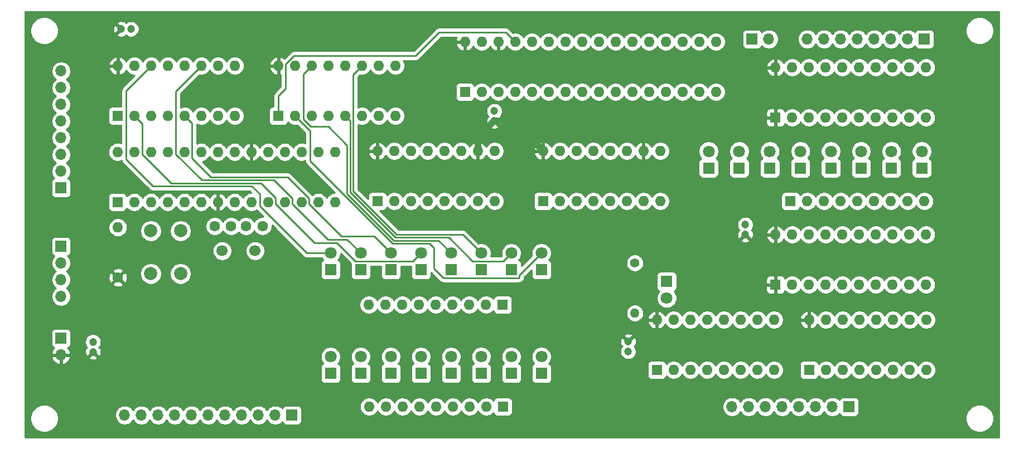
<source format=gbr>
%TF.GenerationSoftware,KiCad,Pcbnew,(5.1.9-0-10_14)*%
%TF.CreationDate,2021-05-02T01:57:54-04:00*%
%TF.ProjectId,RAM_PROGRAMMER,52414d5f-5052-44f4-9752-414d4d45522e,rev?*%
%TF.SameCoordinates,Original*%
%TF.FileFunction,Copper,L3,Inr*%
%TF.FilePolarity,Positive*%
%FSLAX46Y46*%
G04 Gerber Fmt 4.6, Leading zero omitted, Abs format (unit mm)*
G04 Created by KiCad (PCBNEW (5.1.9-0-10_14)) date 2021-05-02 01:57:54*
%MOMM*%
%LPD*%
G01*
G04 APERTURE LIST*
%TA.AperFunction,ComponentPad*%
%ADD10O,1.400000X1.400000*%
%TD*%
%TA.AperFunction,ComponentPad*%
%ADD11C,1.400000*%
%TD*%
%TA.AperFunction,ComponentPad*%
%ADD12C,1.800000*%
%TD*%
%TA.AperFunction,ComponentPad*%
%ADD13R,1.800000X1.800000*%
%TD*%
%TA.AperFunction,ComponentPad*%
%ADD14O,1.700000X1.700000*%
%TD*%
%TA.AperFunction,ComponentPad*%
%ADD15R,1.700000X1.700000*%
%TD*%
%TA.AperFunction,ComponentPad*%
%ADD16C,1.200000*%
%TD*%
%TA.AperFunction,ComponentPad*%
%ADD17O,1.600000X1.600000*%
%TD*%
%TA.AperFunction,ComponentPad*%
%ADD18R,1.600000X1.600000*%
%TD*%
%TA.AperFunction,ComponentPad*%
%ADD19C,1.700000*%
%TD*%
%TA.AperFunction,ComponentPad*%
%ADD20C,2.000000*%
%TD*%
%TA.AperFunction,ComponentPad*%
%ADD21C,1.600000*%
%TD*%
%TA.AperFunction,Conductor*%
%ADD22C,1.000000*%
%TD*%
%TA.AperFunction,Conductor*%
%ADD23C,0.250000*%
%TD*%
%TA.AperFunction,Conductor*%
%ADD24C,0.254000*%
%TD*%
%TA.AperFunction,Conductor*%
%ADD25C,0.100000*%
%TD*%
G04 APERTURE END LIST*
D10*
%TO.N,GND*%
%TO.C,R2*%
X174220000Y-122174000D03*
D11*
%TO.N,Net-(D25-Pad1)*%
X174220000Y-114554000D03*
%TD*%
D12*
%TO.N,/RAM_WE*%
%TO.C,D25*%
X179046000Y-119888000D03*
D13*
%TO.N,Net-(D25-Pad1)*%
X179046000Y-117348000D03*
%TD*%
D14*
%TO.N,Net-(J7-Pad11)*%
%TO.C,J7*%
X96750000Y-137668000D03*
%TO.N,Net-(J7-Pad10)*%
X99290000Y-137668000D03*
%TO.N,Net-(J7-Pad9)*%
X101830000Y-137668000D03*
%TO.N,Net-(J7-Pad8)*%
X104370000Y-137668000D03*
%TO.N,Net-(J7-Pad7)*%
X106910000Y-137668000D03*
%TO.N,Net-(J7-Pad6)*%
X109450000Y-137668000D03*
%TO.N,Net-(J7-Pad5)*%
X111990000Y-137668000D03*
%TO.N,Net-(J7-Pad4)*%
X114530000Y-137668000D03*
%TO.N,Net-(J7-Pad3)*%
X117070000Y-137668000D03*
%TO.N,Net-(J7-Pad2)*%
X119610000Y-137668000D03*
D15*
%TO.N,Net-(J7-Pad1)*%
X122150000Y-137668000D03*
%TD*%
D14*
%TO.N,GND*%
%TO.C,J6*%
X87098000Y-119634000D03*
%TO.N,/RESET*%
X87098000Y-117094000D03*
%TO.N,/TX*%
X87098000Y-114554000D03*
D15*
%TO.N,/RX*%
X87098000Y-112014000D03*
%TD*%
D16*
%TO.N,GND*%
%TO.C,C7*%
X97742000Y-78994000D03*
%TO.N,+5V*%
X96242000Y-78994000D03*
%TD*%
D14*
%TO.N,/RAM_OUT*%
%TO.C,J5*%
X194540000Y-80518000D03*
D15*
%TO.N,/RAM_READY*%
X192000000Y-80518000D03*
%TD*%
D17*
%TO.N,+5V*%
%TO.C,U10*%
X195556000Y-84836000D03*
%TO.N,GND*%
X218416000Y-92456000D03*
%TO.N,/RAM_OUT*%
X198096000Y-84836000D03*
%TO.N,Net-(D8-Pad2)*%
X215876000Y-92456000D03*
%TO.N,Net-(J4-Pad8)*%
X200636000Y-84836000D03*
%TO.N,Net-(D7-Pad2)*%
X213336000Y-92456000D03*
%TO.N,Net-(J4-Pad7)*%
X203176000Y-84836000D03*
%TO.N,Net-(D6-Pad2)*%
X210796000Y-92456000D03*
%TO.N,Net-(J4-Pad6)*%
X205716000Y-84836000D03*
%TO.N,Net-(D5-Pad2)*%
X208256000Y-92456000D03*
%TO.N,Net-(J4-Pad5)*%
X208256000Y-84836000D03*
%TO.N,Net-(D4-Pad2)*%
X205716000Y-92456000D03*
%TO.N,Net-(J4-Pad4)*%
X210796000Y-84836000D03*
%TO.N,Net-(D3-Pad2)*%
X203176000Y-92456000D03*
%TO.N,Net-(J4-Pad3)*%
X213336000Y-84836000D03*
%TO.N,Net-(D2-Pad2)*%
X200636000Y-92456000D03*
%TO.N,Net-(J4-Pad2)*%
X215876000Y-84836000D03*
%TO.N,Net-(D1-Pad2)*%
X198096000Y-92456000D03*
%TO.N,Net-(J4-Pad1)*%
X218416000Y-84836000D03*
D18*
%TO.N,+5V*%
X195556000Y-92456000D03*
%TD*%
D16*
%TO.N,GND*%
%TO.C,C6*%
X173204000Y-127992000D03*
%TO.N,+5V*%
X173204000Y-126492000D03*
%TD*%
D14*
%TO.N,Net-(J4-Pad8)*%
%TO.C,J4*%
X200382000Y-80518000D03*
%TO.N,Net-(J4-Pad7)*%
X202922000Y-80518000D03*
%TO.N,Net-(J4-Pad6)*%
X205462000Y-80518000D03*
%TO.N,Net-(J4-Pad5)*%
X208002000Y-80518000D03*
%TO.N,Net-(J4-Pad4)*%
X210542000Y-80518000D03*
%TO.N,Net-(J4-Pad3)*%
X213082000Y-80518000D03*
%TO.N,Net-(J4-Pad2)*%
X215622000Y-80518000D03*
D15*
%TO.N,Net-(J4-Pad1)*%
X218162000Y-80518000D03*
%TD*%
D19*
%TO.N,Net-(C2-Pad2)*%
%TO.C,Y1*%
X116558000Y-112698000D03*
%TO.N,Net-(C1-Pad2)*%
X111558000Y-112698000D03*
%TD*%
D17*
%TO.N,+5V*%
%TO.C,U9*%
X177546000Y-123190000D03*
%TO.N,GND*%
X195326000Y-130810000D03*
X180086000Y-123190000D03*
%TO.N,/DATA6*%
X192786000Y-130810000D03*
%TO.N,/D8*%
X182626000Y-123190000D03*
%TO.N,/DATA_IN6*%
X190246000Y-130810000D03*
%TO.N,/DATA_IN8*%
X185166000Y-123190000D03*
%TO.N,/D6*%
X187706000Y-130810000D03*
%TO.N,/DATA8*%
X187706000Y-123190000D03*
%TO.N,/DATA5*%
X185166000Y-130810000D03*
%TO.N,/D7*%
X190246000Y-123190000D03*
%TO.N,/DATA_IN5*%
X182626000Y-130810000D03*
%TO.N,/DATA_IN7*%
X192786000Y-123190000D03*
%TO.N,/D5*%
X180086000Y-130810000D03*
%TO.N,/DATA7*%
X195326000Y-123190000D03*
D18*
%TO.N,/RAM_WE*%
X177546000Y-130810000D03*
%TD*%
D17*
%TO.N,+5V*%
%TO.C,U8*%
X200660000Y-123190000D03*
%TO.N,GND*%
X218440000Y-130810000D03*
X203200000Y-123190000D03*
%TO.N,/DATA2*%
X215900000Y-130810000D03*
%TO.N,/D4*%
X205740000Y-123190000D03*
%TO.N,/DATA_IN2*%
X213360000Y-130810000D03*
%TO.N,/DATA_IN4*%
X208280000Y-123190000D03*
%TO.N,/D2*%
X210820000Y-130810000D03*
%TO.N,/DATA4*%
X210820000Y-123190000D03*
%TO.N,/DATA1*%
X208280000Y-130810000D03*
%TO.N,/D3*%
X213360000Y-123190000D03*
%TO.N,/DATA_IN1*%
X205740000Y-130810000D03*
%TO.N,/DATA_IN3*%
X215900000Y-123190000D03*
%TO.N,/D1*%
X203200000Y-130810000D03*
%TO.N,/DATA3*%
X218440000Y-123190000D03*
D18*
%TO.N,/PROG_RAM_WE*%
X200660000Y-130810000D03*
%TD*%
D17*
%TO.N,+5V*%
%TO.C,U7*%
X95710000Y-84582000D03*
%TO.N,GND*%
X113490000Y-92202000D03*
X98250000Y-84582000D03*
%TO.N,/A6*%
X110950000Y-92202000D03*
%TO.N,/ADR8*%
X100790000Y-84582000D03*
%TO.N,/ADR_IN6*%
X108410000Y-92202000D03*
%TO.N,/ADR_IN8*%
X103330000Y-84582000D03*
%TO.N,/ADR6*%
X105870000Y-92202000D03*
%TO.N,/A8*%
X105870000Y-84582000D03*
%TO.N,/A5*%
X103330000Y-92202000D03*
%TO.N,/ADR7*%
X108410000Y-84582000D03*
%TO.N,/ADR_IN5*%
X100790000Y-92202000D03*
%TO.N,/ADR_IN7*%
X110950000Y-84582000D03*
%TO.N,/ADR5*%
X98250000Y-92202000D03*
%TO.N,/A7*%
X113490000Y-84582000D03*
D18*
%TO.N,/RAM_WE*%
X95710000Y-92202000D03*
%TD*%
D17*
%TO.N,+5V*%
%TO.C,U6*%
X120094000Y-84582000D03*
%TO.N,GND*%
X137874000Y-92202000D03*
X122634000Y-84582000D03*
%TO.N,/A2*%
X135334000Y-92202000D03*
%TO.N,/ADR4*%
X125174000Y-84582000D03*
%TO.N,/ADR_IN2*%
X132794000Y-92202000D03*
%TO.N,/ADR_IN4*%
X127714000Y-84582000D03*
%TO.N,/ADR2*%
X130254000Y-92202000D03*
%TO.N,/A4*%
X130254000Y-84582000D03*
%TO.N,/A1*%
X127714000Y-92202000D03*
%TO.N,/ADR3*%
X132794000Y-84582000D03*
%TO.N,/ADR_IN1*%
X125174000Y-92202000D03*
%TO.N,/ADR_IN3*%
X135334000Y-84582000D03*
%TO.N,/ADR1*%
X122634000Y-92202000D03*
%TO.N,/A3*%
X137874000Y-84582000D03*
D18*
%TO.N,/RAM_WE*%
X120094000Y-92202000D03*
%TD*%
%TO.N,/D7*%
%TO.C,U5*%
X160274000Y-105156000D03*
D17*
%TO.N,Net-(U5-Pad9)*%
X178054000Y-97536000D03*
%TO.N,/D6*%
X162814000Y-105156000D03*
%TO.N,+5V*%
X175514000Y-97536000D03*
%TO.N,/D5*%
X165354000Y-105156000D03*
%TO.N,/SH_CLK*%
X172974000Y-97536000D03*
%TO.N,/D4*%
X167894000Y-105156000D03*
%TO.N,/SH_LATCH*%
X170434000Y-97536000D03*
%TO.N,/D3*%
X170434000Y-105156000D03*
%TO.N,/SH_OE*%
X167894000Y-97536000D03*
%TO.N,/D2*%
X172974000Y-105156000D03*
%TO.N,Net-(U3-Pad9)*%
X165354000Y-97536000D03*
%TO.N,/D1*%
X175514000Y-105156000D03*
%TO.N,/D8*%
X162814000Y-97536000D03*
%TO.N,GND*%
X178054000Y-105156000D03*
%TO.N,+5V*%
X160274000Y-97536000D03*
%TD*%
%TO.N,+5V*%
%TO.C,U4*%
X195556000Y-110236000D03*
%TO.N,GND*%
X218416000Y-117856000D03*
%TO.N,/RAM_WE*%
X198096000Y-110236000D03*
%TO.N,/DATA1*%
X215876000Y-117856000D03*
%TO.N,Net-(D1-Pad2)*%
X200636000Y-110236000D03*
%TO.N,/DATA2*%
X213336000Y-117856000D03*
%TO.N,Net-(D2-Pad2)*%
X203176000Y-110236000D03*
%TO.N,/DATA3*%
X210796000Y-117856000D03*
%TO.N,Net-(D3-Pad2)*%
X205716000Y-110236000D03*
%TO.N,/DATA4*%
X208256000Y-117856000D03*
%TO.N,Net-(D4-Pad2)*%
X208256000Y-110236000D03*
%TO.N,/DATA5*%
X205716000Y-117856000D03*
%TO.N,Net-(D5-Pad2)*%
X210796000Y-110236000D03*
%TO.N,/DATA6*%
X203176000Y-117856000D03*
%TO.N,Net-(D6-Pad2)*%
X213336000Y-110236000D03*
%TO.N,/DATA7*%
X200636000Y-117856000D03*
%TO.N,Net-(D7-Pad2)*%
X215876000Y-110236000D03*
%TO.N,/DATA8*%
X198096000Y-117856000D03*
%TO.N,Net-(D8-Pad2)*%
X218416000Y-110236000D03*
D18*
%TO.N,+5V*%
X195556000Y-117856000D03*
%TD*%
D17*
%TO.N,+5V*%
%TO.C,U3*%
X135128000Y-97536000D03*
%TO.N,GND*%
X152908000Y-105156000D03*
%TO.N,/ADR8*%
X137668000Y-97536000D03*
%TO.N,/ADR1*%
X150368000Y-105156000D03*
%TO.N,/SH_DATA*%
X140208000Y-97536000D03*
%TO.N,/ADR2*%
X147828000Y-105156000D03*
%TO.N,/SH_OE*%
X142748000Y-97536000D03*
%TO.N,/ADR3*%
X145288000Y-105156000D03*
%TO.N,/SH_LATCH*%
X145288000Y-97536000D03*
%TO.N,/ADR4*%
X142748000Y-105156000D03*
%TO.N,/SH_CLK*%
X147828000Y-97536000D03*
%TO.N,/ADR5*%
X140208000Y-105156000D03*
%TO.N,+5V*%
X150368000Y-97536000D03*
%TO.N,/ADR6*%
X137668000Y-105156000D03*
%TO.N,Net-(U3-Pad9)*%
X152908000Y-97536000D03*
D18*
%TO.N,/ADR7*%
X135128000Y-105156000D03*
%TD*%
D17*
%TO.N,+5V*%
%TO.C,U2*%
X148410000Y-80946000D03*
%TO.N,GND*%
X186510000Y-88566000D03*
X150950000Y-80946000D03*
%TO.N,Net-(D6-Pad2)*%
X183970000Y-88566000D03*
%TO.N,+5V*%
X153490000Y-80946000D03*
%TO.N,Net-(D7-Pad2)*%
X181430000Y-88566000D03*
%TO.N,/RAM_WE*%
X156030000Y-80946000D03*
%TO.N,Net-(D8-Pad2)*%
X178890000Y-88566000D03*
%TO.N,GND*%
X158570000Y-80946000D03*
%TO.N,/A1*%
X176350000Y-88566000D03*
%TO.N,GND*%
X161110000Y-80946000D03*
%TO.N,/A2*%
X173810000Y-88566000D03*
%TO.N,GND*%
X163650000Y-80946000D03*
%TO.N,/A3*%
X171270000Y-88566000D03*
%TO.N,GND*%
X166190000Y-80946000D03*
%TO.N,/A4*%
X168730000Y-88566000D03*
%TO.N,/RAM_OE*%
X168730000Y-80946000D03*
%TO.N,/A5*%
X166190000Y-88566000D03*
%TO.N,GND*%
X171270000Y-80946000D03*
%TO.N,/A6*%
X163650000Y-88566000D03*
%TO.N,GND*%
X173810000Y-80946000D03*
%TO.N,/A7*%
X161110000Y-88566000D03*
%TO.N,Net-(D1-Pad2)*%
X176350000Y-80946000D03*
%TO.N,/A8*%
X158570000Y-88566000D03*
%TO.N,Net-(D2-Pad2)*%
X178890000Y-80946000D03*
%TO.N,GND*%
X156030000Y-88566000D03*
%TO.N,Net-(D3-Pad2)*%
X181430000Y-80946000D03*
%TO.N,GND*%
X153490000Y-88566000D03*
%TO.N,Net-(D4-Pad2)*%
X183970000Y-80946000D03*
%TO.N,GND*%
X150950000Y-88566000D03*
%TO.N,Net-(D5-Pad2)*%
X186510000Y-80946000D03*
D18*
%TO.N,Net-(U2-Pad1)*%
X148410000Y-88566000D03*
%TD*%
D17*
%TO.N,Net-(J7-Pad11)*%
%TO.C,U1*%
X95664000Y-97670000D03*
%TO.N,/RAM_READY*%
X128684000Y-105290000D03*
%TO.N,Net-(J7-Pad10)*%
X98204000Y-97670000D03*
%TO.N,/RAM_OE*%
X126144000Y-105290000D03*
%TO.N,Net-(J7-Pad9)*%
X100744000Y-97670000D03*
%TO.N,/RAM_WE*%
X123604000Y-105290000D03*
%TO.N,Net-(J7-Pad8)*%
X103284000Y-97670000D03*
%TO.N,/SH_OE*%
X121064000Y-105290000D03*
%TO.N,Net-(J7-Pad7)*%
X105824000Y-97670000D03*
%TO.N,Net-(C2-Pad2)*%
X118524000Y-105290000D03*
%TO.N,Net-(J7-Pad6)*%
X108364000Y-97670000D03*
%TO.N,Net-(C1-Pad2)*%
X115984000Y-105290000D03*
%TO.N,GND*%
X110904000Y-97670000D03*
X113444000Y-105290000D03*
%TO.N,Net-(U1-Pad21)*%
X113444000Y-97670000D03*
%TO.N,+5V*%
X110904000Y-105290000D03*
X115984000Y-97670000D03*
%TO.N,/SH_LATCH*%
X108364000Y-105290000D03*
%TO.N,Net-(J7-Pad5)*%
X118524000Y-97670000D03*
%TO.N,/SH_CLK*%
X105824000Y-105290000D03*
%TO.N,Net-(J7-Pad4)*%
X121064000Y-97670000D03*
%TO.N,/SH_DATA*%
X103284000Y-105290000D03*
%TO.N,Net-(J7-Pad3)*%
X123604000Y-97670000D03*
%TO.N,/TX*%
X100744000Y-105290000D03*
%TO.N,Net-(J7-Pad2)*%
X126144000Y-97670000D03*
%TO.N,/RX*%
X98204000Y-105290000D03*
%TO.N,Net-(J7-Pad1)*%
X128684000Y-97670000D03*
D18*
%TO.N,/RESET*%
X95664000Y-105290000D03*
%TD*%
D20*
%TO.N,GND*%
%TO.C,SW1*%
X105230000Y-116174000D03*
%TO.N,/RESET*%
X100730000Y-116174000D03*
%TO.N,GND*%
X105230000Y-109674000D03*
%TO.N,/RESET*%
X100730000Y-109674000D03*
%TD*%
D17*
%TO.N,Net-(D10-Pad1)*%
%TO.C,RN3*%
X133834000Y-120904000D03*
%TO.N,Net-(D12-Pad1)*%
X136374000Y-120904000D03*
%TO.N,Net-(D14-Pad1)*%
X138914000Y-120904000D03*
%TO.N,Net-(D16-Pad1)*%
X141454000Y-120904000D03*
%TO.N,Net-(D18-Pad1)*%
X143994000Y-120904000D03*
%TO.N,Net-(D20-Pad1)*%
X146534000Y-120904000D03*
%TO.N,Net-(D22-Pad1)*%
X149074000Y-120904000D03*
%TO.N,Net-(D24-Pad1)*%
X151614000Y-120904000D03*
D18*
%TO.N,GND*%
X154154000Y-120904000D03*
%TD*%
D17*
%TO.N,Net-(D9-Pad1)*%
%TO.C,RN2*%
X133858000Y-136398000D03*
%TO.N,Net-(D11-Pad1)*%
X136398000Y-136398000D03*
%TO.N,Net-(D13-Pad1)*%
X138938000Y-136398000D03*
%TO.N,Net-(D15-Pad1)*%
X141478000Y-136398000D03*
%TO.N,Net-(D17-Pad1)*%
X144018000Y-136398000D03*
%TO.N,Net-(D19-Pad1)*%
X146558000Y-136398000D03*
%TO.N,Net-(D21-Pad1)*%
X149098000Y-136398000D03*
%TO.N,Net-(D23-Pad1)*%
X151638000Y-136398000D03*
D18*
%TO.N,GND*%
X154178000Y-136398000D03*
%TD*%
D17*
%TO.N,Net-(D8-Pad1)*%
%TO.C,RN1*%
X218162000Y-105156000D03*
%TO.N,Net-(D7-Pad1)*%
X215622000Y-105156000D03*
%TO.N,Net-(D6-Pad1)*%
X213082000Y-105156000D03*
%TO.N,Net-(D5-Pad1)*%
X210542000Y-105156000D03*
%TO.N,Net-(D4-Pad1)*%
X208002000Y-105156000D03*
%TO.N,Net-(D3-Pad1)*%
X205462000Y-105156000D03*
%TO.N,Net-(D2-Pad1)*%
X202922000Y-105156000D03*
%TO.N,Net-(D1-Pad1)*%
X200382000Y-105156000D03*
D18*
%TO.N,GND*%
X197842000Y-105156000D03*
%TD*%
D17*
%TO.N,/RESET*%
%TO.C,R1*%
X95730000Y-109154000D03*
D21*
%TO.N,+5V*%
X95730000Y-116774000D03*
%TD*%
D14*
%TO.N,/DATA_IN8*%
%TO.C,J3*%
X188952000Y-136398000D03*
%TO.N,/DATA_IN7*%
X191492000Y-136398000D03*
%TO.N,/DATA_IN6*%
X194032000Y-136398000D03*
%TO.N,/DATA_IN5*%
X196572000Y-136398000D03*
%TO.N,/DATA_IN4*%
X199112000Y-136398000D03*
%TO.N,/DATA_IN3*%
X201652000Y-136398000D03*
%TO.N,/DATA_IN2*%
X204192000Y-136398000D03*
D15*
%TO.N,/DATA_IN1*%
X206732000Y-136398000D03*
%TD*%
D14*
%TO.N,/ADR_IN8*%
%TO.C,J2*%
X87098000Y-85368000D03*
%TO.N,/ADR_IN7*%
X87098000Y-87908000D03*
%TO.N,/ADR_IN6*%
X87098000Y-90448000D03*
%TO.N,/ADR_IN5*%
X87098000Y-92988000D03*
%TO.N,/ADR_IN4*%
X87098000Y-95528000D03*
%TO.N,/ADR_IN3*%
X87098000Y-98068000D03*
%TO.N,/ADR_IN2*%
X87098000Y-100608000D03*
D15*
%TO.N,/ADR_IN1*%
X87098000Y-103148000D03*
%TD*%
D14*
%TO.N,+5V*%
%TO.C,J1*%
X87098000Y-128524000D03*
D15*
%TO.N,GND*%
X87098000Y-125984000D03*
%TD*%
D12*
%TO.N,/ADR1*%
%TO.C,D24*%
X160020000Y-113030000D03*
D13*
%TO.N,Net-(D24-Pad1)*%
X160020000Y-115570000D03*
%TD*%
D12*
%TO.N,/D1*%
%TO.C,D23*%
X160020000Y-128778000D03*
D13*
%TO.N,Net-(D23-Pad1)*%
X160020000Y-131318000D03*
%TD*%
D12*
%TO.N,/ADR2*%
%TO.C,D22*%
X155448000Y-113030000D03*
D13*
%TO.N,Net-(D22-Pad1)*%
X155448000Y-115570000D03*
%TD*%
D12*
%TO.N,/D2*%
%TO.C,D21*%
X155448000Y-128778000D03*
D13*
%TO.N,Net-(D21-Pad1)*%
X155448000Y-131318000D03*
%TD*%
D12*
%TO.N,/ADR3*%
%TO.C,D20*%
X150876000Y-113030000D03*
D13*
%TO.N,Net-(D20-Pad1)*%
X150876000Y-115570000D03*
%TD*%
D12*
%TO.N,/D3*%
%TO.C,D19*%
X150876000Y-128778000D03*
D13*
%TO.N,Net-(D19-Pad1)*%
X150876000Y-131318000D03*
%TD*%
D12*
%TO.N,/ADR4*%
%TO.C,D18*%
X146304000Y-113030000D03*
D13*
%TO.N,Net-(D18-Pad1)*%
X146304000Y-115570000D03*
%TD*%
D12*
%TO.N,/D4*%
%TO.C,D17*%
X146304000Y-128778000D03*
D13*
%TO.N,Net-(D17-Pad1)*%
X146304000Y-131318000D03*
%TD*%
D12*
%TO.N,/ADR5*%
%TO.C,D16*%
X141732000Y-113030000D03*
D13*
%TO.N,Net-(D16-Pad1)*%
X141732000Y-115570000D03*
%TD*%
D12*
%TO.N,/D5*%
%TO.C,D15*%
X141732000Y-128778000D03*
D13*
%TO.N,Net-(D15-Pad1)*%
X141732000Y-131318000D03*
%TD*%
D12*
%TO.N,/ADR6*%
%TO.C,D14*%
X137160000Y-113030000D03*
D13*
%TO.N,Net-(D14-Pad1)*%
X137160000Y-115570000D03*
%TD*%
D12*
%TO.N,/D6*%
%TO.C,D13*%
X137160000Y-128778000D03*
D13*
%TO.N,Net-(D13-Pad1)*%
X137160000Y-131318000D03*
%TD*%
D12*
%TO.N,/ADR7*%
%TO.C,D12*%
X132588000Y-113030000D03*
D13*
%TO.N,Net-(D12-Pad1)*%
X132588000Y-115570000D03*
%TD*%
D12*
%TO.N,/D7*%
%TO.C,D11*%
X132588000Y-128778000D03*
D13*
%TO.N,Net-(D11-Pad1)*%
X132588000Y-131318000D03*
%TD*%
D12*
%TO.N,/ADR8*%
%TO.C,D10*%
X128016000Y-113030000D03*
D13*
%TO.N,Net-(D10-Pad1)*%
X128016000Y-115570000D03*
%TD*%
D12*
%TO.N,/D8*%
%TO.C,D9*%
X128016000Y-128778000D03*
D13*
%TO.N,Net-(D9-Pad1)*%
X128016000Y-131318000D03*
%TD*%
D12*
%TO.N,Net-(D8-Pad2)*%
%TO.C,D8*%
X217754000Y-97572000D03*
D13*
%TO.N,Net-(D8-Pad1)*%
X217754000Y-100112000D03*
%TD*%
D12*
%TO.N,Net-(D7-Pad2)*%
%TO.C,D7*%
X213154000Y-97572000D03*
D13*
%TO.N,Net-(D7-Pad1)*%
X213154000Y-100112000D03*
%TD*%
D12*
%TO.N,Net-(D6-Pad2)*%
%TO.C,D6*%
X208554000Y-97572000D03*
D13*
%TO.N,Net-(D6-Pad1)*%
X208554000Y-100112000D03*
%TD*%
D12*
%TO.N,Net-(D5-Pad2)*%
%TO.C,D5*%
X203954000Y-97572000D03*
D13*
%TO.N,Net-(D5-Pad1)*%
X203954000Y-100112000D03*
%TD*%
D12*
%TO.N,Net-(D4-Pad2)*%
%TO.C,D4*%
X199354000Y-97572000D03*
D13*
%TO.N,Net-(D4-Pad1)*%
X199354000Y-100112000D03*
%TD*%
D12*
%TO.N,Net-(D3-Pad2)*%
%TO.C,D3*%
X194704000Y-97572000D03*
D13*
%TO.N,Net-(D3-Pad1)*%
X194704000Y-100112000D03*
%TD*%
D12*
%TO.N,Net-(D2-Pad2)*%
%TO.C,D2*%
X190054000Y-97572000D03*
D13*
%TO.N,Net-(D2-Pad1)*%
X190054000Y-100112000D03*
%TD*%
D12*
%TO.N,Net-(D1-Pad2)*%
%TO.C,D1*%
X185404000Y-97572000D03*
D13*
%TO.N,Net-(D1-Pad1)*%
X185404000Y-100112000D03*
%TD*%
D16*
%TO.N,GND*%
%TO.C,C5*%
X190984000Y-108736000D03*
%TO.N,+5V*%
X190984000Y-110236000D03*
%TD*%
%TO.N,GND*%
%TO.C,C4*%
X152884000Y-91464000D03*
%TO.N,+5V*%
X152884000Y-92964000D03*
%TD*%
%TO.N,GND*%
%TO.C,C3*%
X91948000Y-126550000D03*
%TO.N,+5V*%
X91948000Y-128050000D03*
%TD*%
D21*
%TO.N,Net-(C2-Pad2)*%
%TO.C,C2*%
X115178000Y-108952000D03*
%TO.N,GND*%
X117678000Y-108952000D03*
%TD*%
%TO.N,Net-(C1-Pad2)*%
%TO.C,C1*%
X112916000Y-108966000D03*
%TO.N,GND*%
X110416000Y-108966000D03*
%TD*%
D22*
%TO.N,+5V*%
X155702000Y-92964000D02*
X160274000Y-97536000D01*
X152884000Y-92964000D02*
X155702000Y-92964000D01*
X150368000Y-95480000D02*
X152884000Y-92964000D01*
X150368000Y-97536000D02*
X150368000Y-95480000D01*
D23*
%TO.N,/RAM_WE*%
X156030000Y-80946000D02*
X154586000Y-79502000D01*
X154586000Y-79502000D02*
X144502000Y-79502000D01*
X144502000Y-79502000D02*
X140946000Y-83058000D01*
X121219001Y-84331997D02*
X121219001Y-88052999D01*
X122492998Y-83058000D02*
X121219001Y-84331997D01*
X140946000Y-83058000D02*
X122492998Y-83058000D01*
X120094000Y-89178000D02*
X120094000Y-92202000D01*
X121219001Y-88052999D02*
X120094000Y-89178000D01*
%TO.N,/ADR1*%
X160020000Y-113030000D02*
X156673001Y-116376999D01*
X156608001Y-116795001D02*
X145143999Y-116795001D01*
X145143999Y-116795001D02*
X143740000Y-115391002D01*
X124920000Y-94488000D02*
X122634000Y-92202000D01*
X156673001Y-116376999D02*
X156673001Y-116730001D01*
X156673001Y-116730001D02*
X156608001Y-116795001D01*
X143740000Y-115391002D02*
X143740000Y-112268000D01*
X143058033Y-111586033D02*
X137463798Y-111586033D01*
X143740000Y-112268000D02*
X143058033Y-111586033D01*
X137463798Y-111586033D02*
X124920000Y-99042235D01*
X124920000Y-99042235D02*
X124920000Y-94488000D01*
%TO.N,/ADR2*%
X130982011Y-103831424D02*
X130982011Y-92930011D01*
X130982011Y-92930011D02*
X130254000Y-92202000D01*
X154222999Y-114255001D02*
X149537001Y-114255001D01*
X155448000Y-113030000D02*
X154222999Y-114255001D01*
X145968011Y-110686011D02*
X137836598Y-110686011D01*
X137836598Y-110686011D02*
X130982011Y-103831424D01*
X149537001Y-114255001D02*
X145968011Y-110686011D01*
%TO.N,/ADR3*%
X131432022Y-103645024D02*
X131432022Y-85943978D01*
X131432022Y-85943978D02*
X132794000Y-84582000D01*
X138022998Y-110236000D02*
X131432022Y-103645024D01*
X148082000Y-110236000D02*
X138022998Y-110236000D01*
X150876000Y-113030000D02*
X148082000Y-110236000D01*
%TO.N,/ADR4*%
X125001989Y-93783989D02*
X123903797Y-92685797D01*
X123903797Y-85852203D02*
X125174000Y-84582000D01*
X127670400Y-93783989D02*
X125001989Y-93783989D01*
X130532000Y-96645589D02*
X127670400Y-93783989D01*
X130532000Y-104017824D02*
X130532000Y-96645589D01*
X137650198Y-111136022D02*
X130532000Y-104017824D01*
X123903797Y-92685797D02*
X123903797Y-85852203D01*
X144410022Y-111136022D02*
X137650198Y-111136022D01*
X146304000Y-113030000D02*
X144410022Y-111136022D01*
%TO.N,/ADR5*%
X117449554Y-102419989D02*
X103828987Y-102419989D01*
X131757001Y-114255001D02*
X129008000Y-111506000D01*
X140506999Y-114255001D02*
X131757001Y-114255001D01*
X141732000Y-113030000D02*
X140506999Y-114255001D01*
X129008000Y-111506000D02*
X125614998Y-111506000D01*
X125614998Y-111506000D02*
X119649001Y-105540003D01*
X119649001Y-104619436D02*
X117449554Y-102419989D01*
X99464453Y-98055455D02*
X99464453Y-93416453D01*
X99464453Y-93416453D02*
X98250000Y-92202000D01*
X119649001Y-105540003D02*
X119649001Y-104619436D01*
X103828987Y-102419989D02*
X99464453Y-98055455D01*
%TO.N,/ADR6*%
X129678998Y-110490000D02*
X124729001Y-105540003D01*
X109877967Y-101519967D02*
X106949001Y-98591001D01*
X106949001Y-98591001D02*
X106949001Y-93281001D01*
X121498969Y-101519967D02*
X109877967Y-101519967D01*
X134620000Y-110490000D02*
X129678998Y-110490000D01*
X124729001Y-104749999D02*
X121498969Y-101519967D01*
X137160000Y-113030000D02*
X134620000Y-110490000D01*
X106949001Y-93281001D02*
X105870000Y-92202000D01*
X124729001Y-105540003D02*
X124729001Y-104749999D01*
%TO.N,/ADR7*%
X122189001Y-105540003D02*
X122189001Y-104749999D01*
X104537357Y-98048359D02*
X104537357Y-88454643D01*
X132588000Y-113030000D02*
X130532000Y-110974000D01*
X108458976Y-101969978D02*
X104537357Y-98048359D01*
X130532000Y-110974000D02*
X127622998Y-110974000D01*
X127622998Y-110974000D02*
X122189001Y-105540003D01*
X122189001Y-104749999D02*
X119408980Y-101969978D01*
X104537357Y-88454643D02*
X108410000Y-84582000D01*
X119408980Y-101969978D02*
X108458976Y-101969978D01*
%TO.N,/ADR8*%
X97004000Y-98806000D02*
X97004000Y-88368000D01*
X117263154Y-105902655D02*
X117263154Y-104079154D01*
X97004000Y-88368000D02*
X100790000Y-84582000D01*
X116054000Y-102870000D02*
X101068000Y-102870000D01*
X124390499Y-113030000D02*
X117263154Y-105902655D01*
X117263154Y-104079154D02*
X116054000Y-102870000D01*
X101068000Y-102870000D02*
X97004000Y-98806000D01*
X128016000Y-113030000D02*
X124390499Y-113030000D01*
%TD*%
D24*
%TO.N,+5V*%
X229440000Y-141072000D02*
X81662000Y-141072000D01*
X81662000Y-137965721D01*
X82423000Y-137965721D01*
X82423000Y-138386279D01*
X82505047Y-138798756D01*
X82665988Y-139187302D01*
X82899637Y-139536983D01*
X83197017Y-139834363D01*
X83546698Y-140068012D01*
X83935244Y-140228953D01*
X84347721Y-140311000D01*
X84768279Y-140311000D01*
X85180756Y-140228953D01*
X85569302Y-140068012D01*
X85918983Y-139834363D01*
X86216363Y-139536983D01*
X86450012Y-139187302D01*
X86610953Y-138798756D01*
X86693000Y-138386279D01*
X86693000Y-137965721D01*
X86610953Y-137553244D01*
X86597904Y-137521740D01*
X95265000Y-137521740D01*
X95265000Y-137814260D01*
X95322068Y-138101158D01*
X95434010Y-138371411D01*
X95596525Y-138614632D01*
X95803368Y-138821475D01*
X96046589Y-138983990D01*
X96316842Y-139095932D01*
X96603740Y-139153000D01*
X96896260Y-139153000D01*
X97183158Y-139095932D01*
X97453411Y-138983990D01*
X97696632Y-138821475D01*
X97903475Y-138614632D01*
X98020000Y-138440240D01*
X98136525Y-138614632D01*
X98343368Y-138821475D01*
X98586589Y-138983990D01*
X98856842Y-139095932D01*
X99143740Y-139153000D01*
X99436260Y-139153000D01*
X99723158Y-139095932D01*
X99993411Y-138983990D01*
X100236632Y-138821475D01*
X100443475Y-138614632D01*
X100560000Y-138440240D01*
X100676525Y-138614632D01*
X100883368Y-138821475D01*
X101126589Y-138983990D01*
X101396842Y-139095932D01*
X101683740Y-139153000D01*
X101976260Y-139153000D01*
X102263158Y-139095932D01*
X102533411Y-138983990D01*
X102776632Y-138821475D01*
X102983475Y-138614632D01*
X103100000Y-138440240D01*
X103216525Y-138614632D01*
X103423368Y-138821475D01*
X103666589Y-138983990D01*
X103936842Y-139095932D01*
X104223740Y-139153000D01*
X104516260Y-139153000D01*
X104803158Y-139095932D01*
X105073411Y-138983990D01*
X105316632Y-138821475D01*
X105523475Y-138614632D01*
X105640000Y-138440240D01*
X105756525Y-138614632D01*
X105963368Y-138821475D01*
X106206589Y-138983990D01*
X106476842Y-139095932D01*
X106763740Y-139153000D01*
X107056260Y-139153000D01*
X107343158Y-139095932D01*
X107613411Y-138983990D01*
X107856632Y-138821475D01*
X108063475Y-138614632D01*
X108180000Y-138440240D01*
X108296525Y-138614632D01*
X108503368Y-138821475D01*
X108746589Y-138983990D01*
X109016842Y-139095932D01*
X109303740Y-139153000D01*
X109596260Y-139153000D01*
X109883158Y-139095932D01*
X110153411Y-138983990D01*
X110396632Y-138821475D01*
X110603475Y-138614632D01*
X110720000Y-138440240D01*
X110836525Y-138614632D01*
X111043368Y-138821475D01*
X111286589Y-138983990D01*
X111556842Y-139095932D01*
X111843740Y-139153000D01*
X112136260Y-139153000D01*
X112423158Y-139095932D01*
X112693411Y-138983990D01*
X112936632Y-138821475D01*
X113143475Y-138614632D01*
X113260000Y-138440240D01*
X113376525Y-138614632D01*
X113583368Y-138821475D01*
X113826589Y-138983990D01*
X114096842Y-139095932D01*
X114383740Y-139153000D01*
X114676260Y-139153000D01*
X114963158Y-139095932D01*
X115233411Y-138983990D01*
X115476632Y-138821475D01*
X115683475Y-138614632D01*
X115800000Y-138440240D01*
X115916525Y-138614632D01*
X116123368Y-138821475D01*
X116366589Y-138983990D01*
X116636842Y-139095932D01*
X116923740Y-139153000D01*
X117216260Y-139153000D01*
X117503158Y-139095932D01*
X117773411Y-138983990D01*
X118016632Y-138821475D01*
X118223475Y-138614632D01*
X118340000Y-138440240D01*
X118456525Y-138614632D01*
X118663368Y-138821475D01*
X118906589Y-138983990D01*
X119176842Y-139095932D01*
X119463740Y-139153000D01*
X119756260Y-139153000D01*
X120043158Y-139095932D01*
X120313411Y-138983990D01*
X120556632Y-138821475D01*
X120688487Y-138689620D01*
X120710498Y-138762180D01*
X120769463Y-138872494D01*
X120848815Y-138969185D01*
X120945506Y-139048537D01*
X121055820Y-139107502D01*
X121175518Y-139143812D01*
X121300000Y-139156072D01*
X123000000Y-139156072D01*
X123124482Y-139143812D01*
X123244180Y-139107502D01*
X123354494Y-139048537D01*
X123451185Y-138969185D01*
X123530537Y-138872494D01*
X123589502Y-138762180D01*
X123625812Y-138642482D01*
X123638072Y-138518000D01*
X123638072Y-137965721D01*
X224409000Y-137965721D01*
X224409000Y-138386279D01*
X224491047Y-138798756D01*
X224651988Y-139187302D01*
X224885637Y-139536983D01*
X225183017Y-139834363D01*
X225532698Y-140068012D01*
X225921244Y-140228953D01*
X226333721Y-140311000D01*
X226754279Y-140311000D01*
X227166756Y-140228953D01*
X227555302Y-140068012D01*
X227904983Y-139834363D01*
X228202363Y-139536983D01*
X228436012Y-139187302D01*
X228596953Y-138798756D01*
X228679000Y-138386279D01*
X228679000Y-137965721D01*
X228596953Y-137553244D01*
X228436012Y-137164698D01*
X228202363Y-136815017D01*
X227904983Y-136517637D01*
X227555302Y-136283988D01*
X227166756Y-136123047D01*
X226754279Y-136041000D01*
X226333721Y-136041000D01*
X225921244Y-136123047D01*
X225532698Y-136283988D01*
X225183017Y-136517637D01*
X224885637Y-136815017D01*
X224651988Y-137164698D01*
X224491047Y-137553244D01*
X224409000Y-137965721D01*
X123638072Y-137965721D01*
X123638072Y-136818000D01*
X123625812Y-136693518D01*
X123589502Y-136573820D01*
X123530537Y-136463506D01*
X123451185Y-136366815D01*
X123354494Y-136287463D01*
X123296876Y-136256665D01*
X132423000Y-136256665D01*
X132423000Y-136539335D01*
X132478147Y-136816574D01*
X132586320Y-137077727D01*
X132743363Y-137312759D01*
X132943241Y-137512637D01*
X133178273Y-137669680D01*
X133439426Y-137777853D01*
X133716665Y-137833000D01*
X133999335Y-137833000D01*
X134276574Y-137777853D01*
X134537727Y-137669680D01*
X134772759Y-137512637D01*
X134972637Y-137312759D01*
X135128000Y-137080241D01*
X135283363Y-137312759D01*
X135483241Y-137512637D01*
X135718273Y-137669680D01*
X135979426Y-137777853D01*
X136256665Y-137833000D01*
X136539335Y-137833000D01*
X136816574Y-137777853D01*
X137077727Y-137669680D01*
X137312759Y-137512637D01*
X137512637Y-137312759D01*
X137668000Y-137080241D01*
X137823363Y-137312759D01*
X138023241Y-137512637D01*
X138258273Y-137669680D01*
X138519426Y-137777853D01*
X138796665Y-137833000D01*
X139079335Y-137833000D01*
X139356574Y-137777853D01*
X139617727Y-137669680D01*
X139852759Y-137512637D01*
X140052637Y-137312759D01*
X140208000Y-137080241D01*
X140363363Y-137312759D01*
X140563241Y-137512637D01*
X140798273Y-137669680D01*
X141059426Y-137777853D01*
X141336665Y-137833000D01*
X141619335Y-137833000D01*
X141896574Y-137777853D01*
X142157727Y-137669680D01*
X142392759Y-137512637D01*
X142592637Y-137312759D01*
X142748000Y-137080241D01*
X142903363Y-137312759D01*
X143103241Y-137512637D01*
X143338273Y-137669680D01*
X143599426Y-137777853D01*
X143876665Y-137833000D01*
X144159335Y-137833000D01*
X144436574Y-137777853D01*
X144697727Y-137669680D01*
X144932759Y-137512637D01*
X145132637Y-137312759D01*
X145288000Y-137080241D01*
X145443363Y-137312759D01*
X145643241Y-137512637D01*
X145878273Y-137669680D01*
X146139426Y-137777853D01*
X146416665Y-137833000D01*
X146699335Y-137833000D01*
X146976574Y-137777853D01*
X147237727Y-137669680D01*
X147472759Y-137512637D01*
X147672637Y-137312759D01*
X147828000Y-137080241D01*
X147983363Y-137312759D01*
X148183241Y-137512637D01*
X148418273Y-137669680D01*
X148679426Y-137777853D01*
X148956665Y-137833000D01*
X149239335Y-137833000D01*
X149516574Y-137777853D01*
X149777727Y-137669680D01*
X150012759Y-137512637D01*
X150212637Y-137312759D01*
X150368000Y-137080241D01*
X150523363Y-137312759D01*
X150723241Y-137512637D01*
X150958273Y-137669680D01*
X151219426Y-137777853D01*
X151496665Y-137833000D01*
X151779335Y-137833000D01*
X152056574Y-137777853D01*
X152317727Y-137669680D01*
X152552759Y-137512637D01*
X152751357Y-137314039D01*
X152752188Y-137322482D01*
X152788498Y-137442180D01*
X152847463Y-137552494D01*
X152926815Y-137649185D01*
X153023506Y-137728537D01*
X153133820Y-137787502D01*
X153253518Y-137823812D01*
X153378000Y-137836072D01*
X154978000Y-137836072D01*
X155102482Y-137823812D01*
X155222180Y-137787502D01*
X155332494Y-137728537D01*
X155429185Y-137649185D01*
X155508537Y-137552494D01*
X155567502Y-137442180D01*
X155603812Y-137322482D01*
X155616072Y-137198000D01*
X155616072Y-136251740D01*
X187467000Y-136251740D01*
X187467000Y-136544260D01*
X187524068Y-136831158D01*
X187636010Y-137101411D01*
X187798525Y-137344632D01*
X188005368Y-137551475D01*
X188248589Y-137713990D01*
X188518842Y-137825932D01*
X188805740Y-137883000D01*
X189098260Y-137883000D01*
X189385158Y-137825932D01*
X189655411Y-137713990D01*
X189898632Y-137551475D01*
X190105475Y-137344632D01*
X190222000Y-137170240D01*
X190338525Y-137344632D01*
X190545368Y-137551475D01*
X190788589Y-137713990D01*
X191058842Y-137825932D01*
X191345740Y-137883000D01*
X191638260Y-137883000D01*
X191925158Y-137825932D01*
X192195411Y-137713990D01*
X192438632Y-137551475D01*
X192645475Y-137344632D01*
X192762000Y-137170240D01*
X192878525Y-137344632D01*
X193085368Y-137551475D01*
X193328589Y-137713990D01*
X193598842Y-137825932D01*
X193885740Y-137883000D01*
X194178260Y-137883000D01*
X194465158Y-137825932D01*
X194735411Y-137713990D01*
X194978632Y-137551475D01*
X195185475Y-137344632D01*
X195302000Y-137170240D01*
X195418525Y-137344632D01*
X195625368Y-137551475D01*
X195868589Y-137713990D01*
X196138842Y-137825932D01*
X196425740Y-137883000D01*
X196718260Y-137883000D01*
X197005158Y-137825932D01*
X197275411Y-137713990D01*
X197518632Y-137551475D01*
X197725475Y-137344632D01*
X197842000Y-137170240D01*
X197958525Y-137344632D01*
X198165368Y-137551475D01*
X198408589Y-137713990D01*
X198678842Y-137825932D01*
X198965740Y-137883000D01*
X199258260Y-137883000D01*
X199545158Y-137825932D01*
X199815411Y-137713990D01*
X200058632Y-137551475D01*
X200265475Y-137344632D01*
X200382000Y-137170240D01*
X200498525Y-137344632D01*
X200705368Y-137551475D01*
X200948589Y-137713990D01*
X201218842Y-137825932D01*
X201505740Y-137883000D01*
X201798260Y-137883000D01*
X202085158Y-137825932D01*
X202355411Y-137713990D01*
X202598632Y-137551475D01*
X202805475Y-137344632D01*
X202922000Y-137170240D01*
X203038525Y-137344632D01*
X203245368Y-137551475D01*
X203488589Y-137713990D01*
X203758842Y-137825932D01*
X204045740Y-137883000D01*
X204338260Y-137883000D01*
X204625158Y-137825932D01*
X204895411Y-137713990D01*
X205138632Y-137551475D01*
X205270487Y-137419620D01*
X205292498Y-137492180D01*
X205351463Y-137602494D01*
X205430815Y-137699185D01*
X205527506Y-137778537D01*
X205637820Y-137837502D01*
X205757518Y-137873812D01*
X205882000Y-137886072D01*
X207582000Y-137886072D01*
X207706482Y-137873812D01*
X207826180Y-137837502D01*
X207936494Y-137778537D01*
X208033185Y-137699185D01*
X208112537Y-137602494D01*
X208171502Y-137492180D01*
X208207812Y-137372482D01*
X208220072Y-137248000D01*
X208220072Y-135548000D01*
X208207812Y-135423518D01*
X208171502Y-135303820D01*
X208112537Y-135193506D01*
X208033185Y-135096815D01*
X207936494Y-135017463D01*
X207826180Y-134958498D01*
X207706482Y-134922188D01*
X207582000Y-134909928D01*
X205882000Y-134909928D01*
X205757518Y-134922188D01*
X205637820Y-134958498D01*
X205527506Y-135017463D01*
X205430815Y-135096815D01*
X205351463Y-135193506D01*
X205292498Y-135303820D01*
X205270487Y-135376380D01*
X205138632Y-135244525D01*
X204895411Y-135082010D01*
X204625158Y-134970068D01*
X204338260Y-134913000D01*
X204045740Y-134913000D01*
X203758842Y-134970068D01*
X203488589Y-135082010D01*
X203245368Y-135244525D01*
X203038525Y-135451368D01*
X202922000Y-135625760D01*
X202805475Y-135451368D01*
X202598632Y-135244525D01*
X202355411Y-135082010D01*
X202085158Y-134970068D01*
X201798260Y-134913000D01*
X201505740Y-134913000D01*
X201218842Y-134970068D01*
X200948589Y-135082010D01*
X200705368Y-135244525D01*
X200498525Y-135451368D01*
X200382000Y-135625760D01*
X200265475Y-135451368D01*
X200058632Y-135244525D01*
X199815411Y-135082010D01*
X199545158Y-134970068D01*
X199258260Y-134913000D01*
X198965740Y-134913000D01*
X198678842Y-134970068D01*
X198408589Y-135082010D01*
X198165368Y-135244525D01*
X197958525Y-135451368D01*
X197842000Y-135625760D01*
X197725475Y-135451368D01*
X197518632Y-135244525D01*
X197275411Y-135082010D01*
X197005158Y-134970068D01*
X196718260Y-134913000D01*
X196425740Y-134913000D01*
X196138842Y-134970068D01*
X195868589Y-135082010D01*
X195625368Y-135244525D01*
X195418525Y-135451368D01*
X195302000Y-135625760D01*
X195185475Y-135451368D01*
X194978632Y-135244525D01*
X194735411Y-135082010D01*
X194465158Y-134970068D01*
X194178260Y-134913000D01*
X193885740Y-134913000D01*
X193598842Y-134970068D01*
X193328589Y-135082010D01*
X193085368Y-135244525D01*
X192878525Y-135451368D01*
X192762000Y-135625760D01*
X192645475Y-135451368D01*
X192438632Y-135244525D01*
X192195411Y-135082010D01*
X191925158Y-134970068D01*
X191638260Y-134913000D01*
X191345740Y-134913000D01*
X191058842Y-134970068D01*
X190788589Y-135082010D01*
X190545368Y-135244525D01*
X190338525Y-135451368D01*
X190222000Y-135625760D01*
X190105475Y-135451368D01*
X189898632Y-135244525D01*
X189655411Y-135082010D01*
X189385158Y-134970068D01*
X189098260Y-134913000D01*
X188805740Y-134913000D01*
X188518842Y-134970068D01*
X188248589Y-135082010D01*
X188005368Y-135244525D01*
X187798525Y-135451368D01*
X187636010Y-135694589D01*
X187524068Y-135964842D01*
X187467000Y-136251740D01*
X155616072Y-136251740D01*
X155616072Y-135598000D01*
X155603812Y-135473518D01*
X155567502Y-135353820D01*
X155508537Y-135243506D01*
X155429185Y-135146815D01*
X155332494Y-135067463D01*
X155222180Y-135008498D01*
X155102482Y-134972188D01*
X154978000Y-134959928D01*
X153378000Y-134959928D01*
X153253518Y-134972188D01*
X153133820Y-135008498D01*
X153023506Y-135067463D01*
X152926815Y-135146815D01*
X152847463Y-135243506D01*
X152788498Y-135353820D01*
X152752188Y-135473518D01*
X152751357Y-135481961D01*
X152552759Y-135283363D01*
X152317727Y-135126320D01*
X152056574Y-135018147D01*
X151779335Y-134963000D01*
X151496665Y-134963000D01*
X151219426Y-135018147D01*
X150958273Y-135126320D01*
X150723241Y-135283363D01*
X150523363Y-135483241D01*
X150368000Y-135715759D01*
X150212637Y-135483241D01*
X150012759Y-135283363D01*
X149777727Y-135126320D01*
X149516574Y-135018147D01*
X149239335Y-134963000D01*
X148956665Y-134963000D01*
X148679426Y-135018147D01*
X148418273Y-135126320D01*
X148183241Y-135283363D01*
X147983363Y-135483241D01*
X147828000Y-135715759D01*
X147672637Y-135483241D01*
X147472759Y-135283363D01*
X147237727Y-135126320D01*
X146976574Y-135018147D01*
X146699335Y-134963000D01*
X146416665Y-134963000D01*
X146139426Y-135018147D01*
X145878273Y-135126320D01*
X145643241Y-135283363D01*
X145443363Y-135483241D01*
X145288000Y-135715759D01*
X145132637Y-135483241D01*
X144932759Y-135283363D01*
X144697727Y-135126320D01*
X144436574Y-135018147D01*
X144159335Y-134963000D01*
X143876665Y-134963000D01*
X143599426Y-135018147D01*
X143338273Y-135126320D01*
X143103241Y-135283363D01*
X142903363Y-135483241D01*
X142748000Y-135715759D01*
X142592637Y-135483241D01*
X142392759Y-135283363D01*
X142157727Y-135126320D01*
X141896574Y-135018147D01*
X141619335Y-134963000D01*
X141336665Y-134963000D01*
X141059426Y-135018147D01*
X140798273Y-135126320D01*
X140563241Y-135283363D01*
X140363363Y-135483241D01*
X140208000Y-135715759D01*
X140052637Y-135483241D01*
X139852759Y-135283363D01*
X139617727Y-135126320D01*
X139356574Y-135018147D01*
X139079335Y-134963000D01*
X138796665Y-134963000D01*
X138519426Y-135018147D01*
X138258273Y-135126320D01*
X138023241Y-135283363D01*
X137823363Y-135483241D01*
X137668000Y-135715759D01*
X137512637Y-135483241D01*
X137312759Y-135283363D01*
X137077727Y-135126320D01*
X136816574Y-135018147D01*
X136539335Y-134963000D01*
X136256665Y-134963000D01*
X135979426Y-135018147D01*
X135718273Y-135126320D01*
X135483241Y-135283363D01*
X135283363Y-135483241D01*
X135128000Y-135715759D01*
X134972637Y-135483241D01*
X134772759Y-135283363D01*
X134537727Y-135126320D01*
X134276574Y-135018147D01*
X133999335Y-134963000D01*
X133716665Y-134963000D01*
X133439426Y-135018147D01*
X133178273Y-135126320D01*
X132943241Y-135283363D01*
X132743363Y-135483241D01*
X132586320Y-135718273D01*
X132478147Y-135979426D01*
X132423000Y-136256665D01*
X123296876Y-136256665D01*
X123244180Y-136228498D01*
X123124482Y-136192188D01*
X123000000Y-136179928D01*
X121300000Y-136179928D01*
X121175518Y-136192188D01*
X121055820Y-136228498D01*
X120945506Y-136287463D01*
X120848815Y-136366815D01*
X120769463Y-136463506D01*
X120710498Y-136573820D01*
X120688487Y-136646380D01*
X120556632Y-136514525D01*
X120313411Y-136352010D01*
X120043158Y-136240068D01*
X119756260Y-136183000D01*
X119463740Y-136183000D01*
X119176842Y-136240068D01*
X118906589Y-136352010D01*
X118663368Y-136514525D01*
X118456525Y-136721368D01*
X118340000Y-136895760D01*
X118223475Y-136721368D01*
X118016632Y-136514525D01*
X117773411Y-136352010D01*
X117503158Y-136240068D01*
X117216260Y-136183000D01*
X116923740Y-136183000D01*
X116636842Y-136240068D01*
X116366589Y-136352010D01*
X116123368Y-136514525D01*
X115916525Y-136721368D01*
X115800000Y-136895760D01*
X115683475Y-136721368D01*
X115476632Y-136514525D01*
X115233411Y-136352010D01*
X114963158Y-136240068D01*
X114676260Y-136183000D01*
X114383740Y-136183000D01*
X114096842Y-136240068D01*
X113826589Y-136352010D01*
X113583368Y-136514525D01*
X113376525Y-136721368D01*
X113260000Y-136895760D01*
X113143475Y-136721368D01*
X112936632Y-136514525D01*
X112693411Y-136352010D01*
X112423158Y-136240068D01*
X112136260Y-136183000D01*
X111843740Y-136183000D01*
X111556842Y-136240068D01*
X111286589Y-136352010D01*
X111043368Y-136514525D01*
X110836525Y-136721368D01*
X110720000Y-136895760D01*
X110603475Y-136721368D01*
X110396632Y-136514525D01*
X110153411Y-136352010D01*
X109883158Y-136240068D01*
X109596260Y-136183000D01*
X109303740Y-136183000D01*
X109016842Y-136240068D01*
X108746589Y-136352010D01*
X108503368Y-136514525D01*
X108296525Y-136721368D01*
X108180000Y-136895760D01*
X108063475Y-136721368D01*
X107856632Y-136514525D01*
X107613411Y-136352010D01*
X107343158Y-136240068D01*
X107056260Y-136183000D01*
X106763740Y-136183000D01*
X106476842Y-136240068D01*
X106206589Y-136352010D01*
X105963368Y-136514525D01*
X105756525Y-136721368D01*
X105640000Y-136895760D01*
X105523475Y-136721368D01*
X105316632Y-136514525D01*
X105073411Y-136352010D01*
X104803158Y-136240068D01*
X104516260Y-136183000D01*
X104223740Y-136183000D01*
X103936842Y-136240068D01*
X103666589Y-136352010D01*
X103423368Y-136514525D01*
X103216525Y-136721368D01*
X103100000Y-136895760D01*
X102983475Y-136721368D01*
X102776632Y-136514525D01*
X102533411Y-136352010D01*
X102263158Y-136240068D01*
X101976260Y-136183000D01*
X101683740Y-136183000D01*
X101396842Y-136240068D01*
X101126589Y-136352010D01*
X100883368Y-136514525D01*
X100676525Y-136721368D01*
X100560000Y-136895760D01*
X100443475Y-136721368D01*
X100236632Y-136514525D01*
X99993411Y-136352010D01*
X99723158Y-136240068D01*
X99436260Y-136183000D01*
X99143740Y-136183000D01*
X98856842Y-136240068D01*
X98586589Y-136352010D01*
X98343368Y-136514525D01*
X98136525Y-136721368D01*
X98020000Y-136895760D01*
X97903475Y-136721368D01*
X97696632Y-136514525D01*
X97453411Y-136352010D01*
X97183158Y-136240068D01*
X96896260Y-136183000D01*
X96603740Y-136183000D01*
X96316842Y-136240068D01*
X96046589Y-136352010D01*
X95803368Y-136514525D01*
X95596525Y-136721368D01*
X95434010Y-136964589D01*
X95322068Y-137234842D01*
X95265000Y-137521740D01*
X86597904Y-137521740D01*
X86450012Y-137164698D01*
X86216363Y-136815017D01*
X85918983Y-136517637D01*
X85569302Y-136283988D01*
X85180756Y-136123047D01*
X84768279Y-136041000D01*
X84347721Y-136041000D01*
X83935244Y-136123047D01*
X83546698Y-136283988D01*
X83197017Y-136517637D01*
X82899637Y-136815017D01*
X82665988Y-137164698D01*
X82505047Y-137553244D01*
X82423000Y-137965721D01*
X81662000Y-137965721D01*
X81662000Y-130418000D01*
X126477928Y-130418000D01*
X126477928Y-132218000D01*
X126490188Y-132342482D01*
X126526498Y-132462180D01*
X126585463Y-132572494D01*
X126664815Y-132669185D01*
X126761506Y-132748537D01*
X126871820Y-132807502D01*
X126991518Y-132843812D01*
X127116000Y-132856072D01*
X128916000Y-132856072D01*
X129040482Y-132843812D01*
X129160180Y-132807502D01*
X129270494Y-132748537D01*
X129367185Y-132669185D01*
X129446537Y-132572494D01*
X129505502Y-132462180D01*
X129541812Y-132342482D01*
X129554072Y-132218000D01*
X129554072Y-130418000D01*
X131049928Y-130418000D01*
X131049928Y-132218000D01*
X131062188Y-132342482D01*
X131098498Y-132462180D01*
X131157463Y-132572494D01*
X131236815Y-132669185D01*
X131333506Y-132748537D01*
X131443820Y-132807502D01*
X131563518Y-132843812D01*
X131688000Y-132856072D01*
X133488000Y-132856072D01*
X133612482Y-132843812D01*
X133732180Y-132807502D01*
X133842494Y-132748537D01*
X133939185Y-132669185D01*
X134018537Y-132572494D01*
X134077502Y-132462180D01*
X134113812Y-132342482D01*
X134126072Y-132218000D01*
X134126072Y-130418000D01*
X135621928Y-130418000D01*
X135621928Y-132218000D01*
X135634188Y-132342482D01*
X135670498Y-132462180D01*
X135729463Y-132572494D01*
X135808815Y-132669185D01*
X135905506Y-132748537D01*
X136015820Y-132807502D01*
X136135518Y-132843812D01*
X136260000Y-132856072D01*
X138060000Y-132856072D01*
X138184482Y-132843812D01*
X138304180Y-132807502D01*
X138414494Y-132748537D01*
X138511185Y-132669185D01*
X138590537Y-132572494D01*
X138649502Y-132462180D01*
X138685812Y-132342482D01*
X138698072Y-132218000D01*
X138698072Y-130418000D01*
X140193928Y-130418000D01*
X140193928Y-132218000D01*
X140206188Y-132342482D01*
X140242498Y-132462180D01*
X140301463Y-132572494D01*
X140380815Y-132669185D01*
X140477506Y-132748537D01*
X140587820Y-132807502D01*
X140707518Y-132843812D01*
X140832000Y-132856072D01*
X142632000Y-132856072D01*
X142756482Y-132843812D01*
X142876180Y-132807502D01*
X142986494Y-132748537D01*
X143083185Y-132669185D01*
X143162537Y-132572494D01*
X143221502Y-132462180D01*
X143257812Y-132342482D01*
X143270072Y-132218000D01*
X143270072Y-130418000D01*
X144765928Y-130418000D01*
X144765928Y-132218000D01*
X144778188Y-132342482D01*
X144814498Y-132462180D01*
X144873463Y-132572494D01*
X144952815Y-132669185D01*
X145049506Y-132748537D01*
X145159820Y-132807502D01*
X145279518Y-132843812D01*
X145404000Y-132856072D01*
X147204000Y-132856072D01*
X147328482Y-132843812D01*
X147448180Y-132807502D01*
X147558494Y-132748537D01*
X147655185Y-132669185D01*
X147734537Y-132572494D01*
X147793502Y-132462180D01*
X147829812Y-132342482D01*
X147842072Y-132218000D01*
X147842072Y-130418000D01*
X149337928Y-130418000D01*
X149337928Y-132218000D01*
X149350188Y-132342482D01*
X149386498Y-132462180D01*
X149445463Y-132572494D01*
X149524815Y-132669185D01*
X149621506Y-132748537D01*
X149731820Y-132807502D01*
X149851518Y-132843812D01*
X149976000Y-132856072D01*
X151776000Y-132856072D01*
X151900482Y-132843812D01*
X152020180Y-132807502D01*
X152130494Y-132748537D01*
X152227185Y-132669185D01*
X152306537Y-132572494D01*
X152365502Y-132462180D01*
X152401812Y-132342482D01*
X152414072Y-132218000D01*
X152414072Y-130418000D01*
X153909928Y-130418000D01*
X153909928Y-132218000D01*
X153922188Y-132342482D01*
X153958498Y-132462180D01*
X154017463Y-132572494D01*
X154096815Y-132669185D01*
X154193506Y-132748537D01*
X154303820Y-132807502D01*
X154423518Y-132843812D01*
X154548000Y-132856072D01*
X156348000Y-132856072D01*
X156472482Y-132843812D01*
X156592180Y-132807502D01*
X156702494Y-132748537D01*
X156799185Y-132669185D01*
X156878537Y-132572494D01*
X156937502Y-132462180D01*
X156973812Y-132342482D01*
X156986072Y-132218000D01*
X156986072Y-130418000D01*
X158481928Y-130418000D01*
X158481928Y-132218000D01*
X158494188Y-132342482D01*
X158530498Y-132462180D01*
X158589463Y-132572494D01*
X158668815Y-132669185D01*
X158765506Y-132748537D01*
X158875820Y-132807502D01*
X158995518Y-132843812D01*
X159120000Y-132856072D01*
X160920000Y-132856072D01*
X161044482Y-132843812D01*
X161164180Y-132807502D01*
X161274494Y-132748537D01*
X161371185Y-132669185D01*
X161450537Y-132572494D01*
X161509502Y-132462180D01*
X161545812Y-132342482D01*
X161558072Y-132218000D01*
X161558072Y-130418000D01*
X161545812Y-130293518D01*
X161509502Y-130173820D01*
X161450537Y-130063506D01*
X161406626Y-130010000D01*
X176107928Y-130010000D01*
X176107928Y-131610000D01*
X176120188Y-131734482D01*
X176156498Y-131854180D01*
X176215463Y-131964494D01*
X176294815Y-132061185D01*
X176391506Y-132140537D01*
X176501820Y-132199502D01*
X176621518Y-132235812D01*
X176746000Y-132248072D01*
X178346000Y-132248072D01*
X178470482Y-132235812D01*
X178590180Y-132199502D01*
X178700494Y-132140537D01*
X178797185Y-132061185D01*
X178876537Y-131964494D01*
X178935502Y-131854180D01*
X178971812Y-131734482D01*
X178972643Y-131726039D01*
X179171241Y-131924637D01*
X179406273Y-132081680D01*
X179667426Y-132189853D01*
X179944665Y-132245000D01*
X180227335Y-132245000D01*
X180504574Y-132189853D01*
X180765727Y-132081680D01*
X181000759Y-131924637D01*
X181200637Y-131724759D01*
X181356000Y-131492241D01*
X181511363Y-131724759D01*
X181711241Y-131924637D01*
X181946273Y-132081680D01*
X182207426Y-132189853D01*
X182484665Y-132245000D01*
X182767335Y-132245000D01*
X183044574Y-132189853D01*
X183305727Y-132081680D01*
X183540759Y-131924637D01*
X183740637Y-131724759D01*
X183896000Y-131492241D01*
X184051363Y-131724759D01*
X184251241Y-131924637D01*
X184486273Y-132081680D01*
X184747426Y-132189853D01*
X185024665Y-132245000D01*
X185307335Y-132245000D01*
X185584574Y-132189853D01*
X185845727Y-132081680D01*
X186080759Y-131924637D01*
X186280637Y-131724759D01*
X186436000Y-131492241D01*
X186591363Y-131724759D01*
X186791241Y-131924637D01*
X187026273Y-132081680D01*
X187287426Y-132189853D01*
X187564665Y-132245000D01*
X187847335Y-132245000D01*
X188124574Y-132189853D01*
X188385727Y-132081680D01*
X188620759Y-131924637D01*
X188820637Y-131724759D01*
X188976000Y-131492241D01*
X189131363Y-131724759D01*
X189331241Y-131924637D01*
X189566273Y-132081680D01*
X189827426Y-132189853D01*
X190104665Y-132245000D01*
X190387335Y-132245000D01*
X190664574Y-132189853D01*
X190925727Y-132081680D01*
X191160759Y-131924637D01*
X191360637Y-131724759D01*
X191516000Y-131492241D01*
X191671363Y-131724759D01*
X191871241Y-131924637D01*
X192106273Y-132081680D01*
X192367426Y-132189853D01*
X192644665Y-132245000D01*
X192927335Y-132245000D01*
X193204574Y-132189853D01*
X193465727Y-132081680D01*
X193700759Y-131924637D01*
X193900637Y-131724759D01*
X194056000Y-131492241D01*
X194211363Y-131724759D01*
X194411241Y-131924637D01*
X194646273Y-132081680D01*
X194907426Y-132189853D01*
X195184665Y-132245000D01*
X195467335Y-132245000D01*
X195744574Y-132189853D01*
X196005727Y-132081680D01*
X196240759Y-131924637D01*
X196440637Y-131724759D01*
X196597680Y-131489727D01*
X196705853Y-131228574D01*
X196761000Y-130951335D01*
X196761000Y-130668665D01*
X196705853Y-130391426D01*
X196597680Y-130130273D01*
X196517317Y-130010000D01*
X199221928Y-130010000D01*
X199221928Y-131610000D01*
X199234188Y-131734482D01*
X199270498Y-131854180D01*
X199329463Y-131964494D01*
X199408815Y-132061185D01*
X199505506Y-132140537D01*
X199615820Y-132199502D01*
X199735518Y-132235812D01*
X199860000Y-132248072D01*
X201460000Y-132248072D01*
X201584482Y-132235812D01*
X201704180Y-132199502D01*
X201814494Y-132140537D01*
X201911185Y-132061185D01*
X201990537Y-131964494D01*
X202049502Y-131854180D01*
X202085812Y-131734482D01*
X202086643Y-131726039D01*
X202285241Y-131924637D01*
X202520273Y-132081680D01*
X202781426Y-132189853D01*
X203058665Y-132245000D01*
X203341335Y-132245000D01*
X203618574Y-132189853D01*
X203879727Y-132081680D01*
X204114759Y-131924637D01*
X204314637Y-131724759D01*
X204470000Y-131492241D01*
X204625363Y-131724759D01*
X204825241Y-131924637D01*
X205060273Y-132081680D01*
X205321426Y-132189853D01*
X205598665Y-132245000D01*
X205881335Y-132245000D01*
X206158574Y-132189853D01*
X206419727Y-132081680D01*
X206654759Y-131924637D01*
X206854637Y-131724759D01*
X207010000Y-131492241D01*
X207165363Y-131724759D01*
X207365241Y-131924637D01*
X207600273Y-132081680D01*
X207861426Y-132189853D01*
X208138665Y-132245000D01*
X208421335Y-132245000D01*
X208698574Y-132189853D01*
X208959727Y-132081680D01*
X209194759Y-131924637D01*
X209394637Y-131724759D01*
X209550000Y-131492241D01*
X209705363Y-131724759D01*
X209905241Y-131924637D01*
X210140273Y-132081680D01*
X210401426Y-132189853D01*
X210678665Y-132245000D01*
X210961335Y-132245000D01*
X211238574Y-132189853D01*
X211499727Y-132081680D01*
X211734759Y-131924637D01*
X211934637Y-131724759D01*
X212090000Y-131492241D01*
X212245363Y-131724759D01*
X212445241Y-131924637D01*
X212680273Y-132081680D01*
X212941426Y-132189853D01*
X213218665Y-132245000D01*
X213501335Y-132245000D01*
X213778574Y-132189853D01*
X214039727Y-132081680D01*
X214274759Y-131924637D01*
X214474637Y-131724759D01*
X214630000Y-131492241D01*
X214785363Y-131724759D01*
X214985241Y-131924637D01*
X215220273Y-132081680D01*
X215481426Y-132189853D01*
X215758665Y-132245000D01*
X216041335Y-132245000D01*
X216318574Y-132189853D01*
X216579727Y-132081680D01*
X216814759Y-131924637D01*
X217014637Y-131724759D01*
X217170000Y-131492241D01*
X217325363Y-131724759D01*
X217525241Y-131924637D01*
X217760273Y-132081680D01*
X218021426Y-132189853D01*
X218298665Y-132245000D01*
X218581335Y-132245000D01*
X218858574Y-132189853D01*
X219119727Y-132081680D01*
X219354759Y-131924637D01*
X219554637Y-131724759D01*
X219711680Y-131489727D01*
X219819853Y-131228574D01*
X219875000Y-130951335D01*
X219875000Y-130668665D01*
X219819853Y-130391426D01*
X219711680Y-130130273D01*
X219554637Y-129895241D01*
X219354759Y-129695363D01*
X219119727Y-129538320D01*
X218858574Y-129430147D01*
X218581335Y-129375000D01*
X218298665Y-129375000D01*
X218021426Y-129430147D01*
X217760273Y-129538320D01*
X217525241Y-129695363D01*
X217325363Y-129895241D01*
X217170000Y-130127759D01*
X217014637Y-129895241D01*
X216814759Y-129695363D01*
X216579727Y-129538320D01*
X216318574Y-129430147D01*
X216041335Y-129375000D01*
X215758665Y-129375000D01*
X215481426Y-129430147D01*
X215220273Y-129538320D01*
X214985241Y-129695363D01*
X214785363Y-129895241D01*
X214630000Y-130127759D01*
X214474637Y-129895241D01*
X214274759Y-129695363D01*
X214039727Y-129538320D01*
X213778574Y-129430147D01*
X213501335Y-129375000D01*
X213218665Y-129375000D01*
X212941426Y-129430147D01*
X212680273Y-129538320D01*
X212445241Y-129695363D01*
X212245363Y-129895241D01*
X212090000Y-130127759D01*
X211934637Y-129895241D01*
X211734759Y-129695363D01*
X211499727Y-129538320D01*
X211238574Y-129430147D01*
X210961335Y-129375000D01*
X210678665Y-129375000D01*
X210401426Y-129430147D01*
X210140273Y-129538320D01*
X209905241Y-129695363D01*
X209705363Y-129895241D01*
X209550000Y-130127759D01*
X209394637Y-129895241D01*
X209194759Y-129695363D01*
X208959727Y-129538320D01*
X208698574Y-129430147D01*
X208421335Y-129375000D01*
X208138665Y-129375000D01*
X207861426Y-129430147D01*
X207600273Y-129538320D01*
X207365241Y-129695363D01*
X207165363Y-129895241D01*
X207010000Y-130127759D01*
X206854637Y-129895241D01*
X206654759Y-129695363D01*
X206419727Y-129538320D01*
X206158574Y-129430147D01*
X205881335Y-129375000D01*
X205598665Y-129375000D01*
X205321426Y-129430147D01*
X205060273Y-129538320D01*
X204825241Y-129695363D01*
X204625363Y-129895241D01*
X204470000Y-130127759D01*
X204314637Y-129895241D01*
X204114759Y-129695363D01*
X203879727Y-129538320D01*
X203618574Y-129430147D01*
X203341335Y-129375000D01*
X203058665Y-129375000D01*
X202781426Y-129430147D01*
X202520273Y-129538320D01*
X202285241Y-129695363D01*
X202086643Y-129893961D01*
X202085812Y-129885518D01*
X202049502Y-129765820D01*
X201990537Y-129655506D01*
X201911185Y-129558815D01*
X201814494Y-129479463D01*
X201704180Y-129420498D01*
X201584482Y-129384188D01*
X201460000Y-129371928D01*
X199860000Y-129371928D01*
X199735518Y-129384188D01*
X199615820Y-129420498D01*
X199505506Y-129479463D01*
X199408815Y-129558815D01*
X199329463Y-129655506D01*
X199270498Y-129765820D01*
X199234188Y-129885518D01*
X199221928Y-130010000D01*
X196517317Y-130010000D01*
X196440637Y-129895241D01*
X196240759Y-129695363D01*
X196005727Y-129538320D01*
X195744574Y-129430147D01*
X195467335Y-129375000D01*
X195184665Y-129375000D01*
X194907426Y-129430147D01*
X194646273Y-129538320D01*
X194411241Y-129695363D01*
X194211363Y-129895241D01*
X194056000Y-130127759D01*
X193900637Y-129895241D01*
X193700759Y-129695363D01*
X193465727Y-129538320D01*
X193204574Y-129430147D01*
X192927335Y-129375000D01*
X192644665Y-129375000D01*
X192367426Y-129430147D01*
X192106273Y-129538320D01*
X191871241Y-129695363D01*
X191671363Y-129895241D01*
X191516000Y-130127759D01*
X191360637Y-129895241D01*
X191160759Y-129695363D01*
X190925727Y-129538320D01*
X190664574Y-129430147D01*
X190387335Y-129375000D01*
X190104665Y-129375000D01*
X189827426Y-129430147D01*
X189566273Y-129538320D01*
X189331241Y-129695363D01*
X189131363Y-129895241D01*
X188976000Y-130127759D01*
X188820637Y-129895241D01*
X188620759Y-129695363D01*
X188385727Y-129538320D01*
X188124574Y-129430147D01*
X187847335Y-129375000D01*
X187564665Y-129375000D01*
X187287426Y-129430147D01*
X187026273Y-129538320D01*
X186791241Y-129695363D01*
X186591363Y-129895241D01*
X186436000Y-130127759D01*
X186280637Y-129895241D01*
X186080759Y-129695363D01*
X185845727Y-129538320D01*
X185584574Y-129430147D01*
X185307335Y-129375000D01*
X185024665Y-129375000D01*
X184747426Y-129430147D01*
X184486273Y-129538320D01*
X184251241Y-129695363D01*
X184051363Y-129895241D01*
X183896000Y-130127759D01*
X183740637Y-129895241D01*
X183540759Y-129695363D01*
X183305727Y-129538320D01*
X183044574Y-129430147D01*
X182767335Y-129375000D01*
X182484665Y-129375000D01*
X182207426Y-129430147D01*
X181946273Y-129538320D01*
X181711241Y-129695363D01*
X181511363Y-129895241D01*
X181356000Y-130127759D01*
X181200637Y-129895241D01*
X181000759Y-129695363D01*
X180765727Y-129538320D01*
X180504574Y-129430147D01*
X180227335Y-129375000D01*
X179944665Y-129375000D01*
X179667426Y-129430147D01*
X179406273Y-129538320D01*
X179171241Y-129695363D01*
X178972643Y-129893961D01*
X178971812Y-129885518D01*
X178935502Y-129765820D01*
X178876537Y-129655506D01*
X178797185Y-129558815D01*
X178700494Y-129479463D01*
X178590180Y-129420498D01*
X178470482Y-129384188D01*
X178346000Y-129371928D01*
X176746000Y-129371928D01*
X176621518Y-129384188D01*
X176501820Y-129420498D01*
X176391506Y-129479463D01*
X176294815Y-129558815D01*
X176215463Y-129655506D01*
X176156498Y-129765820D01*
X176120188Y-129885518D01*
X176107928Y-130010000D01*
X161406626Y-130010000D01*
X161371185Y-129966815D01*
X161274494Y-129887463D01*
X161164180Y-129828498D01*
X161145873Y-129822944D01*
X161212312Y-129756505D01*
X161380299Y-129505095D01*
X161496011Y-129225743D01*
X161555000Y-128929184D01*
X161555000Y-128626816D01*
X161496011Y-128330257D01*
X161380299Y-128050905D01*
X161212312Y-127799495D01*
X160998505Y-127585688D01*
X160747095Y-127417701D01*
X160467743Y-127301989D01*
X160171184Y-127243000D01*
X159868816Y-127243000D01*
X159572257Y-127301989D01*
X159292905Y-127417701D01*
X159041495Y-127585688D01*
X158827688Y-127799495D01*
X158659701Y-128050905D01*
X158543989Y-128330257D01*
X158485000Y-128626816D01*
X158485000Y-128929184D01*
X158543989Y-129225743D01*
X158659701Y-129505095D01*
X158827688Y-129756505D01*
X158894127Y-129822944D01*
X158875820Y-129828498D01*
X158765506Y-129887463D01*
X158668815Y-129966815D01*
X158589463Y-130063506D01*
X158530498Y-130173820D01*
X158494188Y-130293518D01*
X158481928Y-130418000D01*
X156986072Y-130418000D01*
X156973812Y-130293518D01*
X156937502Y-130173820D01*
X156878537Y-130063506D01*
X156799185Y-129966815D01*
X156702494Y-129887463D01*
X156592180Y-129828498D01*
X156573873Y-129822944D01*
X156640312Y-129756505D01*
X156808299Y-129505095D01*
X156924011Y-129225743D01*
X156983000Y-128929184D01*
X156983000Y-128626816D01*
X156924011Y-128330257D01*
X156808299Y-128050905D01*
X156640312Y-127799495D01*
X156426505Y-127585688D01*
X156175095Y-127417701D01*
X155895743Y-127301989D01*
X155599184Y-127243000D01*
X155296816Y-127243000D01*
X155000257Y-127301989D01*
X154720905Y-127417701D01*
X154469495Y-127585688D01*
X154255688Y-127799495D01*
X154087701Y-128050905D01*
X153971989Y-128330257D01*
X153913000Y-128626816D01*
X153913000Y-128929184D01*
X153971989Y-129225743D01*
X154087701Y-129505095D01*
X154255688Y-129756505D01*
X154322127Y-129822944D01*
X154303820Y-129828498D01*
X154193506Y-129887463D01*
X154096815Y-129966815D01*
X154017463Y-130063506D01*
X153958498Y-130173820D01*
X153922188Y-130293518D01*
X153909928Y-130418000D01*
X152414072Y-130418000D01*
X152401812Y-130293518D01*
X152365502Y-130173820D01*
X152306537Y-130063506D01*
X152227185Y-129966815D01*
X152130494Y-129887463D01*
X152020180Y-129828498D01*
X152001873Y-129822944D01*
X152068312Y-129756505D01*
X152236299Y-129505095D01*
X152352011Y-129225743D01*
X152411000Y-128929184D01*
X152411000Y-128626816D01*
X152352011Y-128330257D01*
X152236299Y-128050905D01*
X152068312Y-127799495D01*
X151854505Y-127585688D01*
X151603095Y-127417701D01*
X151323743Y-127301989D01*
X151027184Y-127243000D01*
X150724816Y-127243000D01*
X150428257Y-127301989D01*
X150148905Y-127417701D01*
X149897495Y-127585688D01*
X149683688Y-127799495D01*
X149515701Y-128050905D01*
X149399989Y-128330257D01*
X149341000Y-128626816D01*
X149341000Y-128929184D01*
X149399989Y-129225743D01*
X149515701Y-129505095D01*
X149683688Y-129756505D01*
X149750127Y-129822944D01*
X149731820Y-129828498D01*
X149621506Y-129887463D01*
X149524815Y-129966815D01*
X149445463Y-130063506D01*
X149386498Y-130173820D01*
X149350188Y-130293518D01*
X149337928Y-130418000D01*
X147842072Y-130418000D01*
X147829812Y-130293518D01*
X147793502Y-130173820D01*
X147734537Y-130063506D01*
X147655185Y-129966815D01*
X147558494Y-129887463D01*
X147448180Y-129828498D01*
X147429873Y-129822944D01*
X147496312Y-129756505D01*
X147664299Y-129505095D01*
X147780011Y-129225743D01*
X147839000Y-128929184D01*
X147839000Y-128626816D01*
X147780011Y-128330257D01*
X147664299Y-128050905D01*
X147496312Y-127799495D01*
X147282505Y-127585688D01*
X147031095Y-127417701D01*
X146751743Y-127301989D01*
X146455184Y-127243000D01*
X146152816Y-127243000D01*
X145856257Y-127301989D01*
X145576905Y-127417701D01*
X145325495Y-127585688D01*
X145111688Y-127799495D01*
X144943701Y-128050905D01*
X144827989Y-128330257D01*
X144769000Y-128626816D01*
X144769000Y-128929184D01*
X144827989Y-129225743D01*
X144943701Y-129505095D01*
X145111688Y-129756505D01*
X145178127Y-129822944D01*
X145159820Y-129828498D01*
X145049506Y-129887463D01*
X144952815Y-129966815D01*
X144873463Y-130063506D01*
X144814498Y-130173820D01*
X144778188Y-130293518D01*
X144765928Y-130418000D01*
X143270072Y-130418000D01*
X143257812Y-130293518D01*
X143221502Y-130173820D01*
X143162537Y-130063506D01*
X143083185Y-129966815D01*
X142986494Y-129887463D01*
X142876180Y-129828498D01*
X142857873Y-129822944D01*
X142924312Y-129756505D01*
X143092299Y-129505095D01*
X143208011Y-129225743D01*
X143267000Y-128929184D01*
X143267000Y-128626816D01*
X143208011Y-128330257D01*
X143092299Y-128050905D01*
X142924312Y-127799495D01*
X142710505Y-127585688D01*
X142459095Y-127417701D01*
X142179743Y-127301989D01*
X141883184Y-127243000D01*
X141580816Y-127243000D01*
X141284257Y-127301989D01*
X141004905Y-127417701D01*
X140753495Y-127585688D01*
X140539688Y-127799495D01*
X140371701Y-128050905D01*
X140255989Y-128330257D01*
X140197000Y-128626816D01*
X140197000Y-128929184D01*
X140255989Y-129225743D01*
X140371701Y-129505095D01*
X140539688Y-129756505D01*
X140606127Y-129822944D01*
X140587820Y-129828498D01*
X140477506Y-129887463D01*
X140380815Y-129966815D01*
X140301463Y-130063506D01*
X140242498Y-130173820D01*
X140206188Y-130293518D01*
X140193928Y-130418000D01*
X138698072Y-130418000D01*
X138685812Y-130293518D01*
X138649502Y-130173820D01*
X138590537Y-130063506D01*
X138511185Y-129966815D01*
X138414494Y-129887463D01*
X138304180Y-129828498D01*
X138285873Y-129822944D01*
X138352312Y-129756505D01*
X138520299Y-129505095D01*
X138636011Y-129225743D01*
X138695000Y-128929184D01*
X138695000Y-128626816D01*
X138636011Y-128330257D01*
X138520299Y-128050905D01*
X138352312Y-127799495D01*
X138138505Y-127585688D01*
X137887095Y-127417701D01*
X137607743Y-127301989D01*
X137311184Y-127243000D01*
X137008816Y-127243000D01*
X136712257Y-127301989D01*
X136432905Y-127417701D01*
X136181495Y-127585688D01*
X135967688Y-127799495D01*
X135799701Y-128050905D01*
X135683989Y-128330257D01*
X135625000Y-128626816D01*
X135625000Y-128929184D01*
X135683989Y-129225743D01*
X135799701Y-129505095D01*
X135967688Y-129756505D01*
X136034127Y-129822944D01*
X136015820Y-129828498D01*
X135905506Y-129887463D01*
X135808815Y-129966815D01*
X135729463Y-130063506D01*
X135670498Y-130173820D01*
X135634188Y-130293518D01*
X135621928Y-130418000D01*
X134126072Y-130418000D01*
X134113812Y-130293518D01*
X134077502Y-130173820D01*
X134018537Y-130063506D01*
X133939185Y-129966815D01*
X133842494Y-129887463D01*
X133732180Y-129828498D01*
X133713873Y-129822944D01*
X133780312Y-129756505D01*
X133948299Y-129505095D01*
X134064011Y-129225743D01*
X134123000Y-128929184D01*
X134123000Y-128626816D01*
X134064011Y-128330257D01*
X133948299Y-128050905D01*
X133780312Y-127799495D01*
X133566505Y-127585688D01*
X133315095Y-127417701D01*
X133035743Y-127301989D01*
X132739184Y-127243000D01*
X132436816Y-127243000D01*
X132140257Y-127301989D01*
X131860905Y-127417701D01*
X131609495Y-127585688D01*
X131395688Y-127799495D01*
X131227701Y-128050905D01*
X131111989Y-128330257D01*
X131053000Y-128626816D01*
X131053000Y-128929184D01*
X131111989Y-129225743D01*
X131227701Y-129505095D01*
X131395688Y-129756505D01*
X131462127Y-129822944D01*
X131443820Y-129828498D01*
X131333506Y-129887463D01*
X131236815Y-129966815D01*
X131157463Y-130063506D01*
X131098498Y-130173820D01*
X131062188Y-130293518D01*
X131049928Y-130418000D01*
X129554072Y-130418000D01*
X129541812Y-130293518D01*
X129505502Y-130173820D01*
X129446537Y-130063506D01*
X129367185Y-129966815D01*
X129270494Y-129887463D01*
X129160180Y-129828498D01*
X129141873Y-129822944D01*
X129208312Y-129756505D01*
X129376299Y-129505095D01*
X129492011Y-129225743D01*
X129551000Y-128929184D01*
X129551000Y-128626816D01*
X129492011Y-128330257D01*
X129376299Y-128050905D01*
X129208312Y-127799495D01*
X128994505Y-127585688D01*
X128743095Y-127417701D01*
X128463743Y-127301989D01*
X128167184Y-127243000D01*
X127864816Y-127243000D01*
X127568257Y-127301989D01*
X127288905Y-127417701D01*
X127037495Y-127585688D01*
X126823688Y-127799495D01*
X126655701Y-128050905D01*
X126539989Y-128330257D01*
X126481000Y-128626816D01*
X126481000Y-128929184D01*
X126539989Y-129225743D01*
X126655701Y-129505095D01*
X126823688Y-129756505D01*
X126890127Y-129822944D01*
X126871820Y-129828498D01*
X126761506Y-129887463D01*
X126664815Y-129966815D01*
X126585463Y-130063506D01*
X126526498Y-130173820D01*
X126490188Y-130293518D01*
X126477928Y-130418000D01*
X81662000Y-130418000D01*
X81662000Y-128880890D01*
X85656524Y-128880890D01*
X85701175Y-129028099D01*
X85826359Y-129290920D01*
X86000412Y-129524269D01*
X86216645Y-129719178D01*
X86466748Y-129868157D01*
X86741109Y-129965481D01*
X86971000Y-129844814D01*
X86971000Y-128651000D01*
X87225000Y-128651000D01*
X87225000Y-129844814D01*
X87454891Y-129965481D01*
X87729252Y-129868157D01*
X87979355Y-129719178D01*
X88195588Y-129524269D01*
X88369641Y-129290920D01*
X88494825Y-129028099D01*
X88533751Y-128899764D01*
X91277841Y-128899764D01*
X91325148Y-129123348D01*
X91546516Y-129224237D01*
X91783313Y-129280000D01*
X92026438Y-129288495D01*
X92266549Y-129249395D01*
X92494418Y-129164202D01*
X92570852Y-129123348D01*
X92618159Y-128899764D01*
X91948000Y-128229605D01*
X91277841Y-128899764D01*
X88533751Y-128899764D01*
X88539476Y-128880890D01*
X88418155Y-128651000D01*
X87225000Y-128651000D01*
X86971000Y-128651000D01*
X85777845Y-128651000D01*
X85656524Y-128880890D01*
X81662000Y-128880890D01*
X81662000Y-125134000D01*
X85609928Y-125134000D01*
X85609928Y-126834000D01*
X85622188Y-126958482D01*
X85658498Y-127078180D01*
X85717463Y-127188494D01*
X85796815Y-127285185D01*
X85893506Y-127364537D01*
X86003820Y-127423502D01*
X86084466Y-127447966D01*
X86000412Y-127523731D01*
X85826359Y-127757080D01*
X85701175Y-128019901D01*
X85656524Y-128167110D01*
X85777845Y-128397000D01*
X86971000Y-128397000D01*
X86971000Y-128377000D01*
X87225000Y-128377000D01*
X87225000Y-128397000D01*
X88418155Y-128397000D01*
X88539476Y-128167110D01*
X88527747Y-128128438D01*
X90709505Y-128128438D01*
X90748605Y-128368549D01*
X90833798Y-128596418D01*
X90874652Y-128672852D01*
X91098236Y-128720159D01*
X91768395Y-128050000D01*
X91754253Y-128035858D01*
X91933858Y-127856253D01*
X91948000Y-127870395D01*
X91962143Y-127856253D01*
X92141748Y-128035858D01*
X92127605Y-128050000D01*
X92797764Y-128720159D01*
X93021348Y-128672852D01*
X93122237Y-128451484D01*
X93178000Y-128214687D01*
X93186495Y-127971562D01*
X93147395Y-127731451D01*
X93062202Y-127503582D01*
X93021348Y-127427148D01*
X92853021Y-127391533D01*
X92907287Y-127337267D01*
X93042443Y-127134992D01*
X93135540Y-126910236D01*
X93183000Y-126671637D01*
X93183000Y-126570438D01*
X171965505Y-126570438D01*
X172004605Y-126810549D01*
X172089798Y-127038418D01*
X172130652Y-127114852D01*
X172298979Y-127150467D01*
X172244713Y-127204733D01*
X172109557Y-127407008D01*
X172016460Y-127631764D01*
X171969000Y-127870363D01*
X171969000Y-128113637D01*
X172016460Y-128352236D01*
X172109557Y-128576992D01*
X172244713Y-128779267D01*
X172416733Y-128951287D01*
X172619008Y-129086443D01*
X172843764Y-129179540D01*
X173082363Y-129227000D01*
X173325637Y-129227000D01*
X173564236Y-129179540D01*
X173788992Y-129086443D01*
X173991267Y-128951287D01*
X174163287Y-128779267D01*
X174298443Y-128576992D01*
X174391540Y-128352236D01*
X174439000Y-128113637D01*
X174439000Y-127870363D01*
X174391540Y-127631764D01*
X174298443Y-127407008D01*
X174163287Y-127204733D01*
X174109021Y-127150467D01*
X174277348Y-127114852D01*
X174378237Y-126893484D01*
X174434000Y-126656687D01*
X174442495Y-126413562D01*
X174403395Y-126173451D01*
X174318202Y-125945582D01*
X174277348Y-125869148D01*
X174053764Y-125821841D01*
X173383605Y-126492000D01*
X173397748Y-126506143D01*
X173218143Y-126685748D01*
X173204000Y-126671605D01*
X173189858Y-126685748D01*
X173010253Y-126506143D01*
X173024395Y-126492000D01*
X172354236Y-125821841D01*
X172130652Y-125869148D01*
X172029763Y-126090516D01*
X171974000Y-126327313D01*
X171965505Y-126570438D01*
X93183000Y-126570438D01*
X93183000Y-126428363D01*
X93135540Y-126189764D01*
X93042443Y-125965008D01*
X92907287Y-125762733D01*
X92786790Y-125642236D01*
X172533841Y-125642236D01*
X173204000Y-126312395D01*
X173874159Y-125642236D01*
X173826852Y-125418652D01*
X173605484Y-125317763D01*
X173368687Y-125262000D01*
X173125562Y-125253505D01*
X172885451Y-125292605D01*
X172657582Y-125377798D01*
X172581148Y-125418652D01*
X172533841Y-125642236D01*
X92786790Y-125642236D01*
X92735267Y-125590713D01*
X92532992Y-125455557D01*
X92308236Y-125362460D01*
X92069637Y-125315000D01*
X91826363Y-125315000D01*
X91587764Y-125362460D01*
X91363008Y-125455557D01*
X91160733Y-125590713D01*
X90988713Y-125762733D01*
X90853557Y-125965008D01*
X90760460Y-126189764D01*
X90713000Y-126428363D01*
X90713000Y-126671637D01*
X90760460Y-126910236D01*
X90853557Y-127134992D01*
X90988713Y-127337267D01*
X91042979Y-127391533D01*
X90874652Y-127427148D01*
X90773763Y-127648516D01*
X90718000Y-127885313D01*
X90709505Y-128128438D01*
X88527747Y-128128438D01*
X88494825Y-128019901D01*
X88369641Y-127757080D01*
X88195588Y-127523731D01*
X88111534Y-127447966D01*
X88192180Y-127423502D01*
X88302494Y-127364537D01*
X88399185Y-127285185D01*
X88478537Y-127188494D01*
X88537502Y-127078180D01*
X88573812Y-126958482D01*
X88586072Y-126834000D01*
X88586072Y-125134000D01*
X88573812Y-125009518D01*
X88537502Y-124889820D01*
X88478537Y-124779506D01*
X88399185Y-124682815D01*
X88302494Y-124603463D01*
X88192180Y-124544498D01*
X88072482Y-124508188D01*
X87948000Y-124495928D01*
X86248000Y-124495928D01*
X86123518Y-124508188D01*
X86003820Y-124544498D01*
X85893506Y-124603463D01*
X85796815Y-124682815D01*
X85717463Y-124779506D01*
X85658498Y-124889820D01*
X85622188Y-125009518D01*
X85609928Y-125134000D01*
X81662000Y-125134000D01*
X81662000Y-123539040D01*
X176154091Y-123539040D01*
X176248930Y-123803881D01*
X176393615Y-124045131D01*
X176582586Y-124253519D01*
X176808580Y-124421037D01*
X177062913Y-124541246D01*
X177196961Y-124581904D01*
X177419000Y-124459915D01*
X177419000Y-123317000D01*
X176275376Y-123317000D01*
X176154091Y-123539040D01*
X81662000Y-123539040D01*
X81662000Y-111164000D01*
X85609928Y-111164000D01*
X85609928Y-112864000D01*
X85622188Y-112988482D01*
X85658498Y-113108180D01*
X85717463Y-113218494D01*
X85796815Y-113315185D01*
X85893506Y-113394537D01*
X86003820Y-113453502D01*
X86076380Y-113475513D01*
X85944525Y-113607368D01*
X85782010Y-113850589D01*
X85670068Y-114120842D01*
X85613000Y-114407740D01*
X85613000Y-114700260D01*
X85670068Y-114987158D01*
X85782010Y-115257411D01*
X85944525Y-115500632D01*
X86151368Y-115707475D01*
X86325760Y-115824000D01*
X86151368Y-115940525D01*
X85944525Y-116147368D01*
X85782010Y-116390589D01*
X85670068Y-116660842D01*
X85613000Y-116947740D01*
X85613000Y-117240260D01*
X85670068Y-117527158D01*
X85782010Y-117797411D01*
X85944525Y-118040632D01*
X86151368Y-118247475D01*
X86325760Y-118364000D01*
X86151368Y-118480525D01*
X85944525Y-118687368D01*
X85782010Y-118930589D01*
X85670068Y-119200842D01*
X85613000Y-119487740D01*
X85613000Y-119780260D01*
X85670068Y-120067158D01*
X85782010Y-120337411D01*
X85944525Y-120580632D01*
X86151368Y-120787475D01*
X86394589Y-120949990D01*
X86664842Y-121061932D01*
X86951740Y-121119000D01*
X87244260Y-121119000D01*
X87531158Y-121061932D01*
X87801411Y-120949990D01*
X88044632Y-120787475D01*
X88069442Y-120762665D01*
X132399000Y-120762665D01*
X132399000Y-121045335D01*
X132454147Y-121322574D01*
X132562320Y-121583727D01*
X132719363Y-121818759D01*
X132919241Y-122018637D01*
X133154273Y-122175680D01*
X133415426Y-122283853D01*
X133692665Y-122339000D01*
X133975335Y-122339000D01*
X134252574Y-122283853D01*
X134513727Y-122175680D01*
X134748759Y-122018637D01*
X134948637Y-121818759D01*
X135104000Y-121586241D01*
X135259363Y-121818759D01*
X135459241Y-122018637D01*
X135694273Y-122175680D01*
X135955426Y-122283853D01*
X136232665Y-122339000D01*
X136515335Y-122339000D01*
X136792574Y-122283853D01*
X137053727Y-122175680D01*
X137288759Y-122018637D01*
X137488637Y-121818759D01*
X137644000Y-121586241D01*
X137799363Y-121818759D01*
X137999241Y-122018637D01*
X138234273Y-122175680D01*
X138495426Y-122283853D01*
X138772665Y-122339000D01*
X139055335Y-122339000D01*
X139332574Y-122283853D01*
X139593727Y-122175680D01*
X139828759Y-122018637D01*
X140028637Y-121818759D01*
X140184000Y-121586241D01*
X140339363Y-121818759D01*
X140539241Y-122018637D01*
X140774273Y-122175680D01*
X141035426Y-122283853D01*
X141312665Y-122339000D01*
X141595335Y-122339000D01*
X141872574Y-122283853D01*
X142133727Y-122175680D01*
X142368759Y-122018637D01*
X142568637Y-121818759D01*
X142724000Y-121586241D01*
X142879363Y-121818759D01*
X143079241Y-122018637D01*
X143314273Y-122175680D01*
X143575426Y-122283853D01*
X143852665Y-122339000D01*
X144135335Y-122339000D01*
X144412574Y-122283853D01*
X144673727Y-122175680D01*
X144908759Y-122018637D01*
X145108637Y-121818759D01*
X145264000Y-121586241D01*
X145419363Y-121818759D01*
X145619241Y-122018637D01*
X145854273Y-122175680D01*
X146115426Y-122283853D01*
X146392665Y-122339000D01*
X146675335Y-122339000D01*
X146952574Y-122283853D01*
X147213727Y-122175680D01*
X147448759Y-122018637D01*
X147648637Y-121818759D01*
X147804000Y-121586241D01*
X147959363Y-121818759D01*
X148159241Y-122018637D01*
X148394273Y-122175680D01*
X148655426Y-122283853D01*
X148932665Y-122339000D01*
X149215335Y-122339000D01*
X149492574Y-122283853D01*
X149753727Y-122175680D01*
X149988759Y-122018637D01*
X150188637Y-121818759D01*
X150344000Y-121586241D01*
X150499363Y-121818759D01*
X150699241Y-122018637D01*
X150934273Y-122175680D01*
X151195426Y-122283853D01*
X151472665Y-122339000D01*
X151755335Y-122339000D01*
X152032574Y-122283853D01*
X152293727Y-122175680D01*
X152528759Y-122018637D01*
X152727357Y-121820039D01*
X152728188Y-121828482D01*
X152764498Y-121948180D01*
X152823463Y-122058494D01*
X152902815Y-122155185D01*
X152999506Y-122234537D01*
X153109820Y-122293502D01*
X153229518Y-122329812D01*
X153354000Y-122342072D01*
X154954000Y-122342072D01*
X155078482Y-122329812D01*
X155198180Y-122293502D01*
X155308494Y-122234537D01*
X155405185Y-122155185D01*
X155484537Y-122058494D01*
X155493078Y-122042514D01*
X172885000Y-122042514D01*
X172885000Y-122305486D01*
X172936304Y-122563405D01*
X173036939Y-122806359D01*
X173183038Y-123025013D01*
X173368987Y-123210962D01*
X173587641Y-123357061D01*
X173830595Y-123457696D01*
X174088514Y-123509000D01*
X174351486Y-123509000D01*
X174609405Y-123457696D01*
X174852359Y-123357061D01*
X175071013Y-123210962D01*
X175256962Y-123025013D01*
X175379941Y-122840960D01*
X176154091Y-122840960D01*
X176275376Y-123063000D01*
X177419000Y-123063000D01*
X177419000Y-121920085D01*
X177673000Y-121920085D01*
X177673000Y-123063000D01*
X177693000Y-123063000D01*
X177693000Y-123317000D01*
X177673000Y-123317000D01*
X177673000Y-124459915D01*
X177895039Y-124581904D01*
X178029087Y-124541246D01*
X178283420Y-124421037D01*
X178509414Y-124253519D01*
X178698385Y-124045131D01*
X178809933Y-123859135D01*
X178814320Y-123869727D01*
X178971363Y-124104759D01*
X179171241Y-124304637D01*
X179406273Y-124461680D01*
X179667426Y-124569853D01*
X179944665Y-124625000D01*
X180227335Y-124625000D01*
X180504574Y-124569853D01*
X180765727Y-124461680D01*
X181000759Y-124304637D01*
X181200637Y-124104759D01*
X181356000Y-123872241D01*
X181511363Y-124104759D01*
X181711241Y-124304637D01*
X181946273Y-124461680D01*
X182207426Y-124569853D01*
X182484665Y-124625000D01*
X182767335Y-124625000D01*
X183044574Y-124569853D01*
X183305727Y-124461680D01*
X183540759Y-124304637D01*
X183740637Y-124104759D01*
X183896000Y-123872241D01*
X184051363Y-124104759D01*
X184251241Y-124304637D01*
X184486273Y-124461680D01*
X184747426Y-124569853D01*
X185024665Y-124625000D01*
X185307335Y-124625000D01*
X185584574Y-124569853D01*
X185845727Y-124461680D01*
X186080759Y-124304637D01*
X186280637Y-124104759D01*
X186436000Y-123872241D01*
X186591363Y-124104759D01*
X186791241Y-124304637D01*
X187026273Y-124461680D01*
X187287426Y-124569853D01*
X187564665Y-124625000D01*
X187847335Y-124625000D01*
X188124574Y-124569853D01*
X188385727Y-124461680D01*
X188620759Y-124304637D01*
X188820637Y-124104759D01*
X188976000Y-123872241D01*
X189131363Y-124104759D01*
X189331241Y-124304637D01*
X189566273Y-124461680D01*
X189827426Y-124569853D01*
X190104665Y-124625000D01*
X190387335Y-124625000D01*
X190664574Y-124569853D01*
X190925727Y-124461680D01*
X191160759Y-124304637D01*
X191360637Y-124104759D01*
X191516000Y-123872241D01*
X191671363Y-124104759D01*
X191871241Y-124304637D01*
X192106273Y-124461680D01*
X192367426Y-124569853D01*
X192644665Y-124625000D01*
X192927335Y-124625000D01*
X193204574Y-124569853D01*
X193465727Y-124461680D01*
X193700759Y-124304637D01*
X193900637Y-124104759D01*
X194056000Y-123872241D01*
X194211363Y-124104759D01*
X194411241Y-124304637D01*
X194646273Y-124461680D01*
X194907426Y-124569853D01*
X195184665Y-124625000D01*
X195467335Y-124625000D01*
X195744574Y-124569853D01*
X196005727Y-124461680D01*
X196240759Y-124304637D01*
X196440637Y-124104759D01*
X196597680Y-123869727D01*
X196705853Y-123608574D01*
X196719684Y-123539040D01*
X199268091Y-123539040D01*
X199362930Y-123803881D01*
X199507615Y-124045131D01*
X199696586Y-124253519D01*
X199922580Y-124421037D01*
X200176913Y-124541246D01*
X200310961Y-124581904D01*
X200533000Y-124459915D01*
X200533000Y-123317000D01*
X199389376Y-123317000D01*
X199268091Y-123539040D01*
X196719684Y-123539040D01*
X196761000Y-123331335D01*
X196761000Y-123048665D01*
X196719685Y-122840960D01*
X199268091Y-122840960D01*
X199389376Y-123063000D01*
X200533000Y-123063000D01*
X200533000Y-121920085D01*
X200787000Y-121920085D01*
X200787000Y-123063000D01*
X200807000Y-123063000D01*
X200807000Y-123317000D01*
X200787000Y-123317000D01*
X200787000Y-124459915D01*
X201009039Y-124581904D01*
X201143087Y-124541246D01*
X201397420Y-124421037D01*
X201623414Y-124253519D01*
X201812385Y-124045131D01*
X201923933Y-123859135D01*
X201928320Y-123869727D01*
X202085363Y-124104759D01*
X202285241Y-124304637D01*
X202520273Y-124461680D01*
X202781426Y-124569853D01*
X203058665Y-124625000D01*
X203341335Y-124625000D01*
X203618574Y-124569853D01*
X203879727Y-124461680D01*
X204114759Y-124304637D01*
X204314637Y-124104759D01*
X204470000Y-123872241D01*
X204625363Y-124104759D01*
X204825241Y-124304637D01*
X205060273Y-124461680D01*
X205321426Y-124569853D01*
X205598665Y-124625000D01*
X205881335Y-124625000D01*
X206158574Y-124569853D01*
X206419727Y-124461680D01*
X206654759Y-124304637D01*
X206854637Y-124104759D01*
X207010000Y-123872241D01*
X207165363Y-124104759D01*
X207365241Y-124304637D01*
X207600273Y-124461680D01*
X207861426Y-124569853D01*
X208138665Y-124625000D01*
X208421335Y-124625000D01*
X208698574Y-124569853D01*
X208959727Y-124461680D01*
X209194759Y-124304637D01*
X209394637Y-124104759D01*
X209550000Y-123872241D01*
X209705363Y-124104759D01*
X209905241Y-124304637D01*
X210140273Y-124461680D01*
X210401426Y-124569853D01*
X210678665Y-124625000D01*
X210961335Y-124625000D01*
X211238574Y-124569853D01*
X211499727Y-124461680D01*
X211734759Y-124304637D01*
X211934637Y-124104759D01*
X212090000Y-123872241D01*
X212245363Y-124104759D01*
X212445241Y-124304637D01*
X212680273Y-124461680D01*
X212941426Y-124569853D01*
X213218665Y-124625000D01*
X213501335Y-124625000D01*
X213778574Y-124569853D01*
X214039727Y-124461680D01*
X214274759Y-124304637D01*
X214474637Y-124104759D01*
X214630000Y-123872241D01*
X214785363Y-124104759D01*
X214985241Y-124304637D01*
X215220273Y-124461680D01*
X215481426Y-124569853D01*
X215758665Y-124625000D01*
X216041335Y-124625000D01*
X216318574Y-124569853D01*
X216579727Y-124461680D01*
X216814759Y-124304637D01*
X217014637Y-124104759D01*
X217170000Y-123872241D01*
X217325363Y-124104759D01*
X217525241Y-124304637D01*
X217760273Y-124461680D01*
X218021426Y-124569853D01*
X218298665Y-124625000D01*
X218581335Y-124625000D01*
X218858574Y-124569853D01*
X219119727Y-124461680D01*
X219354759Y-124304637D01*
X219554637Y-124104759D01*
X219711680Y-123869727D01*
X219819853Y-123608574D01*
X219875000Y-123331335D01*
X219875000Y-123048665D01*
X219819853Y-122771426D01*
X219711680Y-122510273D01*
X219554637Y-122275241D01*
X219354759Y-122075363D01*
X219119727Y-121918320D01*
X218858574Y-121810147D01*
X218581335Y-121755000D01*
X218298665Y-121755000D01*
X218021426Y-121810147D01*
X217760273Y-121918320D01*
X217525241Y-122075363D01*
X217325363Y-122275241D01*
X217170000Y-122507759D01*
X217014637Y-122275241D01*
X216814759Y-122075363D01*
X216579727Y-121918320D01*
X216318574Y-121810147D01*
X216041335Y-121755000D01*
X215758665Y-121755000D01*
X215481426Y-121810147D01*
X215220273Y-121918320D01*
X214985241Y-122075363D01*
X214785363Y-122275241D01*
X214630000Y-122507759D01*
X214474637Y-122275241D01*
X214274759Y-122075363D01*
X214039727Y-121918320D01*
X213778574Y-121810147D01*
X213501335Y-121755000D01*
X213218665Y-121755000D01*
X212941426Y-121810147D01*
X212680273Y-121918320D01*
X212445241Y-122075363D01*
X212245363Y-122275241D01*
X212090000Y-122507759D01*
X211934637Y-122275241D01*
X211734759Y-122075363D01*
X211499727Y-121918320D01*
X211238574Y-121810147D01*
X210961335Y-121755000D01*
X210678665Y-121755000D01*
X210401426Y-121810147D01*
X210140273Y-121918320D01*
X209905241Y-122075363D01*
X209705363Y-122275241D01*
X209550000Y-122507759D01*
X209394637Y-122275241D01*
X209194759Y-122075363D01*
X208959727Y-121918320D01*
X208698574Y-121810147D01*
X208421335Y-121755000D01*
X208138665Y-121755000D01*
X207861426Y-121810147D01*
X207600273Y-121918320D01*
X207365241Y-122075363D01*
X207165363Y-122275241D01*
X207010000Y-122507759D01*
X206854637Y-122275241D01*
X206654759Y-122075363D01*
X206419727Y-121918320D01*
X206158574Y-121810147D01*
X205881335Y-121755000D01*
X205598665Y-121755000D01*
X205321426Y-121810147D01*
X205060273Y-121918320D01*
X204825241Y-122075363D01*
X204625363Y-122275241D01*
X204470000Y-122507759D01*
X204314637Y-122275241D01*
X204114759Y-122075363D01*
X203879727Y-121918320D01*
X203618574Y-121810147D01*
X203341335Y-121755000D01*
X203058665Y-121755000D01*
X202781426Y-121810147D01*
X202520273Y-121918320D01*
X202285241Y-122075363D01*
X202085363Y-122275241D01*
X201928320Y-122510273D01*
X201923933Y-122520865D01*
X201812385Y-122334869D01*
X201623414Y-122126481D01*
X201397420Y-121958963D01*
X201143087Y-121838754D01*
X201009039Y-121798096D01*
X200787000Y-121920085D01*
X200533000Y-121920085D01*
X200310961Y-121798096D01*
X200176913Y-121838754D01*
X199922580Y-121958963D01*
X199696586Y-122126481D01*
X199507615Y-122334869D01*
X199362930Y-122576119D01*
X199268091Y-122840960D01*
X196719685Y-122840960D01*
X196705853Y-122771426D01*
X196597680Y-122510273D01*
X196440637Y-122275241D01*
X196240759Y-122075363D01*
X196005727Y-121918320D01*
X195744574Y-121810147D01*
X195467335Y-121755000D01*
X195184665Y-121755000D01*
X194907426Y-121810147D01*
X194646273Y-121918320D01*
X194411241Y-122075363D01*
X194211363Y-122275241D01*
X194056000Y-122507759D01*
X193900637Y-122275241D01*
X193700759Y-122075363D01*
X193465727Y-121918320D01*
X193204574Y-121810147D01*
X192927335Y-121755000D01*
X192644665Y-121755000D01*
X192367426Y-121810147D01*
X192106273Y-121918320D01*
X191871241Y-122075363D01*
X191671363Y-122275241D01*
X191516000Y-122507759D01*
X191360637Y-122275241D01*
X191160759Y-122075363D01*
X190925727Y-121918320D01*
X190664574Y-121810147D01*
X190387335Y-121755000D01*
X190104665Y-121755000D01*
X189827426Y-121810147D01*
X189566273Y-121918320D01*
X189331241Y-122075363D01*
X189131363Y-122275241D01*
X188976000Y-122507759D01*
X188820637Y-122275241D01*
X188620759Y-122075363D01*
X188385727Y-121918320D01*
X188124574Y-121810147D01*
X187847335Y-121755000D01*
X187564665Y-121755000D01*
X187287426Y-121810147D01*
X187026273Y-121918320D01*
X186791241Y-122075363D01*
X186591363Y-122275241D01*
X186436000Y-122507759D01*
X186280637Y-122275241D01*
X186080759Y-122075363D01*
X185845727Y-121918320D01*
X185584574Y-121810147D01*
X185307335Y-121755000D01*
X185024665Y-121755000D01*
X184747426Y-121810147D01*
X184486273Y-121918320D01*
X184251241Y-122075363D01*
X184051363Y-122275241D01*
X183896000Y-122507759D01*
X183740637Y-122275241D01*
X183540759Y-122075363D01*
X183305727Y-121918320D01*
X183044574Y-121810147D01*
X182767335Y-121755000D01*
X182484665Y-121755000D01*
X182207426Y-121810147D01*
X181946273Y-121918320D01*
X181711241Y-122075363D01*
X181511363Y-122275241D01*
X181356000Y-122507759D01*
X181200637Y-122275241D01*
X181000759Y-122075363D01*
X180765727Y-121918320D01*
X180504574Y-121810147D01*
X180227335Y-121755000D01*
X179944665Y-121755000D01*
X179667426Y-121810147D01*
X179406273Y-121918320D01*
X179171241Y-122075363D01*
X178971363Y-122275241D01*
X178814320Y-122510273D01*
X178809933Y-122520865D01*
X178698385Y-122334869D01*
X178509414Y-122126481D01*
X178283420Y-121958963D01*
X178029087Y-121838754D01*
X177895039Y-121798096D01*
X177673000Y-121920085D01*
X177419000Y-121920085D01*
X177196961Y-121798096D01*
X177062913Y-121838754D01*
X176808580Y-121958963D01*
X176582586Y-122126481D01*
X176393615Y-122334869D01*
X176248930Y-122576119D01*
X176154091Y-122840960D01*
X175379941Y-122840960D01*
X175403061Y-122806359D01*
X175503696Y-122563405D01*
X175555000Y-122305486D01*
X175555000Y-122042514D01*
X175503696Y-121784595D01*
X175403061Y-121541641D01*
X175256962Y-121322987D01*
X175071013Y-121137038D01*
X174852359Y-120990939D01*
X174609405Y-120890304D01*
X174351486Y-120839000D01*
X174088514Y-120839000D01*
X173830595Y-120890304D01*
X173587641Y-120990939D01*
X173368987Y-121137038D01*
X173183038Y-121322987D01*
X173036939Y-121541641D01*
X172936304Y-121784595D01*
X172885000Y-122042514D01*
X155493078Y-122042514D01*
X155543502Y-121948180D01*
X155579812Y-121828482D01*
X155592072Y-121704000D01*
X155592072Y-120104000D01*
X155579812Y-119979518D01*
X155543502Y-119859820D01*
X155484537Y-119749506D01*
X155405185Y-119652815D01*
X155308494Y-119573463D01*
X155198180Y-119514498D01*
X155078482Y-119478188D01*
X154954000Y-119465928D01*
X153354000Y-119465928D01*
X153229518Y-119478188D01*
X153109820Y-119514498D01*
X152999506Y-119573463D01*
X152902815Y-119652815D01*
X152823463Y-119749506D01*
X152764498Y-119859820D01*
X152728188Y-119979518D01*
X152727357Y-119987961D01*
X152528759Y-119789363D01*
X152293727Y-119632320D01*
X152032574Y-119524147D01*
X151755335Y-119469000D01*
X151472665Y-119469000D01*
X151195426Y-119524147D01*
X150934273Y-119632320D01*
X150699241Y-119789363D01*
X150499363Y-119989241D01*
X150344000Y-120221759D01*
X150188637Y-119989241D01*
X149988759Y-119789363D01*
X149753727Y-119632320D01*
X149492574Y-119524147D01*
X149215335Y-119469000D01*
X148932665Y-119469000D01*
X148655426Y-119524147D01*
X148394273Y-119632320D01*
X148159241Y-119789363D01*
X147959363Y-119989241D01*
X147804000Y-120221759D01*
X147648637Y-119989241D01*
X147448759Y-119789363D01*
X147213727Y-119632320D01*
X146952574Y-119524147D01*
X146675335Y-119469000D01*
X146392665Y-119469000D01*
X146115426Y-119524147D01*
X145854273Y-119632320D01*
X145619241Y-119789363D01*
X145419363Y-119989241D01*
X145264000Y-120221759D01*
X145108637Y-119989241D01*
X144908759Y-119789363D01*
X144673727Y-119632320D01*
X144412574Y-119524147D01*
X144135335Y-119469000D01*
X143852665Y-119469000D01*
X143575426Y-119524147D01*
X143314273Y-119632320D01*
X143079241Y-119789363D01*
X142879363Y-119989241D01*
X142724000Y-120221759D01*
X142568637Y-119989241D01*
X142368759Y-119789363D01*
X142133727Y-119632320D01*
X141872574Y-119524147D01*
X141595335Y-119469000D01*
X141312665Y-119469000D01*
X141035426Y-119524147D01*
X140774273Y-119632320D01*
X140539241Y-119789363D01*
X140339363Y-119989241D01*
X140184000Y-120221759D01*
X140028637Y-119989241D01*
X139828759Y-119789363D01*
X139593727Y-119632320D01*
X139332574Y-119524147D01*
X139055335Y-119469000D01*
X138772665Y-119469000D01*
X138495426Y-119524147D01*
X138234273Y-119632320D01*
X137999241Y-119789363D01*
X137799363Y-119989241D01*
X137644000Y-120221759D01*
X137488637Y-119989241D01*
X137288759Y-119789363D01*
X137053727Y-119632320D01*
X136792574Y-119524147D01*
X136515335Y-119469000D01*
X136232665Y-119469000D01*
X135955426Y-119524147D01*
X135694273Y-119632320D01*
X135459241Y-119789363D01*
X135259363Y-119989241D01*
X135104000Y-120221759D01*
X134948637Y-119989241D01*
X134748759Y-119789363D01*
X134513727Y-119632320D01*
X134252574Y-119524147D01*
X133975335Y-119469000D01*
X133692665Y-119469000D01*
X133415426Y-119524147D01*
X133154273Y-119632320D01*
X132919241Y-119789363D01*
X132719363Y-119989241D01*
X132562320Y-120224273D01*
X132454147Y-120485426D01*
X132399000Y-120762665D01*
X88069442Y-120762665D01*
X88251475Y-120580632D01*
X88413990Y-120337411D01*
X88525932Y-120067158D01*
X88583000Y-119780260D01*
X88583000Y-119487740D01*
X88525932Y-119200842D01*
X88413990Y-118930589D01*
X88251475Y-118687368D01*
X88044632Y-118480525D01*
X87870240Y-118364000D01*
X88044632Y-118247475D01*
X88251475Y-118040632D01*
X88413990Y-117797411D01*
X88426710Y-117766702D01*
X94916903Y-117766702D01*
X94988486Y-118010671D01*
X95243996Y-118131571D01*
X95518184Y-118200300D01*
X95800512Y-118214217D01*
X96080130Y-118172787D01*
X96346292Y-118077603D01*
X96471514Y-118010671D01*
X96543097Y-117766702D01*
X95730000Y-116953605D01*
X94916903Y-117766702D01*
X88426710Y-117766702D01*
X88525932Y-117527158D01*
X88583000Y-117240260D01*
X88583000Y-116947740D01*
X88562467Y-116844512D01*
X94289783Y-116844512D01*
X94331213Y-117124130D01*
X94426397Y-117390292D01*
X94493329Y-117515514D01*
X94737298Y-117587097D01*
X95550395Y-116774000D01*
X95909605Y-116774000D01*
X96722702Y-117587097D01*
X96966671Y-117515514D01*
X97087571Y-117260004D01*
X97156300Y-116985816D01*
X97170217Y-116703488D01*
X97128787Y-116423870D01*
X97033603Y-116157708D01*
X96966671Y-116032486D01*
X96900147Y-116012967D01*
X99095000Y-116012967D01*
X99095000Y-116335033D01*
X99157832Y-116650912D01*
X99281082Y-116948463D01*
X99460013Y-117216252D01*
X99687748Y-117443987D01*
X99955537Y-117622918D01*
X100253088Y-117746168D01*
X100568967Y-117809000D01*
X100891033Y-117809000D01*
X101206912Y-117746168D01*
X101504463Y-117622918D01*
X101772252Y-117443987D01*
X101999987Y-117216252D01*
X102178918Y-116948463D01*
X102302168Y-116650912D01*
X102365000Y-116335033D01*
X102365000Y-116012967D01*
X103595000Y-116012967D01*
X103595000Y-116335033D01*
X103657832Y-116650912D01*
X103781082Y-116948463D01*
X103960013Y-117216252D01*
X104187748Y-117443987D01*
X104455537Y-117622918D01*
X104753088Y-117746168D01*
X105068967Y-117809000D01*
X105391033Y-117809000D01*
X105706912Y-117746168D01*
X106004463Y-117622918D01*
X106272252Y-117443987D01*
X106499987Y-117216252D01*
X106678918Y-116948463D01*
X106802168Y-116650912D01*
X106865000Y-116335033D01*
X106865000Y-116012967D01*
X106802168Y-115697088D01*
X106678918Y-115399537D01*
X106499987Y-115131748D01*
X106272252Y-114904013D01*
X106004463Y-114725082D01*
X105706912Y-114601832D01*
X105391033Y-114539000D01*
X105068967Y-114539000D01*
X104753088Y-114601832D01*
X104455537Y-114725082D01*
X104187748Y-114904013D01*
X103960013Y-115131748D01*
X103781082Y-115399537D01*
X103657832Y-115697088D01*
X103595000Y-116012967D01*
X102365000Y-116012967D01*
X102302168Y-115697088D01*
X102178918Y-115399537D01*
X101999987Y-115131748D01*
X101772252Y-114904013D01*
X101504463Y-114725082D01*
X101206912Y-114601832D01*
X100891033Y-114539000D01*
X100568967Y-114539000D01*
X100253088Y-114601832D01*
X99955537Y-114725082D01*
X99687748Y-114904013D01*
X99460013Y-115131748D01*
X99281082Y-115399537D01*
X99157832Y-115697088D01*
X99095000Y-116012967D01*
X96900147Y-116012967D01*
X96722702Y-115960903D01*
X95909605Y-116774000D01*
X95550395Y-116774000D01*
X94737298Y-115960903D01*
X94493329Y-116032486D01*
X94372429Y-116287996D01*
X94303700Y-116562184D01*
X94289783Y-116844512D01*
X88562467Y-116844512D01*
X88525932Y-116660842D01*
X88413990Y-116390589D01*
X88251475Y-116147368D01*
X88044632Y-115940525D01*
X87870240Y-115824000D01*
X87934148Y-115781298D01*
X94916903Y-115781298D01*
X95730000Y-116594395D01*
X96543097Y-115781298D01*
X96471514Y-115537329D01*
X96216004Y-115416429D01*
X95941816Y-115347700D01*
X95659488Y-115333783D01*
X95379870Y-115375213D01*
X95113708Y-115470397D01*
X94988486Y-115537329D01*
X94916903Y-115781298D01*
X87934148Y-115781298D01*
X88044632Y-115707475D01*
X88251475Y-115500632D01*
X88413990Y-115257411D01*
X88525932Y-114987158D01*
X88583000Y-114700260D01*
X88583000Y-114407740D01*
X88525932Y-114120842D01*
X88413990Y-113850589D01*
X88251475Y-113607368D01*
X88119620Y-113475513D01*
X88192180Y-113453502D01*
X88302494Y-113394537D01*
X88399185Y-113315185D01*
X88478537Y-113218494D01*
X88537502Y-113108180D01*
X88573812Y-112988482D01*
X88586072Y-112864000D01*
X88586072Y-112551740D01*
X110073000Y-112551740D01*
X110073000Y-112844260D01*
X110130068Y-113131158D01*
X110242010Y-113401411D01*
X110404525Y-113644632D01*
X110611368Y-113851475D01*
X110854589Y-114013990D01*
X111124842Y-114125932D01*
X111411740Y-114183000D01*
X111704260Y-114183000D01*
X111991158Y-114125932D01*
X112261411Y-114013990D01*
X112504632Y-113851475D01*
X112711475Y-113644632D01*
X112873990Y-113401411D01*
X112985932Y-113131158D01*
X113043000Y-112844260D01*
X113043000Y-112551740D01*
X115073000Y-112551740D01*
X115073000Y-112844260D01*
X115130068Y-113131158D01*
X115242010Y-113401411D01*
X115404525Y-113644632D01*
X115611368Y-113851475D01*
X115854589Y-114013990D01*
X116124842Y-114125932D01*
X116411740Y-114183000D01*
X116704260Y-114183000D01*
X116991158Y-114125932D01*
X117261411Y-114013990D01*
X117504632Y-113851475D01*
X117711475Y-113644632D01*
X117873990Y-113401411D01*
X117985932Y-113131158D01*
X118043000Y-112844260D01*
X118043000Y-112551740D01*
X117985932Y-112264842D01*
X117873990Y-111994589D01*
X117711475Y-111751368D01*
X117504632Y-111544525D01*
X117261411Y-111382010D01*
X116991158Y-111270068D01*
X116704260Y-111213000D01*
X116411740Y-111213000D01*
X116124842Y-111270068D01*
X115854589Y-111382010D01*
X115611368Y-111544525D01*
X115404525Y-111751368D01*
X115242010Y-111994589D01*
X115130068Y-112264842D01*
X115073000Y-112551740D01*
X113043000Y-112551740D01*
X112985932Y-112264842D01*
X112873990Y-111994589D01*
X112711475Y-111751368D01*
X112504632Y-111544525D01*
X112261411Y-111382010D01*
X111991158Y-111270068D01*
X111704260Y-111213000D01*
X111411740Y-111213000D01*
X111124842Y-111270068D01*
X110854589Y-111382010D01*
X110611368Y-111544525D01*
X110404525Y-111751368D01*
X110242010Y-111994589D01*
X110130068Y-112264842D01*
X110073000Y-112551740D01*
X88586072Y-112551740D01*
X88586072Y-111164000D01*
X88573812Y-111039518D01*
X88537502Y-110919820D01*
X88478537Y-110809506D01*
X88399185Y-110712815D01*
X88302494Y-110633463D01*
X88192180Y-110574498D01*
X88072482Y-110538188D01*
X87948000Y-110525928D01*
X86248000Y-110525928D01*
X86123518Y-110538188D01*
X86003820Y-110574498D01*
X85893506Y-110633463D01*
X85796815Y-110712815D01*
X85717463Y-110809506D01*
X85658498Y-110919820D01*
X85622188Y-111039518D01*
X85609928Y-111164000D01*
X81662000Y-111164000D01*
X81662000Y-109012665D01*
X94295000Y-109012665D01*
X94295000Y-109295335D01*
X94350147Y-109572574D01*
X94458320Y-109833727D01*
X94615363Y-110068759D01*
X94815241Y-110268637D01*
X95050273Y-110425680D01*
X95311426Y-110533853D01*
X95588665Y-110589000D01*
X95871335Y-110589000D01*
X96148574Y-110533853D01*
X96409727Y-110425680D01*
X96644759Y-110268637D01*
X96844637Y-110068759D01*
X97001680Y-109833727D01*
X97109853Y-109572574D01*
X97121709Y-109512967D01*
X99095000Y-109512967D01*
X99095000Y-109835033D01*
X99157832Y-110150912D01*
X99281082Y-110448463D01*
X99460013Y-110716252D01*
X99687748Y-110943987D01*
X99955537Y-111122918D01*
X100253088Y-111246168D01*
X100568967Y-111309000D01*
X100891033Y-111309000D01*
X101206912Y-111246168D01*
X101504463Y-111122918D01*
X101772252Y-110943987D01*
X101999987Y-110716252D01*
X102178918Y-110448463D01*
X102302168Y-110150912D01*
X102365000Y-109835033D01*
X102365000Y-109512967D01*
X103595000Y-109512967D01*
X103595000Y-109835033D01*
X103657832Y-110150912D01*
X103781082Y-110448463D01*
X103960013Y-110716252D01*
X104187748Y-110943987D01*
X104455537Y-111122918D01*
X104753088Y-111246168D01*
X105068967Y-111309000D01*
X105391033Y-111309000D01*
X105706912Y-111246168D01*
X106004463Y-111122918D01*
X106272252Y-110943987D01*
X106499987Y-110716252D01*
X106678918Y-110448463D01*
X106802168Y-110150912D01*
X106865000Y-109835033D01*
X106865000Y-109512967D01*
X106802168Y-109197088D01*
X106678918Y-108899537D01*
X106499987Y-108631748D01*
X106272252Y-108404013D01*
X106004463Y-108225082D01*
X105706912Y-108101832D01*
X105391033Y-108039000D01*
X105068967Y-108039000D01*
X104753088Y-108101832D01*
X104455537Y-108225082D01*
X104187748Y-108404013D01*
X103960013Y-108631748D01*
X103781082Y-108899537D01*
X103657832Y-109197088D01*
X103595000Y-109512967D01*
X102365000Y-109512967D01*
X102302168Y-109197088D01*
X102178918Y-108899537D01*
X101999987Y-108631748D01*
X101772252Y-108404013D01*
X101504463Y-108225082D01*
X101206912Y-108101832D01*
X100891033Y-108039000D01*
X100568967Y-108039000D01*
X100253088Y-108101832D01*
X99955537Y-108225082D01*
X99687748Y-108404013D01*
X99460013Y-108631748D01*
X99281082Y-108899537D01*
X99157832Y-109197088D01*
X99095000Y-109512967D01*
X97121709Y-109512967D01*
X97165000Y-109295335D01*
X97165000Y-109012665D01*
X97109853Y-108735426D01*
X97001680Y-108474273D01*
X96844637Y-108239241D01*
X96644759Y-108039363D01*
X96409727Y-107882320D01*
X96148574Y-107774147D01*
X95871335Y-107719000D01*
X95588665Y-107719000D01*
X95311426Y-107774147D01*
X95050273Y-107882320D01*
X94815241Y-108039363D01*
X94615363Y-108239241D01*
X94458320Y-108474273D01*
X94350147Y-108735426D01*
X94295000Y-109012665D01*
X81662000Y-109012665D01*
X81662000Y-102298000D01*
X85609928Y-102298000D01*
X85609928Y-103998000D01*
X85622188Y-104122482D01*
X85658498Y-104242180D01*
X85717463Y-104352494D01*
X85796815Y-104449185D01*
X85893506Y-104528537D01*
X86003820Y-104587502D01*
X86123518Y-104623812D01*
X86248000Y-104636072D01*
X87948000Y-104636072D01*
X88072482Y-104623812D01*
X88192180Y-104587502D01*
X88302494Y-104528537D01*
X88349451Y-104490000D01*
X94225928Y-104490000D01*
X94225928Y-106090000D01*
X94238188Y-106214482D01*
X94274498Y-106334180D01*
X94333463Y-106444494D01*
X94412815Y-106541185D01*
X94509506Y-106620537D01*
X94619820Y-106679502D01*
X94739518Y-106715812D01*
X94864000Y-106728072D01*
X96464000Y-106728072D01*
X96588482Y-106715812D01*
X96708180Y-106679502D01*
X96818494Y-106620537D01*
X96915185Y-106541185D01*
X96994537Y-106444494D01*
X97053502Y-106334180D01*
X97089812Y-106214482D01*
X97090643Y-106206039D01*
X97289241Y-106404637D01*
X97524273Y-106561680D01*
X97785426Y-106669853D01*
X98062665Y-106725000D01*
X98345335Y-106725000D01*
X98622574Y-106669853D01*
X98883727Y-106561680D01*
X99118759Y-106404637D01*
X99318637Y-106204759D01*
X99474000Y-105972241D01*
X99629363Y-106204759D01*
X99829241Y-106404637D01*
X100064273Y-106561680D01*
X100325426Y-106669853D01*
X100602665Y-106725000D01*
X100885335Y-106725000D01*
X101162574Y-106669853D01*
X101423727Y-106561680D01*
X101658759Y-106404637D01*
X101858637Y-106204759D01*
X102014000Y-105972241D01*
X102169363Y-106204759D01*
X102369241Y-106404637D01*
X102604273Y-106561680D01*
X102865426Y-106669853D01*
X103142665Y-106725000D01*
X103425335Y-106725000D01*
X103702574Y-106669853D01*
X103963727Y-106561680D01*
X104198759Y-106404637D01*
X104398637Y-106204759D01*
X104554000Y-105972241D01*
X104709363Y-106204759D01*
X104909241Y-106404637D01*
X105144273Y-106561680D01*
X105405426Y-106669853D01*
X105682665Y-106725000D01*
X105965335Y-106725000D01*
X106242574Y-106669853D01*
X106503727Y-106561680D01*
X106738759Y-106404637D01*
X106938637Y-106204759D01*
X107094000Y-105972241D01*
X107249363Y-106204759D01*
X107449241Y-106404637D01*
X107684273Y-106561680D01*
X107945426Y-106669853D01*
X108222665Y-106725000D01*
X108505335Y-106725000D01*
X108782574Y-106669853D01*
X109043727Y-106561680D01*
X109278759Y-106404637D01*
X109478637Y-106204759D01*
X109635680Y-105969727D01*
X109640067Y-105959135D01*
X109751615Y-106145131D01*
X109940586Y-106353519D01*
X110166580Y-106521037D01*
X110420913Y-106641246D01*
X110554961Y-106681904D01*
X110777000Y-106559915D01*
X110777000Y-105417000D01*
X110757000Y-105417000D01*
X110757000Y-105163000D01*
X110777000Y-105163000D01*
X110777000Y-104020085D01*
X110554961Y-103898096D01*
X110420913Y-103938754D01*
X110166580Y-104058963D01*
X109940586Y-104226481D01*
X109751615Y-104434869D01*
X109640067Y-104620865D01*
X109635680Y-104610273D01*
X109478637Y-104375241D01*
X109278759Y-104175363D01*
X109043727Y-104018320D01*
X108782574Y-103910147D01*
X108505335Y-103855000D01*
X108222665Y-103855000D01*
X107945426Y-103910147D01*
X107684273Y-104018320D01*
X107449241Y-104175363D01*
X107249363Y-104375241D01*
X107094000Y-104607759D01*
X106938637Y-104375241D01*
X106738759Y-104175363D01*
X106503727Y-104018320D01*
X106242574Y-103910147D01*
X105965335Y-103855000D01*
X105682665Y-103855000D01*
X105405426Y-103910147D01*
X105144273Y-104018320D01*
X104909241Y-104175363D01*
X104709363Y-104375241D01*
X104554000Y-104607759D01*
X104398637Y-104375241D01*
X104198759Y-104175363D01*
X103963727Y-104018320D01*
X103702574Y-103910147D01*
X103425335Y-103855000D01*
X103142665Y-103855000D01*
X102865426Y-103910147D01*
X102604273Y-104018320D01*
X102369241Y-104175363D01*
X102169363Y-104375241D01*
X102014000Y-104607759D01*
X101858637Y-104375241D01*
X101658759Y-104175363D01*
X101423727Y-104018320D01*
X101162574Y-103910147D01*
X100885335Y-103855000D01*
X100602665Y-103855000D01*
X100325426Y-103910147D01*
X100064273Y-104018320D01*
X99829241Y-104175363D01*
X99629363Y-104375241D01*
X99474000Y-104607759D01*
X99318637Y-104375241D01*
X99118759Y-104175363D01*
X98883727Y-104018320D01*
X98622574Y-103910147D01*
X98345335Y-103855000D01*
X98062665Y-103855000D01*
X97785426Y-103910147D01*
X97524273Y-104018320D01*
X97289241Y-104175363D01*
X97090643Y-104373961D01*
X97089812Y-104365518D01*
X97053502Y-104245820D01*
X96994537Y-104135506D01*
X96915185Y-104038815D01*
X96818494Y-103959463D01*
X96708180Y-103900498D01*
X96588482Y-103864188D01*
X96464000Y-103851928D01*
X94864000Y-103851928D01*
X94739518Y-103864188D01*
X94619820Y-103900498D01*
X94509506Y-103959463D01*
X94412815Y-104038815D01*
X94333463Y-104135506D01*
X94274498Y-104245820D01*
X94238188Y-104365518D01*
X94225928Y-104490000D01*
X88349451Y-104490000D01*
X88399185Y-104449185D01*
X88478537Y-104352494D01*
X88537502Y-104242180D01*
X88573812Y-104122482D01*
X88586072Y-103998000D01*
X88586072Y-102298000D01*
X88573812Y-102173518D01*
X88537502Y-102053820D01*
X88478537Y-101943506D01*
X88399185Y-101846815D01*
X88302494Y-101767463D01*
X88192180Y-101708498D01*
X88119620Y-101686487D01*
X88251475Y-101554632D01*
X88413990Y-101311411D01*
X88525932Y-101041158D01*
X88583000Y-100754260D01*
X88583000Y-100461740D01*
X88525932Y-100174842D01*
X88413990Y-99904589D01*
X88251475Y-99661368D01*
X88044632Y-99454525D01*
X87870240Y-99338000D01*
X88044632Y-99221475D01*
X88251475Y-99014632D01*
X88413990Y-98771411D01*
X88525932Y-98501158D01*
X88583000Y-98214260D01*
X88583000Y-97921740D01*
X88525932Y-97634842D01*
X88481953Y-97528665D01*
X94229000Y-97528665D01*
X94229000Y-97811335D01*
X94284147Y-98088574D01*
X94392320Y-98349727D01*
X94549363Y-98584759D01*
X94749241Y-98784637D01*
X94984273Y-98941680D01*
X95245426Y-99049853D01*
X95522665Y-99105000D01*
X95805335Y-99105000D01*
X96082574Y-99049853D01*
X96261316Y-98975816D01*
X96287430Y-99061904D01*
X96298454Y-99098246D01*
X96369026Y-99230276D01*
X96408871Y-99278826D01*
X96463999Y-99346001D01*
X96493003Y-99369804D01*
X100504200Y-103381002D01*
X100527999Y-103410001D01*
X100556997Y-103433799D01*
X100643723Y-103504974D01*
X100707667Y-103539153D01*
X100775753Y-103575546D01*
X100919014Y-103619003D01*
X101030667Y-103630000D01*
X101030677Y-103630000D01*
X101068000Y-103633676D01*
X101105323Y-103630000D01*
X115739199Y-103630000D01*
X115964199Y-103855000D01*
X115842665Y-103855000D01*
X115565426Y-103910147D01*
X115304273Y-104018320D01*
X115069241Y-104175363D01*
X114869363Y-104375241D01*
X114714000Y-104607759D01*
X114558637Y-104375241D01*
X114358759Y-104175363D01*
X114123727Y-104018320D01*
X113862574Y-103910147D01*
X113585335Y-103855000D01*
X113302665Y-103855000D01*
X113025426Y-103910147D01*
X112764273Y-104018320D01*
X112529241Y-104175363D01*
X112329363Y-104375241D01*
X112172320Y-104610273D01*
X112167933Y-104620865D01*
X112056385Y-104434869D01*
X111867414Y-104226481D01*
X111641420Y-104058963D01*
X111387087Y-103938754D01*
X111253039Y-103898096D01*
X111031000Y-104020085D01*
X111031000Y-105163000D01*
X111051000Y-105163000D01*
X111051000Y-105417000D01*
X111031000Y-105417000D01*
X111031000Y-106559915D01*
X111253039Y-106681904D01*
X111387087Y-106641246D01*
X111641420Y-106521037D01*
X111867414Y-106353519D01*
X112056385Y-106145131D01*
X112167933Y-105959135D01*
X112172320Y-105969727D01*
X112329363Y-106204759D01*
X112529241Y-106404637D01*
X112764273Y-106561680D01*
X113025426Y-106669853D01*
X113302665Y-106725000D01*
X113585335Y-106725000D01*
X113862574Y-106669853D01*
X114123727Y-106561680D01*
X114358759Y-106404637D01*
X114558637Y-106204759D01*
X114714000Y-105972241D01*
X114869363Y-106204759D01*
X115069241Y-106404637D01*
X115304273Y-106561680D01*
X115565426Y-106669853D01*
X115842665Y-106725000D01*
X116125335Y-106725000D01*
X116402574Y-106669853D01*
X116663727Y-106561680D01*
X116773818Y-106488120D01*
X117802698Y-107517000D01*
X117536665Y-107517000D01*
X117259426Y-107572147D01*
X116998273Y-107680320D01*
X116763241Y-107837363D01*
X116563363Y-108037241D01*
X116428000Y-108239827D01*
X116292637Y-108037241D01*
X116092759Y-107837363D01*
X115857727Y-107680320D01*
X115596574Y-107572147D01*
X115319335Y-107517000D01*
X115036665Y-107517000D01*
X114759426Y-107572147D01*
X114498273Y-107680320D01*
X114263241Y-107837363D01*
X114063363Y-108037241D01*
X114042323Y-108068730D01*
X114030637Y-108051241D01*
X113830759Y-107851363D01*
X113595727Y-107694320D01*
X113334574Y-107586147D01*
X113057335Y-107531000D01*
X112774665Y-107531000D01*
X112497426Y-107586147D01*
X112236273Y-107694320D01*
X112001241Y-107851363D01*
X111801363Y-108051241D01*
X111666000Y-108253827D01*
X111530637Y-108051241D01*
X111330759Y-107851363D01*
X111095727Y-107694320D01*
X110834574Y-107586147D01*
X110557335Y-107531000D01*
X110274665Y-107531000D01*
X109997426Y-107586147D01*
X109736273Y-107694320D01*
X109501241Y-107851363D01*
X109301363Y-108051241D01*
X109144320Y-108286273D01*
X109036147Y-108547426D01*
X108981000Y-108824665D01*
X108981000Y-109107335D01*
X109036147Y-109384574D01*
X109144320Y-109645727D01*
X109301363Y-109880759D01*
X109501241Y-110080637D01*
X109736273Y-110237680D01*
X109997426Y-110345853D01*
X110274665Y-110401000D01*
X110557335Y-110401000D01*
X110834574Y-110345853D01*
X111095727Y-110237680D01*
X111330759Y-110080637D01*
X111530637Y-109880759D01*
X111666000Y-109678173D01*
X111801363Y-109880759D01*
X112001241Y-110080637D01*
X112236273Y-110237680D01*
X112497426Y-110345853D01*
X112774665Y-110401000D01*
X113057335Y-110401000D01*
X113334574Y-110345853D01*
X113595727Y-110237680D01*
X113830759Y-110080637D01*
X114030637Y-109880759D01*
X114051677Y-109849270D01*
X114063363Y-109866759D01*
X114263241Y-110066637D01*
X114498273Y-110223680D01*
X114759426Y-110331853D01*
X115036665Y-110387000D01*
X115319335Y-110387000D01*
X115596574Y-110331853D01*
X115857727Y-110223680D01*
X116092759Y-110066637D01*
X116292637Y-109866759D01*
X116428000Y-109664173D01*
X116563363Y-109866759D01*
X116763241Y-110066637D01*
X116998273Y-110223680D01*
X117259426Y-110331853D01*
X117536665Y-110387000D01*
X117819335Y-110387000D01*
X118096574Y-110331853D01*
X118357727Y-110223680D01*
X118592759Y-110066637D01*
X118792637Y-109866759D01*
X118949680Y-109631727D01*
X119057853Y-109370574D01*
X119113000Y-109093335D01*
X119113000Y-108827302D01*
X123826700Y-113541003D01*
X123850498Y-113570001D01*
X123879496Y-113593799D01*
X123966222Y-113664974D01*
X124098250Y-113735545D01*
X124098252Y-113735546D01*
X124241513Y-113779003D01*
X124353166Y-113790000D01*
X124353176Y-113790000D01*
X124390499Y-113793676D01*
X124427822Y-113790000D01*
X126677687Y-113790000D01*
X126823688Y-114008505D01*
X126890127Y-114074944D01*
X126871820Y-114080498D01*
X126761506Y-114139463D01*
X126664815Y-114218815D01*
X126585463Y-114315506D01*
X126526498Y-114425820D01*
X126490188Y-114545518D01*
X126477928Y-114670000D01*
X126477928Y-116470000D01*
X126490188Y-116594482D01*
X126526498Y-116714180D01*
X126585463Y-116824494D01*
X126664815Y-116921185D01*
X126761506Y-117000537D01*
X126871820Y-117059502D01*
X126991518Y-117095812D01*
X127116000Y-117108072D01*
X128916000Y-117108072D01*
X129040482Y-117095812D01*
X129160180Y-117059502D01*
X129270494Y-117000537D01*
X129367185Y-116921185D01*
X129446537Y-116824494D01*
X129505502Y-116714180D01*
X129541812Y-116594482D01*
X129554072Y-116470000D01*
X129554072Y-114670000D01*
X129541812Y-114545518D01*
X129505502Y-114425820D01*
X129446537Y-114315506D01*
X129367185Y-114218815D01*
X129270494Y-114139463D01*
X129160180Y-114080498D01*
X129141873Y-114074944D01*
X129208312Y-114008505D01*
X129376299Y-113757095D01*
X129492011Y-113477743D01*
X129551000Y-113181184D01*
X129551000Y-113123802D01*
X131054166Y-114626969D01*
X131049928Y-114670000D01*
X131049928Y-116470000D01*
X131062188Y-116594482D01*
X131098498Y-116714180D01*
X131157463Y-116824494D01*
X131236815Y-116921185D01*
X131333506Y-117000537D01*
X131443820Y-117059502D01*
X131563518Y-117095812D01*
X131688000Y-117108072D01*
X133488000Y-117108072D01*
X133612482Y-117095812D01*
X133732180Y-117059502D01*
X133842494Y-117000537D01*
X133939185Y-116921185D01*
X134018537Y-116824494D01*
X134077502Y-116714180D01*
X134113812Y-116594482D01*
X134126072Y-116470000D01*
X134126072Y-115015001D01*
X135621928Y-115015001D01*
X135621928Y-116470000D01*
X135634188Y-116594482D01*
X135670498Y-116714180D01*
X135729463Y-116824494D01*
X135808815Y-116921185D01*
X135905506Y-117000537D01*
X136015820Y-117059502D01*
X136135518Y-117095812D01*
X136260000Y-117108072D01*
X138060000Y-117108072D01*
X138184482Y-117095812D01*
X138304180Y-117059502D01*
X138414494Y-117000537D01*
X138511185Y-116921185D01*
X138590537Y-116824494D01*
X138649502Y-116714180D01*
X138685812Y-116594482D01*
X138698072Y-116470000D01*
X138698072Y-115015001D01*
X140193928Y-115015001D01*
X140193928Y-116470000D01*
X140206188Y-116594482D01*
X140242498Y-116714180D01*
X140301463Y-116824494D01*
X140380815Y-116921185D01*
X140477506Y-117000537D01*
X140587820Y-117059502D01*
X140707518Y-117095812D01*
X140832000Y-117108072D01*
X142632000Y-117108072D01*
X142756482Y-117095812D01*
X142876180Y-117059502D01*
X142986494Y-117000537D01*
X143083185Y-116921185D01*
X143162537Y-116824494D01*
X143221502Y-116714180D01*
X143257812Y-116594482D01*
X143270072Y-116470000D01*
X143270072Y-115995875D01*
X144580204Y-117306009D01*
X144603998Y-117335002D01*
X144632991Y-117358796D01*
X144632995Y-117358800D01*
X144671369Y-117390292D01*
X144719723Y-117429975D01*
X144851752Y-117500547D01*
X144995013Y-117544004D01*
X145106666Y-117555001D01*
X145106675Y-117555001D01*
X145143998Y-117558677D01*
X145181321Y-117555001D01*
X156570679Y-117555001D01*
X156608001Y-117558677D01*
X156645323Y-117555001D01*
X156645334Y-117555001D01*
X156756987Y-117544004D01*
X156900248Y-117500547D01*
X157032277Y-117429975D01*
X157148002Y-117335002D01*
X157171805Y-117305998D01*
X157183998Y-117293805D01*
X157213002Y-117270002D01*
X157307975Y-117154277D01*
X157378547Y-117022248D01*
X157422004Y-116878986D01*
X157433001Y-116767333D01*
X157433001Y-116767323D01*
X157436677Y-116730001D01*
X157433001Y-116692678D01*
X157433001Y-116691800D01*
X158481928Y-115642874D01*
X158481928Y-116470000D01*
X158494188Y-116594482D01*
X158530498Y-116714180D01*
X158589463Y-116824494D01*
X158668815Y-116921185D01*
X158765506Y-117000537D01*
X158875820Y-117059502D01*
X158995518Y-117095812D01*
X159120000Y-117108072D01*
X160920000Y-117108072D01*
X161044482Y-117095812D01*
X161164180Y-117059502D01*
X161274494Y-117000537D01*
X161371185Y-116921185D01*
X161450537Y-116824494D01*
X161509502Y-116714180D01*
X161545812Y-116594482D01*
X161558072Y-116470000D01*
X161558072Y-116448000D01*
X177507928Y-116448000D01*
X177507928Y-118248000D01*
X177520188Y-118372482D01*
X177556498Y-118492180D01*
X177615463Y-118602494D01*
X177694815Y-118699185D01*
X177791506Y-118778537D01*
X177901820Y-118837502D01*
X177920127Y-118843056D01*
X177853688Y-118909495D01*
X177685701Y-119160905D01*
X177569989Y-119440257D01*
X177511000Y-119736816D01*
X177511000Y-120039184D01*
X177569989Y-120335743D01*
X177685701Y-120615095D01*
X177853688Y-120866505D01*
X178067495Y-121080312D01*
X178318905Y-121248299D01*
X178598257Y-121364011D01*
X178894816Y-121423000D01*
X179197184Y-121423000D01*
X179493743Y-121364011D01*
X179773095Y-121248299D01*
X180024505Y-121080312D01*
X180238312Y-120866505D01*
X180406299Y-120615095D01*
X180522011Y-120335743D01*
X180581000Y-120039184D01*
X180581000Y-119736816D01*
X180522011Y-119440257D01*
X180406299Y-119160905D01*
X180238312Y-118909495D01*
X180171873Y-118843056D01*
X180190180Y-118837502D01*
X180300494Y-118778537D01*
X180397185Y-118699185D01*
X180432625Y-118656000D01*
X194117928Y-118656000D01*
X194130188Y-118780482D01*
X194166498Y-118900180D01*
X194225463Y-119010494D01*
X194304815Y-119107185D01*
X194401506Y-119186537D01*
X194511820Y-119245502D01*
X194631518Y-119281812D01*
X194756000Y-119294072D01*
X195270250Y-119291000D01*
X195429000Y-119132250D01*
X195429000Y-117983000D01*
X194279750Y-117983000D01*
X194121000Y-118141750D01*
X194117928Y-118656000D01*
X180432625Y-118656000D01*
X180476537Y-118602494D01*
X180535502Y-118492180D01*
X180571812Y-118372482D01*
X180584072Y-118248000D01*
X180584072Y-117056000D01*
X194117928Y-117056000D01*
X194121000Y-117570250D01*
X194279750Y-117729000D01*
X195429000Y-117729000D01*
X195429000Y-116579750D01*
X195683000Y-116579750D01*
X195683000Y-117729000D01*
X195703000Y-117729000D01*
X195703000Y-117983000D01*
X195683000Y-117983000D01*
X195683000Y-119132250D01*
X195841750Y-119291000D01*
X196356000Y-119294072D01*
X196480482Y-119281812D01*
X196600180Y-119245502D01*
X196710494Y-119186537D01*
X196807185Y-119107185D01*
X196886537Y-119010494D01*
X196945502Y-118900180D01*
X196981812Y-118780482D01*
X196982643Y-118772039D01*
X197181241Y-118970637D01*
X197416273Y-119127680D01*
X197677426Y-119235853D01*
X197954665Y-119291000D01*
X198237335Y-119291000D01*
X198514574Y-119235853D01*
X198775727Y-119127680D01*
X199010759Y-118970637D01*
X199210637Y-118770759D01*
X199366000Y-118538241D01*
X199521363Y-118770759D01*
X199721241Y-118970637D01*
X199956273Y-119127680D01*
X200217426Y-119235853D01*
X200494665Y-119291000D01*
X200777335Y-119291000D01*
X201054574Y-119235853D01*
X201315727Y-119127680D01*
X201550759Y-118970637D01*
X201750637Y-118770759D01*
X201906000Y-118538241D01*
X202061363Y-118770759D01*
X202261241Y-118970637D01*
X202496273Y-119127680D01*
X202757426Y-119235853D01*
X203034665Y-119291000D01*
X203317335Y-119291000D01*
X203594574Y-119235853D01*
X203855727Y-119127680D01*
X204090759Y-118970637D01*
X204290637Y-118770759D01*
X204446000Y-118538241D01*
X204601363Y-118770759D01*
X204801241Y-118970637D01*
X205036273Y-119127680D01*
X205297426Y-119235853D01*
X205574665Y-119291000D01*
X205857335Y-119291000D01*
X206134574Y-119235853D01*
X206395727Y-119127680D01*
X206630759Y-118970637D01*
X206830637Y-118770759D01*
X206986000Y-118538241D01*
X207141363Y-118770759D01*
X207341241Y-118970637D01*
X207576273Y-119127680D01*
X207837426Y-119235853D01*
X208114665Y-119291000D01*
X208397335Y-119291000D01*
X208674574Y-119235853D01*
X208935727Y-119127680D01*
X209170759Y-118970637D01*
X209370637Y-118770759D01*
X209526000Y-118538241D01*
X209681363Y-118770759D01*
X209881241Y-118970637D01*
X210116273Y-119127680D01*
X210377426Y-119235853D01*
X210654665Y-119291000D01*
X210937335Y-119291000D01*
X211214574Y-119235853D01*
X211475727Y-119127680D01*
X211710759Y-118970637D01*
X211910637Y-118770759D01*
X212066000Y-118538241D01*
X212221363Y-118770759D01*
X212421241Y-118970637D01*
X212656273Y-119127680D01*
X212917426Y-119235853D01*
X213194665Y-119291000D01*
X213477335Y-119291000D01*
X213754574Y-119235853D01*
X214015727Y-119127680D01*
X214250759Y-118970637D01*
X214450637Y-118770759D01*
X214606000Y-118538241D01*
X214761363Y-118770759D01*
X214961241Y-118970637D01*
X215196273Y-119127680D01*
X215457426Y-119235853D01*
X215734665Y-119291000D01*
X216017335Y-119291000D01*
X216294574Y-119235853D01*
X216555727Y-119127680D01*
X216790759Y-118970637D01*
X216990637Y-118770759D01*
X217146000Y-118538241D01*
X217301363Y-118770759D01*
X217501241Y-118970637D01*
X217736273Y-119127680D01*
X217997426Y-119235853D01*
X218274665Y-119291000D01*
X218557335Y-119291000D01*
X218834574Y-119235853D01*
X219095727Y-119127680D01*
X219330759Y-118970637D01*
X219530637Y-118770759D01*
X219687680Y-118535727D01*
X219795853Y-118274574D01*
X219851000Y-117997335D01*
X219851000Y-117714665D01*
X219795853Y-117437426D01*
X219687680Y-117176273D01*
X219530637Y-116941241D01*
X219330759Y-116741363D01*
X219095727Y-116584320D01*
X218834574Y-116476147D01*
X218557335Y-116421000D01*
X218274665Y-116421000D01*
X217997426Y-116476147D01*
X217736273Y-116584320D01*
X217501241Y-116741363D01*
X217301363Y-116941241D01*
X217146000Y-117173759D01*
X216990637Y-116941241D01*
X216790759Y-116741363D01*
X216555727Y-116584320D01*
X216294574Y-116476147D01*
X216017335Y-116421000D01*
X215734665Y-116421000D01*
X215457426Y-116476147D01*
X215196273Y-116584320D01*
X214961241Y-116741363D01*
X214761363Y-116941241D01*
X214606000Y-117173759D01*
X214450637Y-116941241D01*
X214250759Y-116741363D01*
X214015727Y-116584320D01*
X213754574Y-116476147D01*
X213477335Y-116421000D01*
X213194665Y-116421000D01*
X212917426Y-116476147D01*
X212656273Y-116584320D01*
X212421241Y-116741363D01*
X212221363Y-116941241D01*
X212066000Y-117173759D01*
X211910637Y-116941241D01*
X211710759Y-116741363D01*
X211475727Y-116584320D01*
X211214574Y-116476147D01*
X210937335Y-116421000D01*
X210654665Y-116421000D01*
X210377426Y-116476147D01*
X210116273Y-116584320D01*
X209881241Y-116741363D01*
X209681363Y-116941241D01*
X209526000Y-117173759D01*
X209370637Y-116941241D01*
X209170759Y-116741363D01*
X208935727Y-116584320D01*
X208674574Y-116476147D01*
X208397335Y-116421000D01*
X208114665Y-116421000D01*
X207837426Y-116476147D01*
X207576273Y-116584320D01*
X207341241Y-116741363D01*
X207141363Y-116941241D01*
X206986000Y-117173759D01*
X206830637Y-116941241D01*
X206630759Y-116741363D01*
X206395727Y-116584320D01*
X206134574Y-116476147D01*
X205857335Y-116421000D01*
X205574665Y-116421000D01*
X205297426Y-116476147D01*
X205036273Y-116584320D01*
X204801241Y-116741363D01*
X204601363Y-116941241D01*
X204446000Y-117173759D01*
X204290637Y-116941241D01*
X204090759Y-116741363D01*
X203855727Y-116584320D01*
X203594574Y-116476147D01*
X203317335Y-116421000D01*
X203034665Y-116421000D01*
X202757426Y-116476147D01*
X202496273Y-116584320D01*
X202261241Y-116741363D01*
X202061363Y-116941241D01*
X201906000Y-117173759D01*
X201750637Y-116941241D01*
X201550759Y-116741363D01*
X201315727Y-116584320D01*
X201054574Y-116476147D01*
X200777335Y-116421000D01*
X200494665Y-116421000D01*
X200217426Y-116476147D01*
X199956273Y-116584320D01*
X199721241Y-116741363D01*
X199521363Y-116941241D01*
X199366000Y-117173759D01*
X199210637Y-116941241D01*
X199010759Y-116741363D01*
X198775727Y-116584320D01*
X198514574Y-116476147D01*
X198237335Y-116421000D01*
X197954665Y-116421000D01*
X197677426Y-116476147D01*
X197416273Y-116584320D01*
X197181241Y-116741363D01*
X196982643Y-116939961D01*
X196981812Y-116931518D01*
X196945502Y-116811820D01*
X196886537Y-116701506D01*
X196807185Y-116604815D01*
X196710494Y-116525463D01*
X196600180Y-116466498D01*
X196480482Y-116430188D01*
X196356000Y-116417928D01*
X195841750Y-116421000D01*
X195683000Y-116579750D01*
X195429000Y-116579750D01*
X195270250Y-116421000D01*
X194756000Y-116417928D01*
X194631518Y-116430188D01*
X194511820Y-116466498D01*
X194401506Y-116525463D01*
X194304815Y-116604815D01*
X194225463Y-116701506D01*
X194166498Y-116811820D01*
X194130188Y-116931518D01*
X194117928Y-117056000D01*
X180584072Y-117056000D01*
X180584072Y-116448000D01*
X180571812Y-116323518D01*
X180535502Y-116203820D01*
X180476537Y-116093506D01*
X180397185Y-115996815D01*
X180300494Y-115917463D01*
X180190180Y-115858498D01*
X180070482Y-115822188D01*
X179946000Y-115809928D01*
X178146000Y-115809928D01*
X178021518Y-115822188D01*
X177901820Y-115858498D01*
X177791506Y-115917463D01*
X177694815Y-115996815D01*
X177615463Y-116093506D01*
X177556498Y-116203820D01*
X177520188Y-116323518D01*
X177507928Y-116448000D01*
X161558072Y-116448000D01*
X161558072Y-114670000D01*
X161545812Y-114545518D01*
X161509502Y-114425820D01*
X161507735Y-114422514D01*
X172885000Y-114422514D01*
X172885000Y-114685486D01*
X172936304Y-114943405D01*
X173036939Y-115186359D01*
X173183038Y-115405013D01*
X173368987Y-115590962D01*
X173587641Y-115737061D01*
X173830595Y-115837696D01*
X174088514Y-115889000D01*
X174351486Y-115889000D01*
X174609405Y-115837696D01*
X174852359Y-115737061D01*
X175071013Y-115590962D01*
X175256962Y-115405013D01*
X175403061Y-115186359D01*
X175503696Y-114943405D01*
X175555000Y-114685486D01*
X175555000Y-114422514D01*
X175503696Y-114164595D01*
X175403061Y-113921641D01*
X175256962Y-113702987D01*
X175071013Y-113517038D01*
X174852359Y-113370939D01*
X174609405Y-113270304D01*
X174351486Y-113219000D01*
X174088514Y-113219000D01*
X173830595Y-113270304D01*
X173587641Y-113370939D01*
X173368987Y-113517038D01*
X173183038Y-113702987D01*
X173036939Y-113921641D01*
X172936304Y-114164595D01*
X172885000Y-114422514D01*
X161507735Y-114422514D01*
X161450537Y-114315506D01*
X161371185Y-114218815D01*
X161274494Y-114139463D01*
X161164180Y-114080498D01*
X161145873Y-114074944D01*
X161212312Y-114008505D01*
X161380299Y-113757095D01*
X161496011Y-113477743D01*
X161555000Y-113181184D01*
X161555000Y-112878816D01*
X161496011Y-112582257D01*
X161380299Y-112302905D01*
X161212312Y-112051495D01*
X160998505Y-111837688D01*
X160747095Y-111669701D01*
X160467743Y-111553989D01*
X160171184Y-111495000D01*
X159868816Y-111495000D01*
X159572257Y-111553989D01*
X159292905Y-111669701D01*
X159041495Y-111837688D01*
X158827688Y-112051495D01*
X158659701Y-112302905D01*
X158543989Y-112582257D01*
X158485000Y-112878816D01*
X158485000Y-113181184D01*
X158536268Y-113438929D01*
X156986072Y-114989126D01*
X156986072Y-114670000D01*
X156973812Y-114545518D01*
X156937502Y-114425820D01*
X156878537Y-114315506D01*
X156799185Y-114218815D01*
X156702494Y-114139463D01*
X156592180Y-114080498D01*
X156573873Y-114074944D01*
X156640312Y-114008505D01*
X156808299Y-113757095D01*
X156924011Y-113477743D01*
X156983000Y-113181184D01*
X156983000Y-112878816D01*
X156924011Y-112582257D01*
X156808299Y-112302905D01*
X156640312Y-112051495D01*
X156426505Y-111837688D01*
X156175095Y-111669701D01*
X155895743Y-111553989D01*
X155599184Y-111495000D01*
X155296816Y-111495000D01*
X155000257Y-111553989D01*
X154720905Y-111669701D01*
X154469495Y-111837688D01*
X154255688Y-112051495D01*
X154087701Y-112302905D01*
X153971989Y-112582257D01*
X153913000Y-112878816D01*
X153913000Y-113181184D01*
X153964269Y-113438930D01*
X153908198Y-113495001D01*
X152344862Y-113495001D01*
X152352011Y-113477743D01*
X152411000Y-113181184D01*
X152411000Y-112878816D01*
X152352011Y-112582257D01*
X152236299Y-112302905D01*
X152068312Y-112051495D01*
X151854505Y-111837688D01*
X151603095Y-111669701D01*
X151323743Y-111553989D01*
X151027184Y-111495000D01*
X150724816Y-111495000D01*
X150467070Y-111546269D01*
X150006565Y-111085764D01*
X190313841Y-111085764D01*
X190361148Y-111309348D01*
X190582516Y-111410237D01*
X190819313Y-111466000D01*
X191062438Y-111474495D01*
X191302549Y-111435395D01*
X191530418Y-111350202D01*
X191606852Y-111309348D01*
X191654159Y-111085764D01*
X190984000Y-110415605D01*
X190313841Y-111085764D01*
X150006565Y-111085764D01*
X149235239Y-110314438D01*
X189745505Y-110314438D01*
X189784605Y-110554549D01*
X189869798Y-110782418D01*
X189910652Y-110858852D01*
X190134236Y-110906159D01*
X190804395Y-110236000D01*
X190790253Y-110221858D01*
X190969858Y-110042253D01*
X190984000Y-110056395D01*
X190998143Y-110042253D01*
X191177748Y-110221858D01*
X191163605Y-110236000D01*
X191833764Y-110906159D01*
X192057348Y-110858852D01*
X192158237Y-110637484D01*
X192170586Y-110585040D01*
X194164091Y-110585040D01*
X194258930Y-110849881D01*
X194403615Y-111091131D01*
X194592586Y-111299519D01*
X194818580Y-111467037D01*
X195072913Y-111587246D01*
X195206961Y-111627904D01*
X195429000Y-111505915D01*
X195429000Y-110363000D01*
X194285376Y-110363000D01*
X194164091Y-110585040D01*
X192170586Y-110585040D01*
X192214000Y-110400687D01*
X192222495Y-110157562D01*
X192183395Y-109917451D01*
X192171996Y-109886960D01*
X194164091Y-109886960D01*
X194285376Y-110109000D01*
X195429000Y-110109000D01*
X195429000Y-108966085D01*
X195683000Y-108966085D01*
X195683000Y-110109000D01*
X195703000Y-110109000D01*
X195703000Y-110363000D01*
X195683000Y-110363000D01*
X195683000Y-111505915D01*
X195905039Y-111627904D01*
X196039087Y-111587246D01*
X196293420Y-111467037D01*
X196519414Y-111299519D01*
X196708385Y-111091131D01*
X196819933Y-110905135D01*
X196824320Y-110915727D01*
X196981363Y-111150759D01*
X197181241Y-111350637D01*
X197416273Y-111507680D01*
X197677426Y-111615853D01*
X197954665Y-111671000D01*
X198237335Y-111671000D01*
X198514574Y-111615853D01*
X198775727Y-111507680D01*
X199010759Y-111350637D01*
X199210637Y-111150759D01*
X199366000Y-110918241D01*
X199521363Y-111150759D01*
X199721241Y-111350637D01*
X199956273Y-111507680D01*
X200217426Y-111615853D01*
X200494665Y-111671000D01*
X200777335Y-111671000D01*
X201054574Y-111615853D01*
X201315727Y-111507680D01*
X201550759Y-111350637D01*
X201750637Y-111150759D01*
X201906000Y-110918241D01*
X202061363Y-111150759D01*
X202261241Y-111350637D01*
X202496273Y-111507680D01*
X202757426Y-111615853D01*
X203034665Y-111671000D01*
X203317335Y-111671000D01*
X203594574Y-111615853D01*
X203855727Y-111507680D01*
X204090759Y-111350637D01*
X204290637Y-111150759D01*
X204446000Y-110918241D01*
X204601363Y-111150759D01*
X204801241Y-111350637D01*
X205036273Y-111507680D01*
X205297426Y-111615853D01*
X205574665Y-111671000D01*
X205857335Y-111671000D01*
X206134574Y-111615853D01*
X206395727Y-111507680D01*
X206630759Y-111350637D01*
X206830637Y-111150759D01*
X206986000Y-110918241D01*
X207141363Y-111150759D01*
X207341241Y-111350637D01*
X207576273Y-111507680D01*
X207837426Y-111615853D01*
X208114665Y-111671000D01*
X208397335Y-111671000D01*
X208674574Y-111615853D01*
X208935727Y-111507680D01*
X209170759Y-111350637D01*
X209370637Y-111150759D01*
X209526000Y-110918241D01*
X209681363Y-111150759D01*
X209881241Y-111350637D01*
X210116273Y-111507680D01*
X210377426Y-111615853D01*
X210654665Y-111671000D01*
X210937335Y-111671000D01*
X211214574Y-111615853D01*
X211475727Y-111507680D01*
X211710759Y-111350637D01*
X211910637Y-111150759D01*
X212066000Y-110918241D01*
X212221363Y-111150759D01*
X212421241Y-111350637D01*
X212656273Y-111507680D01*
X212917426Y-111615853D01*
X213194665Y-111671000D01*
X213477335Y-111671000D01*
X213754574Y-111615853D01*
X214015727Y-111507680D01*
X214250759Y-111350637D01*
X214450637Y-111150759D01*
X214606000Y-110918241D01*
X214761363Y-111150759D01*
X214961241Y-111350637D01*
X215196273Y-111507680D01*
X215457426Y-111615853D01*
X215734665Y-111671000D01*
X216017335Y-111671000D01*
X216294574Y-111615853D01*
X216555727Y-111507680D01*
X216790759Y-111350637D01*
X216990637Y-111150759D01*
X217146000Y-110918241D01*
X217301363Y-111150759D01*
X217501241Y-111350637D01*
X217736273Y-111507680D01*
X217997426Y-111615853D01*
X218274665Y-111671000D01*
X218557335Y-111671000D01*
X218834574Y-111615853D01*
X219095727Y-111507680D01*
X219330759Y-111350637D01*
X219530637Y-111150759D01*
X219687680Y-110915727D01*
X219795853Y-110654574D01*
X219851000Y-110377335D01*
X219851000Y-110094665D01*
X219795853Y-109817426D01*
X219687680Y-109556273D01*
X219530637Y-109321241D01*
X219330759Y-109121363D01*
X219095727Y-108964320D01*
X218834574Y-108856147D01*
X218557335Y-108801000D01*
X218274665Y-108801000D01*
X217997426Y-108856147D01*
X217736273Y-108964320D01*
X217501241Y-109121363D01*
X217301363Y-109321241D01*
X217146000Y-109553759D01*
X216990637Y-109321241D01*
X216790759Y-109121363D01*
X216555727Y-108964320D01*
X216294574Y-108856147D01*
X216017335Y-108801000D01*
X215734665Y-108801000D01*
X215457426Y-108856147D01*
X215196273Y-108964320D01*
X214961241Y-109121363D01*
X214761363Y-109321241D01*
X214606000Y-109553759D01*
X214450637Y-109321241D01*
X214250759Y-109121363D01*
X214015727Y-108964320D01*
X213754574Y-108856147D01*
X213477335Y-108801000D01*
X213194665Y-108801000D01*
X212917426Y-108856147D01*
X212656273Y-108964320D01*
X212421241Y-109121363D01*
X212221363Y-109321241D01*
X212066000Y-109553759D01*
X211910637Y-109321241D01*
X211710759Y-109121363D01*
X211475727Y-108964320D01*
X211214574Y-108856147D01*
X210937335Y-108801000D01*
X210654665Y-108801000D01*
X210377426Y-108856147D01*
X210116273Y-108964320D01*
X209881241Y-109121363D01*
X209681363Y-109321241D01*
X209526000Y-109553759D01*
X209370637Y-109321241D01*
X209170759Y-109121363D01*
X208935727Y-108964320D01*
X208674574Y-108856147D01*
X208397335Y-108801000D01*
X208114665Y-108801000D01*
X207837426Y-108856147D01*
X207576273Y-108964320D01*
X207341241Y-109121363D01*
X207141363Y-109321241D01*
X206986000Y-109553759D01*
X206830637Y-109321241D01*
X206630759Y-109121363D01*
X206395727Y-108964320D01*
X206134574Y-108856147D01*
X205857335Y-108801000D01*
X205574665Y-108801000D01*
X205297426Y-108856147D01*
X205036273Y-108964320D01*
X204801241Y-109121363D01*
X204601363Y-109321241D01*
X204446000Y-109553759D01*
X204290637Y-109321241D01*
X204090759Y-109121363D01*
X203855727Y-108964320D01*
X203594574Y-108856147D01*
X203317335Y-108801000D01*
X203034665Y-108801000D01*
X202757426Y-108856147D01*
X202496273Y-108964320D01*
X202261241Y-109121363D01*
X202061363Y-109321241D01*
X201906000Y-109553759D01*
X201750637Y-109321241D01*
X201550759Y-109121363D01*
X201315727Y-108964320D01*
X201054574Y-108856147D01*
X200777335Y-108801000D01*
X200494665Y-108801000D01*
X200217426Y-108856147D01*
X199956273Y-108964320D01*
X199721241Y-109121363D01*
X199521363Y-109321241D01*
X199366000Y-109553759D01*
X199210637Y-109321241D01*
X199010759Y-109121363D01*
X198775727Y-108964320D01*
X198514574Y-108856147D01*
X198237335Y-108801000D01*
X197954665Y-108801000D01*
X197677426Y-108856147D01*
X197416273Y-108964320D01*
X197181241Y-109121363D01*
X196981363Y-109321241D01*
X196824320Y-109556273D01*
X196819933Y-109566865D01*
X196708385Y-109380869D01*
X196519414Y-109172481D01*
X196293420Y-109004963D01*
X196039087Y-108884754D01*
X195905039Y-108844096D01*
X195683000Y-108966085D01*
X195429000Y-108966085D01*
X195206961Y-108844096D01*
X195072913Y-108884754D01*
X194818580Y-109004963D01*
X194592586Y-109172481D01*
X194403615Y-109380869D01*
X194258930Y-109622119D01*
X194164091Y-109886960D01*
X192171996Y-109886960D01*
X192098202Y-109689582D01*
X192057348Y-109613148D01*
X191889021Y-109577533D01*
X191943287Y-109523267D01*
X192078443Y-109320992D01*
X192171540Y-109096236D01*
X192219000Y-108857637D01*
X192219000Y-108614363D01*
X192171540Y-108375764D01*
X192078443Y-108151008D01*
X191943287Y-107948733D01*
X191771267Y-107776713D01*
X191568992Y-107641557D01*
X191344236Y-107548460D01*
X191105637Y-107501000D01*
X190862363Y-107501000D01*
X190623764Y-107548460D01*
X190399008Y-107641557D01*
X190196733Y-107776713D01*
X190024713Y-107948733D01*
X189889557Y-108151008D01*
X189796460Y-108375764D01*
X189749000Y-108614363D01*
X189749000Y-108857637D01*
X189796460Y-109096236D01*
X189889557Y-109320992D01*
X190024713Y-109523267D01*
X190078979Y-109577533D01*
X189910652Y-109613148D01*
X189809763Y-109834516D01*
X189754000Y-110071313D01*
X189745505Y-110314438D01*
X149235239Y-110314438D01*
X148645804Y-109725003D01*
X148622001Y-109695999D01*
X148506276Y-109601026D01*
X148374247Y-109530454D01*
X148230986Y-109486997D01*
X148119333Y-109476000D01*
X148119322Y-109476000D01*
X148082000Y-109472324D01*
X148044678Y-109476000D01*
X138337800Y-109476000D01*
X135455872Y-106594072D01*
X135928000Y-106594072D01*
X136052482Y-106581812D01*
X136172180Y-106545502D01*
X136282494Y-106486537D01*
X136379185Y-106407185D01*
X136458537Y-106310494D01*
X136517502Y-106200180D01*
X136553812Y-106080482D01*
X136554643Y-106072039D01*
X136753241Y-106270637D01*
X136988273Y-106427680D01*
X137249426Y-106535853D01*
X137526665Y-106591000D01*
X137809335Y-106591000D01*
X138086574Y-106535853D01*
X138347727Y-106427680D01*
X138582759Y-106270637D01*
X138782637Y-106070759D01*
X138938000Y-105838241D01*
X139093363Y-106070759D01*
X139293241Y-106270637D01*
X139528273Y-106427680D01*
X139789426Y-106535853D01*
X140066665Y-106591000D01*
X140349335Y-106591000D01*
X140626574Y-106535853D01*
X140887727Y-106427680D01*
X141122759Y-106270637D01*
X141322637Y-106070759D01*
X141478000Y-105838241D01*
X141633363Y-106070759D01*
X141833241Y-106270637D01*
X142068273Y-106427680D01*
X142329426Y-106535853D01*
X142606665Y-106591000D01*
X142889335Y-106591000D01*
X143166574Y-106535853D01*
X143427727Y-106427680D01*
X143662759Y-106270637D01*
X143862637Y-106070759D01*
X144018000Y-105838241D01*
X144173363Y-106070759D01*
X144373241Y-106270637D01*
X144608273Y-106427680D01*
X144869426Y-106535853D01*
X145146665Y-106591000D01*
X145429335Y-106591000D01*
X145706574Y-106535853D01*
X145967727Y-106427680D01*
X146202759Y-106270637D01*
X146402637Y-106070759D01*
X146558000Y-105838241D01*
X146713363Y-106070759D01*
X146913241Y-106270637D01*
X147148273Y-106427680D01*
X147409426Y-106535853D01*
X147686665Y-106591000D01*
X147969335Y-106591000D01*
X148246574Y-106535853D01*
X148507727Y-106427680D01*
X148742759Y-106270637D01*
X148942637Y-106070759D01*
X149098000Y-105838241D01*
X149253363Y-106070759D01*
X149453241Y-106270637D01*
X149688273Y-106427680D01*
X149949426Y-106535853D01*
X150226665Y-106591000D01*
X150509335Y-106591000D01*
X150786574Y-106535853D01*
X151047727Y-106427680D01*
X151282759Y-106270637D01*
X151482637Y-106070759D01*
X151638000Y-105838241D01*
X151793363Y-106070759D01*
X151993241Y-106270637D01*
X152228273Y-106427680D01*
X152489426Y-106535853D01*
X152766665Y-106591000D01*
X153049335Y-106591000D01*
X153326574Y-106535853D01*
X153587727Y-106427680D01*
X153822759Y-106270637D01*
X154022637Y-106070759D01*
X154179680Y-105835727D01*
X154287853Y-105574574D01*
X154343000Y-105297335D01*
X154343000Y-105014665D01*
X154287853Y-104737426D01*
X154179680Y-104476273D01*
X154099317Y-104356000D01*
X158835928Y-104356000D01*
X158835928Y-105956000D01*
X158848188Y-106080482D01*
X158884498Y-106200180D01*
X158943463Y-106310494D01*
X159022815Y-106407185D01*
X159119506Y-106486537D01*
X159229820Y-106545502D01*
X159349518Y-106581812D01*
X159474000Y-106594072D01*
X161074000Y-106594072D01*
X161198482Y-106581812D01*
X161318180Y-106545502D01*
X161428494Y-106486537D01*
X161525185Y-106407185D01*
X161604537Y-106310494D01*
X161663502Y-106200180D01*
X161699812Y-106080482D01*
X161700643Y-106072039D01*
X161899241Y-106270637D01*
X162134273Y-106427680D01*
X162395426Y-106535853D01*
X162672665Y-106591000D01*
X162955335Y-106591000D01*
X163232574Y-106535853D01*
X163493727Y-106427680D01*
X163728759Y-106270637D01*
X163928637Y-106070759D01*
X164084000Y-105838241D01*
X164239363Y-106070759D01*
X164439241Y-106270637D01*
X164674273Y-106427680D01*
X164935426Y-106535853D01*
X165212665Y-106591000D01*
X165495335Y-106591000D01*
X165772574Y-106535853D01*
X166033727Y-106427680D01*
X166268759Y-106270637D01*
X166468637Y-106070759D01*
X166624000Y-105838241D01*
X166779363Y-106070759D01*
X166979241Y-106270637D01*
X167214273Y-106427680D01*
X167475426Y-106535853D01*
X167752665Y-106591000D01*
X168035335Y-106591000D01*
X168312574Y-106535853D01*
X168573727Y-106427680D01*
X168808759Y-106270637D01*
X169008637Y-106070759D01*
X169164000Y-105838241D01*
X169319363Y-106070759D01*
X169519241Y-106270637D01*
X169754273Y-106427680D01*
X170015426Y-106535853D01*
X170292665Y-106591000D01*
X170575335Y-106591000D01*
X170852574Y-106535853D01*
X171113727Y-106427680D01*
X171348759Y-106270637D01*
X171548637Y-106070759D01*
X171704000Y-105838241D01*
X171859363Y-106070759D01*
X172059241Y-106270637D01*
X172294273Y-106427680D01*
X172555426Y-106535853D01*
X172832665Y-106591000D01*
X173115335Y-106591000D01*
X173392574Y-106535853D01*
X173653727Y-106427680D01*
X173888759Y-106270637D01*
X174088637Y-106070759D01*
X174244000Y-105838241D01*
X174399363Y-106070759D01*
X174599241Y-106270637D01*
X174834273Y-106427680D01*
X175095426Y-106535853D01*
X175372665Y-106591000D01*
X175655335Y-106591000D01*
X175932574Y-106535853D01*
X176193727Y-106427680D01*
X176428759Y-106270637D01*
X176628637Y-106070759D01*
X176784000Y-105838241D01*
X176939363Y-106070759D01*
X177139241Y-106270637D01*
X177374273Y-106427680D01*
X177635426Y-106535853D01*
X177912665Y-106591000D01*
X178195335Y-106591000D01*
X178472574Y-106535853D01*
X178733727Y-106427680D01*
X178968759Y-106270637D01*
X179168637Y-106070759D01*
X179325680Y-105835727D01*
X179433853Y-105574574D01*
X179489000Y-105297335D01*
X179489000Y-105014665D01*
X179433853Y-104737426D01*
X179325680Y-104476273D01*
X179245317Y-104356000D01*
X196403928Y-104356000D01*
X196403928Y-105956000D01*
X196416188Y-106080482D01*
X196452498Y-106200180D01*
X196511463Y-106310494D01*
X196590815Y-106407185D01*
X196687506Y-106486537D01*
X196797820Y-106545502D01*
X196917518Y-106581812D01*
X197042000Y-106594072D01*
X198642000Y-106594072D01*
X198766482Y-106581812D01*
X198886180Y-106545502D01*
X198996494Y-106486537D01*
X199093185Y-106407185D01*
X199172537Y-106310494D01*
X199231502Y-106200180D01*
X199267812Y-106080482D01*
X199268643Y-106072039D01*
X199467241Y-106270637D01*
X199702273Y-106427680D01*
X199963426Y-106535853D01*
X200240665Y-106591000D01*
X200523335Y-106591000D01*
X200800574Y-106535853D01*
X201061727Y-106427680D01*
X201296759Y-106270637D01*
X201496637Y-106070759D01*
X201652000Y-105838241D01*
X201807363Y-106070759D01*
X202007241Y-106270637D01*
X202242273Y-106427680D01*
X202503426Y-106535853D01*
X202780665Y-106591000D01*
X203063335Y-106591000D01*
X203340574Y-106535853D01*
X203601727Y-106427680D01*
X203836759Y-106270637D01*
X204036637Y-106070759D01*
X204192000Y-105838241D01*
X204347363Y-106070759D01*
X204547241Y-106270637D01*
X204782273Y-106427680D01*
X205043426Y-106535853D01*
X205320665Y-106591000D01*
X205603335Y-106591000D01*
X205880574Y-106535853D01*
X206141727Y-106427680D01*
X206376759Y-106270637D01*
X206576637Y-106070759D01*
X206732000Y-105838241D01*
X206887363Y-106070759D01*
X207087241Y-106270637D01*
X207322273Y-106427680D01*
X207583426Y-106535853D01*
X207860665Y-106591000D01*
X208143335Y-106591000D01*
X208420574Y-106535853D01*
X208681727Y-106427680D01*
X208916759Y-106270637D01*
X209116637Y-106070759D01*
X209272000Y-105838241D01*
X209427363Y-106070759D01*
X209627241Y-106270637D01*
X209862273Y-106427680D01*
X210123426Y-106535853D01*
X210400665Y-106591000D01*
X210683335Y-106591000D01*
X210960574Y-106535853D01*
X211221727Y-106427680D01*
X211456759Y-106270637D01*
X211656637Y-106070759D01*
X211812000Y-105838241D01*
X211967363Y-106070759D01*
X212167241Y-106270637D01*
X212402273Y-106427680D01*
X212663426Y-106535853D01*
X212940665Y-106591000D01*
X213223335Y-106591000D01*
X213500574Y-106535853D01*
X213761727Y-106427680D01*
X213996759Y-106270637D01*
X214196637Y-106070759D01*
X214352000Y-105838241D01*
X214507363Y-106070759D01*
X214707241Y-106270637D01*
X214942273Y-106427680D01*
X215203426Y-106535853D01*
X215480665Y-106591000D01*
X215763335Y-106591000D01*
X216040574Y-106535853D01*
X216301727Y-106427680D01*
X216536759Y-106270637D01*
X216736637Y-106070759D01*
X216892000Y-105838241D01*
X217047363Y-106070759D01*
X217247241Y-106270637D01*
X217482273Y-106427680D01*
X217743426Y-106535853D01*
X218020665Y-106591000D01*
X218303335Y-106591000D01*
X218580574Y-106535853D01*
X218841727Y-106427680D01*
X219076759Y-106270637D01*
X219276637Y-106070759D01*
X219433680Y-105835727D01*
X219541853Y-105574574D01*
X219597000Y-105297335D01*
X219597000Y-105014665D01*
X219541853Y-104737426D01*
X219433680Y-104476273D01*
X219276637Y-104241241D01*
X219076759Y-104041363D01*
X218841727Y-103884320D01*
X218580574Y-103776147D01*
X218303335Y-103721000D01*
X218020665Y-103721000D01*
X217743426Y-103776147D01*
X217482273Y-103884320D01*
X217247241Y-104041363D01*
X217047363Y-104241241D01*
X216892000Y-104473759D01*
X216736637Y-104241241D01*
X216536759Y-104041363D01*
X216301727Y-103884320D01*
X216040574Y-103776147D01*
X215763335Y-103721000D01*
X215480665Y-103721000D01*
X215203426Y-103776147D01*
X214942273Y-103884320D01*
X214707241Y-104041363D01*
X214507363Y-104241241D01*
X214352000Y-104473759D01*
X214196637Y-104241241D01*
X213996759Y-104041363D01*
X213761727Y-103884320D01*
X213500574Y-103776147D01*
X213223335Y-103721000D01*
X212940665Y-103721000D01*
X212663426Y-103776147D01*
X212402273Y-103884320D01*
X212167241Y-104041363D01*
X211967363Y-104241241D01*
X211812000Y-104473759D01*
X211656637Y-104241241D01*
X211456759Y-104041363D01*
X211221727Y-103884320D01*
X210960574Y-103776147D01*
X210683335Y-103721000D01*
X210400665Y-103721000D01*
X210123426Y-103776147D01*
X209862273Y-103884320D01*
X209627241Y-104041363D01*
X209427363Y-104241241D01*
X209272000Y-104473759D01*
X209116637Y-104241241D01*
X208916759Y-104041363D01*
X208681727Y-103884320D01*
X208420574Y-103776147D01*
X208143335Y-103721000D01*
X207860665Y-103721000D01*
X207583426Y-103776147D01*
X207322273Y-103884320D01*
X207087241Y-104041363D01*
X206887363Y-104241241D01*
X206732000Y-104473759D01*
X206576637Y-104241241D01*
X206376759Y-104041363D01*
X206141727Y-103884320D01*
X205880574Y-103776147D01*
X205603335Y-103721000D01*
X205320665Y-103721000D01*
X205043426Y-103776147D01*
X204782273Y-103884320D01*
X204547241Y-104041363D01*
X204347363Y-104241241D01*
X204192000Y-104473759D01*
X204036637Y-104241241D01*
X203836759Y-104041363D01*
X203601727Y-103884320D01*
X203340574Y-103776147D01*
X203063335Y-103721000D01*
X202780665Y-103721000D01*
X202503426Y-103776147D01*
X202242273Y-103884320D01*
X202007241Y-104041363D01*
X201807363Y-104241241D01*
X201652000Y-104473759D01*
X201496637Y-104241241D01*
X201296759Y-104041363D01*
X201061727Y-103884320D01*
X200800574Y-103776147D01*
X200523335Y-103721000D01*
X200240665Y-103721000D01*
X199963426Y-103776147D01*
X199702273Y-103884320D01*
X199467241Y-104041363D01*
X199268643Y-104239961D01*
X199267812Y-104231518D01*
X199231502Y-104111820D01*
X199172537Y-104001506D01*
X199093185Y-103904815D01*
X198996494Y-103825463D01*
X198886180Y-103766498D01*
X198766482Y-103730188D01*
X198642000Y-103717928D01*
X197042000Y-103717928D01*
X196917518Y-103730188D01*
X196797820Y-103766498D01*
X196687506Y-103825463D01*
X196590815Y-103904815D01*
X196511463Y-104001506D01*
X196452498Y-104111820D01*
X196416188Y-104231518D01*
X196403928Y-104356000D01*
X179245317Y-104356000D01*
X179168637Y-104241241D01*
X178968759Y-104041363D01*
X178733727Y-103884320D01*
X178472574Y-103776147D01*
X178195335Y-103721000D01*
X177912665Y-103721000D01*
X177635426Y-103776147D01*
X177374273Y-103884320D01*
X177139241Y-104041363D01*
X176939363Y-104241241D01*
X176784000Y-104473759D01*
X176628637Y-104241241D01*
X176428759Y-104041363D01*
X176193727Y-103884320D01*
X175932574Y-103776147D01*
X175655335Y-103721000D01*
X175372665Y-103721000D01*
X175095426Y-103776147D01*
X174834273Y-103884320D01*
X174599241Y-104041363D01*
X174399363Y-104241241D01*
X174244000Y-104473759D01*
X174088637Y-104241241D01*
X173888759Y-104041363D01*
X173653727Y-103884320D01*
X173392574Y-103776147D01*
X173115335Y-103721000D01*
X172832665Y-103721000D01*
X172555426Y-103776147D01*
X172294273Y-103884320D01*
X172059241Y-104041363D01*
X171859363Y-104241241D01*
X171704000Y-104473759D01*
X171548637Y-104241241D01*
X171348759Y-104041363D01*
X171113727Y-103884320D01*
X170852574Y-103776147D01*
X170575335Y-103721000D01*
X170292665Y-103721000D01*
X170015426Y-103776147D01*
X169754273Y-103884320D01*
X169519241Y-104041363D01*
X169319363Y-104241241D01*
X169164000Y-104473759D01*
X169008637Y-104241241D01*
X168808759Y-104041363D01*
X168573727Y-103884320D01*
X168312574Y-103776147D01*
X168035335Y-103721000D01*
X167752665Y-103721000D01*
X167475426Y-103776147D01*
X167214273Y-103884320D01*
X166979241Y-104041363D01*
X166779363Y-104241241D01*
X166624000Y-104473759D01*
X166468637Y-104241241D01*
X166268759Y-104041363D01*
X166033727Y-103884320D01*
X165772574Y-103776147D01*
X165495335Y-103721000D01*
X165212665Y-103721000D01*
X164935426Y-103776147D01*
X164674273Y-103884320D01*
X164439241Y-104041363D01*
X164239363Y-104241241D01*
X164084000Y-104473759D01*
X163928637Y-104241241D01*
X163728759Y-104041363D01*
X163493727Y-103884320D01*
X163232574Y-103776147D01*
X162955335Y-103721000D01*
X162672665Y-103721000D01*
X162395426Y-103776147D01*
X162134273Y-103884320D01*
X161899241Y-104041363D01*
X161700643Y-104239961D01*
X161699812Y-104231518D01*
X161663502Y-104111820D01*
X161604537Y-104001506D01*
X161525185Y-103904815D01*
X161428494Y-103825463D01*
X161318180Y-103766498D01*
X161198482Y-103730188D01*
X161074000Y-103717928D01*
X159474000Y-103717928D01*
X159349518Y-103730188D01*
X159229820Y-103766498D01*
X159119506Y-103825463D01*
X159022815Y-103904815D01*
X158943463Y-104001506D01*
X158884498Y-104111820D01*
X158848188Y-104231518D01*
X158835928Y-104356000D01*
X154099317Y-104356000D01*
X154022637Y-104241241D01*
X153822759Y-104041363D01*
X153587727Y-103884320D01*
X153326574Y-103776147D01*
X153049335Y-103721000D01*
X152766665Y-103721000D01*
X152489426Y-103776147D01*
X152228273Y-103884320D01*
X151993241Y-104041363D01*
X151793363Y-104241241D01*
X151638000Y-104473759D01*
X151482637Y-104241241D01*
X151282759Y-104041363D01*
X151047727Y-103884320D01*
X150786574Y-103776147D01*
X150509335Y-103721000D01*
X150226665Y-103721000D01*
X149949426Y-103776147D01*
X149688273Y-103884320D01*
X149453241Y-104041363D01*
X149253363Y-104241241D01*
X149098000Y-104473759D01*
X148942637Y-104241241D01*
X148742759Y-104041363D01*
X148507727Y-103884320D01*
X148246574Y-103776147D01*
X147969335Y-103721000D01*
X147686665Y-103721000D01*
X147409426Y-103776147D01*
X147148273Y-103884320D01*
X146913241Y-104041363D01*
X146713363Y-104241241D01*
X146558000Y-104473759D01*
X146402637Y-104241241D01*
X146202759Y-104041363D01*
X145967727Y-103884320D01*
X145706574Y-103776147D01*
X145429335Y-103721000D01*
X145146665Y-103721000D01*
X144869426Y-103776147D01*
X144608273Y-103884320D01*
X144373241Y-104041363D01*
X144173363Y-104241241D01*
X144018000Y-104473759D01*
X143862637Y-104241241D01*
X143662759Y-104041363D01*
X143427727Y-103884320D01*
X143166574Y-103776147D01*
X142889335Y-103721000D01*
X142606665Y-103721000D01*
X142329426Y-103776147D01*
X142068273Y-103884320D01*
X141833241Y-104041363D01*
X141633363Y-104241241D01*
X141478000Y-104473759D01*
X141322637Y-104241241D01*
X141122759Y-104041363D01*
X140887727Y-103884320D01*
X140626574Y-103776147D01*
X140349335Y-103721000D01*
X140066665Y-103721000D01*
X139789426Y-103776147D01*
X139528273Y-103884320D01*
X139293241Y-104041363D01*
X139093363Y-104241241D01*
X138938000Y-104473759D01*
X138782637Y-104241241D01*
X138582759Y-104041363D01*
X138347727Y-103884320D01*
X138086574Y-103776147D01*
X137809335Y-103721000D01*
X137526665Y-103721000D01*
X137249426Y-103776147D01*
X136988273Y-103884320D01*
X136753241Y-104041363D01*
X136554643Y-104239961D01*
X136553812Y-104231518D01*
X136517502Y-104111820D01*
X136458537Y-104001506D01*
X136379185Y-103904815D01*
X136282494Y-103825463D01*
X136172180Y-103766498D01*
X136052482Y-103730188D01*
X135928000Y-103717928D01*
X134328000Y-103717928D01*
X134203518Y-103730188D01*
X134083820Y-103766498D01*
X133973506Y-103825463D01*
X133876815Y-103904815D01*
X133797463Y-104001506D01*
X133738498Y-104111820D01*
X133702188Y-104231518D01*
X133689928Y-104356000D01*
X133689928Y-104828129D01*
X132192022Y-103330223D01*
X132192022Y-99212000D01*
X183865928Y-99212000D01*
X183865928Y-101012000D01*
X183878188Y-101136482D01*
X183914498Y-101256180D01*
X183973463Y-101366494D01*
X184052815Y-101463185D01*
X184149506Y-101542537D01*
X184259820Y-101601502D01*
X184379518Y-101637812D01*
X184504000Y-101650072D01*
X186304000Y-101650072D01*
X186428482Y-101637812D01*
X186548180Y-101601502D01*
X186658494Y-101542537D01*
X186755185Y-101463185D01*
X186834537Y-101366494D01*
X186893502Y-101256180D01*
X186929812Y-101136482D01*
X186942072Y-101012000D01*
X186942072Y-99212000D01*
X188515928Y-99212000D01*
X188515928Y-101012000D01*
X188528188Y-101136482D01*
X188564498Y-101256180D01*
X188623463Y-101366494D01*
X188702815Y-101463185D01*
X188799506Y-101542537D01*
X188909820Y-101601502D01*
X189029518Y-101637812D01*
X189154000Y-101650072D01*
X190954000Y-101650072D01*
X191078482Y-101637812D01*
X191198180Y-101601502D01*
X191308494Y-101542537D01*
X191405185Y-101463185D01*
X191484537Y-101366494D01*
X191543502Y-101256180D01*
X191579812Y-101136482D01*
X191592072Y-101012000D01*
X191592072Y-99212000D01*
X193165928Y-99212000D01*
X193165928Y-101012000D01*
X193178188Y-101136482D01*
X193214498Y-101256180D01*
X193273463Y-101366494D01*
X193352815Y-101463185D01*
X193449506Y-101542537D01*
X193559820Y-101601502D01*
X193679518Y-101637812D01*
X193804000Y-101650072D01*
X195604000Y-101650072D01*
X195728482Y-101637812D01*
X195848180Y-101601502D01*
X195958494Y-101542537D01*
X196055185Y-101463185D01*
X196134537Y-101366494D01*
X196193502Y-101256180D01*
X196229812Y-101136482D01*
X196242072Y-101012000D01*
X196242072Y-99212000D01*
X197815928Y-99212000D01*
X197815928Y-101012000D01*
X197828188Y-101136482D01*
X197864498Y-101256180D01*
X197923463Y-101366494D01*
X198002815Y-101463185D01*
X198099506Y-101542537D01*
X198209820Y-101601502D01*
X198329518Y-101637812D01*
X198454000Y-101650072D01*
X200254000Y-101650072D01*
X200378482Y-101637812D01*
X200498180Y-101601502D01*
X200608494Y-101542537D01*
X200705185Y-101463185D01*
X200784537Y-101366494D01*
X200843502Y-101256180D01*
X200879812Y-101136482D01*
X200892072Y-101012000D01*
X200892072Y-99212000D01*
X202415928Y-99212000D01*
X202415928Y-101012000D01*
X202428188Y-101136482D01*
X202464498Y-101256180D01*
X202523463Y-101366494D01*
X202602815Y-101463185D01*
X202699506Y-101542537D01*
X202809820Y-101601502D01*
X202929518Y-101637812D01*
X203054000Y-101650072D01*
X204854000Y-101650072D01*
X204978482Y-101637812D01*
X205098180Y-101601502D01*
X205208494Y-101542537D01*
X205305185Y-101463185D01*
X205384537Y-101366494D01*
X205443502Y-101256180D01*
X205479812Y-101136482D01*
X205492072Y-101012000D01*
X205492072Y-99212000D01*
X207015928Y-99212000D01*
X207015928Y-101012000D01*
X207028188Y-101136482D01*
X207064498Y-101256180D01*
X207123463Y-101366494D01*
X207202815Y-101463185D01*
X207299506Y-101542537D01*
X207409820Y-101601502D01*
X207529518Y-101637812D01*
X207654000Y-101650072D01*
X209454000Y-101650072D01*
X209578482Y-101637812D01*
X209698180Y-101601502D01*
X209808494Y-101542537D01*
X209905185Y-101463185D01*
X209984537Y-101366494D01*
X210043502Y-101256180D01*
X210079812Y-101136482D01*
X210092072Y-101012000D01*
X210092072Y-99212000D01*
X211615928Y-99212000D01*
X211615928Y-101012000D01*
X211628188Y-101136482D01*
X211664498Y-101256180D01*
X211723463Y-101366494D01*
X211802815Y-101463185D01*
X211899506Y-101542537D01*
X212009820Y-101601502D01*
X212129518Y-101637812D01*
X212254000Y-101650072D01*
X214054000Y-101650072D01*
X214178482Y-101637812D01*
X214298180Y-101601502D01*
X214408494Y-101542537D01*
X214505185Y-101463185D01*
X214584537Y-101366494D01*
X214643502Y-101256180D01*
X214679812Y-101136482D01*
X214692072Y-101012000D01*
X214692072Y-99212000D01*
X216215928Y-99212000D01*
X216215928Y-101012000D01*
X216228188Y-101136482D01*
X216264498Y-101256180D01*
X216323463Y-101366494D01*
X216402815Y-101463185D01*
X216499506Y-101542537D01*
X216609820Y-101601502D01*
X216729518Y-101637812D01*
X216854000Y-101650072D01*
X218654000Y-101650072D01*
X218778482Y-101637812D01*
X218898180Y-101601502D01*
X219008494Y-101542537D01*
X219105185Y-101463185D01*
X219184537Y-101366494D01*
X219243502Y-101256180D01*
X219279812Y-101136482D01*
X219292072Y-101012000D01*
X219292072Y-99212000D01*
X219279812Y-99087518D01*
X219243502Y-98967820D01*
X219184537Y-98857506D01*
X219105185Y-98760815D01*
X219008494Y-98681463D01*
X218898180Y-98622498D01*
X218879873Y-98616944D01*
X218946312Y-98550505D01*
X219114299Y-98299095D01*
X219230011Y-98019743D01*
X219289000Y-97723184D01*
X219289000Y-97420816D01*
X219230011Y-97124257D01*
X219114299Y-96844905D01*
X218946312Y-96593495D01*
X218732505Y-96379688D01*
X218481095Y-96211701D01*
X218201743Y-96095989D01*
X217905184Y-96037000D01*
X217602816Y-96037000D01*
X217306257Y-96095989D01*
X217026905Y-96211701D01*
X216775495Y-96379688D01*
X216561688Y-96593495D01*
X216393701Y-96844905D01*
X216277989Y-97124257D01*
X216219000Y-97420816D01*
X216219000Y-97723184D01*
X216277989Y-98019743D01*
X216393701Y-98299095D01*
X216561688Y-98550505D01*
X216628127Y-98616944D01*
X216609820Y-98622498D01*
X216499506Y-98681463D01*
X216402815Y-98760815D01*
X216323463Y-98857506D01*
X216264498Y-98967820D01*
X216228188Y-99087518D01*
X216215928Y-99212000D01*
X214692072Y-99212000D01*
X214679812Y-99087518D01*
X214643502Y-98967820D01*
X214584537Y-98857506D01*
X214505185Y-98760815D01*
X214408494Y-98681463D01*
X214298180Y-98622498D01*
X214279873Y-98616944D01*
X214346312Y-98550505D01*
X214514299Y-98299095D01*
X214630011Y-98019743D01*
X214689000Y-97723184D01*
X214689000Y-97420816D01*
X214630011Y-97124257D01*
X214514299Y-96844905D01*
X214346312Y-96593495D01*
X214132505Y-96379688D01*
X213881095Y-96211701D01*
X213601743Y-96095989D01*
X213305184Y-96037000D01*
X213002816Y-96037000D01*
X212706257Y-96095989D01*
X212426905Y-96211701D01*
X212175495Y-96379688D01*
X211961688Y-96593495D01*
X211793701Y-96844905D01*
X211677989Y-97124257D01*
X211619000Y-97420816D01*
X211619000Y-97723184D01*
X211677989Y-98019743D01*
X211793701Y-98299095D01*
X211961688Y-98550505D01*
X212028127Y-98616944D01*
X212009820Y-98622498D01*
X211899506Y-98681463D01*
X211802815Y-98760815D01*
X211723463Y-98857506D01*
X211664498Y-98967820D01*
X211628188Y-99087518D01*
X211615928Y-99212000D01*
X210092072Y-99212000D01*
X210079812Y-99087518D01*
X210043502Y-98967820D01*
X209984537Y-98857506D01*
X209905185Y-98760815D01*
X209808494Y-98681463D01*
X209698180Y-98622498D01*
X209679873Y-98616944D01*
X209746312Y-98550505D01*
X209914299Y-98299095D01*
X210030011Y-98019743D01*
X210089000Y-97723184D01*
X210089000Y-97420816D01*
X210030011Y-97124257D01*
X209914299Y-96844905D01*
X209746312Y-96593495D01*
X209532505Y-96379688D01*
X209281095Y-96211701D01*
X209001743Y-96095989D01*
X208705184Y-96037000D01*
X208402816Y-96037000D01*
X208106257Y-96095989D01*
X207826905Y-96211701D01*
X207575495Y-96379688D01*
X207361688Y-96593495D01*
X207193701Y-96844905D01*
X207077989Y-97124257D01*
X207019000Y-97420816D01*
X207019000Y-97723184D01*
X207077989Y-98019743D01*
X207193701Y-98299095D01*
X207361688Y-98550505D01*
X207428127Y-98616944D01*
X207409820Y-98622498D01*
X207299506Y-98681463D01*
X207202815Y-98760815D01*
X207123463Y-98857506D01*
X207064498Y-98967820D01*
X207028188Y-99087518D01*
X207015928Y-99212000D01*
X205492072Y-99212000D01*
X205479812Y-99087518D01*
X205443502Y-98967820D01*
X205384537Y-98857506D01*
X205305185Y-98760815D01*
X205208494Y-98681463D01*
X205098180Y-98622498D01*
X205079873Y-98616944D01*
X205146312Y-98550505D01*
X205314299Y-98299095D01*
X205430011Y-98019743D01*
X205489000Y-97723184D01*
X205489000Y-97420816D01*
X205430011Y-97124257D01*
X205314299Y-96844905D01*
X205146312Y-96593495D01*
X204932505Y-96379688D01*
X204681095Y-96211701D01*
X204401743Y-96095989D01*
X204105184Y-96037000D01*
X203802816Y-96037000D01*
X203506257Y-96095989D01*
X203226905Y-96211701D01*
X202975495Y-96379688D01*
X202761688Y-96593495D01*
X202593701Y-96844905D01*
X202477989Y-97124257D01*
X202419000Y-97420816D01*
X202419000Y-97723184D01*
X202477989Y-98019743D01*
X202593701Y-98299095D01*
X202761688Y-98550505D01*
X202828127Y-98616944D01*
X202809820Y-98622498D01*
X202699506Y-98681463D01*
X202602815Y-98760815D01*
X202523463Y-98857506D01*
X202464498Y-98967820D01*
X202428188Y-99087518D01*
X202415928Y-99212000D01*
X200892072Y-99212000D01*
X200879812Y-99087518D01*
X200843502Y-98967820D01*
X200784537Y-98857506D01*
X200705185Y-98760815D01*
X200608494Y-98681463D01*
X200498180Y-98622498D01*
X200479873Y-98616944D01*
X200546312Y-98550505D01*
X200714299Y-98299095D01*
X200830011Y-98019743D01*
X200889000Y-97723184D01*
X200889000Y-97420816D01*
X200830011Y-97124257D01*
X200714299Y-96844905D01*
X200546312Y-96593495D01*
X200332505Y-96379688D01*
X200081095Y-96211701D01*
X199801743Y-96095989D01*
X199505184Y-96037000D01*
X199202816Y-96037000D01*
X198906257Y-96095989D01*
X198626905Y-96211701D01*
X198375495Y-96379688D01*
X198161688Y-96593495D01*
X197993701Y-96844905D01*
X197877989Y-97124257D01*
X197819000Y-97420816D01*
X197819000Y-97723184D01*
X197877989Y-98019743D01*
X197993701Y-98299095D01*
X198161688Y-98550505D01*
X198228127Y-98616944D01*
X198209820Y-98622498D01*
X198099506Y-98681463D01*
X198002815Y-98760815D01*
X197923463Y-98857506D01*
X197864498Y-98967820D01*
X197828188Y-99087518D01*
X197815928Y-99212000D01*
X196242072Y-99212000D01*
X196229812Y-99087518D01*
X196193502Y-98967820D01*
X196134537Y-98857506D01*
X196055185Y-98760815D01*
X195958494Y-98681463D01*
X195848180Y-98622498D01*
X195829873Y-98616944D01*
X195896312Y-98550505D01*
X196064299Y-98299095D01*
X196180011Y-98019743D01*
X196239000Y-97723184D01*
X196239000Y-97420816D01*
X196180011Y-97124257D01*
X196064299Y-96844905D01*
X195896312Y-96593495D01*
X195682505Y-96379688D01*
X195431095Y-96211701D01*
X195151743Y-96095989D01*
X194855184Y-96037000D01*
X194552816Y-96037000D01*
X194256257Y-96095989D01*
X193976905Y-96211701D01*
X193725495Y-96379688D01*
X193511688Y-96593495D01*
X193343701Y-96844905D01*
X193227989Y-97124257D01*
X193169000Y-97420816D01*
X193169000Y-97723184D01*
X193227989Y-98019743D01*
X193343701Y-98299095D01*
X193511688Y-98550505D01*
X193578127Y-98616944D01*
X193559820Y-98622498D01*
X193449506Y-98681463D01*
X193352815Y-98760815D01*
X193273463Y-98857506D01*
X193214498Y-98967820D01*
X193178188Y-99087518D01*
X193165928Y-99212000D01*
X191592072Y-99212000D01*
X191579812Y-99087518D01*
X191543502Y-98967820D01*
X191484537Y-98857506D01*
X191405185Y-98760815D01*
X191308494Y-98681463D01*
X191198180Y-98622498D01*
X191179873Y-98616944D01*
X191246312Y-98550505D01*
X191414299Y-98299095D01*
X191530011Y-98019743D01*
X191589000Y-97723184D01*
X191589000Y-97420816D01*
X191530011Y-97124257D01*
X191414299Y-96844905D01*
X191246312Y-96593495D01*
X191032505Y-96379688D01*
X190781095Y-96211701D01*
X190501743Y-96095989D01*
X190205184Y-96037000D01*
X189902816Y-96037000D01*
X189606257Y-96095989D01*
X189326905Y-96211701D01*
X189075495Y-96379688D01*
X188861688Y-96593495D01*
X188693701Y-96844905D01*
X188577989Y-97124257D01*
X188519000Y-97420816D01*
X188519000Y-97723184D01*
X188577989Y-98019743D01*
X188693701Y-98299095D01*
X188861688Y-98550505D01*
X188928127Y-98616944D01*
X188909820Y-98622498D01*
X188799506Y-98681463D01*
X188702815Y-98760815D01*
X188623463Y-98857506D01*
X188564498Y-98967820D01*
X188528188Y-99087518D01*
X188515928Y-99212000D01*
X186942072Y-99212000D01*
X186929812Y-99087518D01*
X186893502Y-98967820D01*
X186834537Y-98857506D01*
X186755185Y-98760815D01*
X186658494Y-98681463D01*
X186548180Y-98622498D01*
X186529873Y-98616944D01*
X186596312Y-98550505D01*
X186764299Y-98299095D01*
X186880011Y-98019743D01*
X186939000Y-97723184D01*
X186939000Y-97420816D01*
X186880011Y-97124257D01*
X186764299Y-96844905D01*
X186596312Y-96593495D01*
X186382505Y-96379688D01*
X186131095Y-96211701D01*
X185851743Y-96095989D01*
X185555184Y-96037000D01*
X185252816Y-96037000D01*
X184956257Y-96095989D01*
X184676905Y-96211701D01*
X184425495Y-96379688D01*
X184211688Y-96593495D01*
X184043701Y-96844905D01*
X183927989Y-97124257D01*
X183869000Y-97420816D01*
X183869000Y-97723184D01*
X183927989Y-98019743D01*
X184043701Y-98299095D01*
X184211688Y-98550505D01*
X184278127Y-98616944D01*
X184259820Y-98622498D01*
X184149506Y-98681463D01*
X184052815Y-98760815D01*
X183973463Y-98857506D01*
X183914498Y-98967820D01*
X183878188Y-99087518D01*
X183865928Y-99212000D01*
X132192022Y-99212000D01*
X132192022Y-97885040D01*
X133736091Y-97885040D01*
X133830930Y-98149881D01*
X133975615Y-98391131D01*
X134164586Y-98599519D01*
X134390580Y-98767037D01*
X134644913Y-98887246D01*
X134778961Y-98927904D01*
X135001000Y-98805915D01*
X135001000Y-97663000D01*
X133857376Y-97663000D01*
X133736091Y-97885040D01*
X132192022Y-97885040D01*
X132192022Y-97186960D01*
X133736091Y-97186960D01*
X133857376Y-97409000D01*
X135001000Y-97409000D01*
X135001000Y-96266085D01*
X135255000Y-96266085D01*
X135255000Y-97409000D01*
X135275000Y-97409000D01*
X135275000Y-97663000D01*
X135255000Y-97663000D01*
X135255000Y-98805915D01*
X135477039Y-98927904D01*
X135611087Y-98887246D01*
X135865420Y-98767037D01*
X136091414Y-98599519D01*
X136280385Y-98391131D01*
X136391933Y-98205135D01*
X136396320Y-98215727D01*
X136553363Y-98450759D01*
X136753241Y-98650637D01*
X136988273Y-98807680D01*
X137249426Y-98915853D01*
X137526665Y-98971000D01*
X137809335Y-98971000D01*
X138086574Y-98915853D01*
X138347727Y-98807680D01*
X138582759Y-98650637D01*
X138782637Y-98450759D01*
X138938000Y-98218241D01*
X139093363Y-98450759D01*
X139293241Y-98650637D01*
X139528273Y-98807680D01*
X139789426Y-98915853D01*
X140066665Y-98971000D01*
X140349335Y-98971000D01*
X140626574Y-98915853D01*
X140887727Y-98807680D01*
X141122759Y-98650637D01*
X141322637Y-98450759D01*
X141478000Y-98218241D01*
X141633363Y-98450759D01*
X141833241Y-98650637D01*
X142068273Y-98807680D01*
X142329426Y-98915853D01*
X142606665Y-98971000D01*
X142889335Y-98971000D01*
X143166574Y-98915853D01*
X143427727Y-98807680D01*
X143662759Y-98650637D01*
X143862637Y-98450759D01*
X144018000Y-98218241D01*
X144173363Y-98450759D01*
X144373241Y-98650637D01*
X144608273Y-98807680D01*
X144869426Y-98915853D01*
X145146665Y-98971000D01*
X145429335Y-98971000D01*
X145706574Y-98915853D01*
X145967727Y-98807680D01*
X146202759Y-98650637D01*
X146402637Y-98450759D01*
X146558000Y-98218241D01*
X146713363Y-98450759D01*
X146913241Y-98650637D01*
X147148273Y-98807680D01*
X147409426Y-98915853D01*
X147686665Y-98971000D01*
X147969335Y-98971000D01*
X148246574Y-98915853D01*
X148507727Y-98807680D01*
X148742759Y-98650637D01*
X148942637Y-98450759D01*
X149099680Y-98215727D01*
X149104067Y-98205135D01*
X149215615Y-98391131D01*
X149404586Y-98599519D01*
X149630580Y-98767037D01*
X149884913Y-98887246D01*
X150018961Y-98927904D01*
X150241000Y-98805915D01*
X150241000Y-97663000D01*
X150221000Y-97663000D01*
X150221000Y-97409000D01*
X150241000Y-97409000D01*
X150241000Y-96266085D01*
X150495000Y-96266085D01*
X150495000Y-97409000D01*
X150515000Y-97409000D01*
X150515000Y-97663000D01*
X150495000Y-97663000D01*
X150495000Y-98805915D01*
X150717039Y-98927904D01*
X150851087Y-98887246D01*
X151105420Y-98767037D01*
X151331414Y-98599519D01*
X151520385Y-98391131D01*
X151631933Y-98205135D01*
X151636320Y-98215727D01*
X151793363Y-98450759D01*
X151993241Y-98650637D01*
X152228273Y-98807680D01*
X152489426Y-98915853D01*
X152766665Y-98971000D01*
X153049335Y-98971000D01*
X153326574Y-98915853D01*
X153587727Y-98807680D01*
X153822759Y-98650637D01*
X154022637Y-98450759D01*
X154179680Y-98215727D01*
X154287853Y-97954574D01*
X154301684Y-97885040D01*
X158882091Y-97885040D01*
X158976930Y-98149881D01*
X159121615Y-98391131D01*
X159310586Y-98599519D01*
X159536580Y-98767037D01*
X159790913Y-98887246D01*
X159924961Y-98927904D01*
X160147000Y-98805915D01*
X160147000Y-97663000D01*
X159003376Y-97663000D01*
X158882091Y-97885040D01*
X154301684Y-97885040D01*
X154343000Y-97677335D01*
X154343000Y-97394665D01*
X154301685Y-97186960D01*
X158882091Y-97186960D01*
X159003376Y-97409000D01*
X160147000Y-97409000D01*
X160147000Y-96266085D01*
X160401000Y-96266085D01*
X160401000Y-97409000D01*
X160421000Y-97409000D01*
X160421000Y-97663000D01*
X160401000Y-97663000D01*
X160401000Y-98805915D01*
X160623039Y-98927904D01*
X160757087Y-98887246D01*
X161011420Y-98767037D01*
X161237414Y-98599519D01*
X161426385Y-98391131D01*
X161537933Y-98205135D01*
X161542320Y-98215727D01*
X161699363Y-98450759D01*
X161899241Y-98650637D01*
X162134273Y-98807680D01*
X162395426Y-98915853D01*
X162672665Y-98971000D01*
X162955335Y-98971000D01*
X163232574Y-98915853D01*
X163493727Y-98807680D01*
X163728759Y-98650637D01*
X163928637Y-98450759D01*
X164084000Y-98218241D01*
X164239363Y-98450759D01*
X164439241Y-98650637D01*
X164674273Y-98807680D01*
X164935426Y-98915853D01*
X165212665Y-98971000D01*
X165495335Y-98971000D01*
X165772574Y-98915853D01*
X166033727Y-98807680D01*
X166268759Y-98650637D01*
X166468637Y-98450759D01*
X166624000Y-98218241D01*
X166779363Y-98450759D01*
X166979241Y-98650637D01*
X167214273Y-98807680D01*
X167475426Y-98915853D01*
X167752665Y-98971000D01*
X168035335Y-98971000D01*
X168312574Y-98915853D01*
X168573727Y-98807680D01*
X168808759Y-98650637D01*
X169008637Y-98450759D01*
X169164000Y-98218241D01*
X169319363Y-98450759D01*
X169519241Y-98650637D01*
X169754273Y-98807680D01*
X170015426Y-98915853D01*
X170292665Y-98971000D01*
X170575335Y-98971000D01*
X170852574Y-98915853D01*
X171113727Y-98807680D01*
X171348759Y-98650637D01*
X171548637Y-98450759D01*
X171704000Y-98218241D01*
X171859363Y-98450759D01*
X172059241Y-98650637D01*
X172294273Y-98807680D01*
X172555426Y-98915853D01*
X172832665Y-98971000D01*
X173115335Y-98971000D01*
X173392574Y-98915853D01*
X173653727Y-98807680D01*
X173888759Y-98650637D01*
X174088637Y-98450759D01*
X174245680Y-98215727D01*
X174250067Y-98205135D01*
X174361615Y-98391131D01*
X174550586Y-98599519D01*
X174776580Y-98767037D01*
X175030913Y-98887246D01*
X175164961Y-98927904D01*
X175387000Y-98805915D01*
X175387000Y-97663000D01*
X175367000Y-97663000D01*
X175367000Y-97409000D01*
X175387000Y-97409000D01*
X175387000Y-96266085D01*
X175641000Y-96266085D01*
X175641000Y-97409000D01*
X175661000Y-97409000D01*
X175661000Y-97663000D01*
X175641000Y-97663000D01*
X175641000Y-98805915D01*
X175863039Y-98927904D01*
X175997087Y-98887246D01*
X176251420Y-98767037D01*
X176477414Y-98599519D01*
X176666385Y-98391131D01*
X176777933Y-98205135D01*
X176782320Y-98215727D01*
X176939363Y-98450759D01*
X177139241Y-98650637D01*
X177374273Y-98807680D01*
X177635426Y-98915853D01*
X177912665Y-98971000D01*
X178195335Y-98971000D01*
X178472574Y-98915853D01*
X178733727Y-98807680D01*
X178968759Y-98650637D01*
X179168637Y-98450759D01*
X179325680Y-98215727D01*
X179433853Y-97954574D01*
X179489000Y-97677335D01*
X179489000Y-97394665D01*
X179433853Y-97117426D01*
X179325680Y-96856273D01*
X179168637Y-96621241D01*
X178968759Y-96421363D01*
X178733727Y-96264320D01*
X178472574Y-96156147D01*
X178195335Y-96101000D01*
X177912665Y-96101000D01*
X177635426Y-96156147D01*
X177374273Y-96264320D01*
X177139241Y-96421363D01*
X176939363Y-96621241D01*
X176782320Y-96856273D01*
X176777933Y-96866865D01*
X176666385Y-96680869D01*
X176477414Y-96472481D01*
X176251420Y-96304963D01*
X175997087Y-96184754D01*
X175863039Y-96144096D01*
X175641000Y-96266085D01*
X175387000Y-96266085D01*
X175164961Y-96144096D01*
X175030913Y-96184754D01*
X174776580Y-96304963D01*
X174550586Y-96472481D01*
X174361615Y-96680869D01*
X174250067Y-96866865D01*
X174245680Y-96856273D01*
X174088637Y-96621241D01*
X173888759Y-96421363D01*
X173653727Y-96264320D01*
X173392574Y-96156147D01*
X173115335Y-96101000D01*
X172832665Y-96101000D01*
X172555426Y-96156147D01*
X172294273Y-96264320D01*
X172059241Y-96421363D01*
X171859363Y-96621241D01*
X171704000Y-96853759D01*
X171548637Y-96621241D01*
X171348759Y-96421363D01*
X171113727Y-96264320D01*
X170852574Y-96156147D01*
X170575335Y-96101000D01*
X170292665Y-96101000D01*
X170015426Y-96156147D01*
X169754273Y-96264320D01*
X169519241Y-96421363D01*
X169319363Y-96621241D01*
X169164000Y-96853759D01*
X169008637Y-96621241D01*
X168808759Y-96421363D01*
X168573727Y-96264320D01*
X168312574Y-96156147D01*
X168035335Y-96101000D01*
X167752665Y-96101000D01*
X167475426Y-96156147D01*
X167214273Y-96264320D01*
X166979241Y-96421363D01*
X166779363Y-96621241D01*
X166624000Y-96853759D01*
X166468637Y-96621241D01*
X166268759Y-96421363D01*
X166033727Y-96264320D01*
X165772574Y-96156147D01*
X165495335Y-96101000D01*
X165212665Y-96101000D01*
X164935426Y-96156147D01*
X164674273Y-96264320D01*
X164439241Y-96421363D01*
X164239363Y-96621241D01*
X164084000Y-96853759D01*
X163928637Y-96621241D01*
X163728759Y-96421363D01*
X163493727Y-96264320D01*
X163232574Y-96156147D01*
X162955335Y-96101000D01*
X162672665Y-96101000D01*
X162395426Y-96156147D01*
X162134273Y-96264320D01*
X161899241Y-96421363D01*
X161699363Y-96621241D01*
X161542320Y-96856273D01*
X161537933Y-96866865D01*
X161426385Y-96680869D01*
X161237414Y-96472481D01*
X161011420Y-96304963D01*
X160757087Y-96184754D01*
X160623039Y-96144096D01*
X160401000Y-96266085D01*
X160147000Y-96266085D01*
X159924961Y-96144096D01*
X159790913Y-96184754D01*
X159536580Y-96304963D01*
X159310586Y-96472481D01*
X159121615Y-96680869D01*
X158976930Y-96922119D01*
X158882091Y-97186960D01*
X154301685Y-97186960D01*
X154287853Y-97117426D01*
X154179680Y-96856273D01*
X154022637Y-96621241D01*
X153822759Y-96421363D01*
X153587727Y-96264320D01*
X153326574Y-96156147D01*
X153049335Y-96101000D01*
X152766665Y-96101000D01*
X152489426Y-96156147D01*
X152228273Y-96264320D01*
X151993241Y-96421363D01*
X151793363Y-96621241D01*
X151636320Y-96856273D01*
X151631933Y-96866865D01*
X151520385Y-96680869D01*
X151331414Y-96472481D01*
X151105420Y-96304963D01*
X150851087Y-96184754D01*
X150717039Y-96144096D01*
X150495000Y-96266085D01*
X150241000Y-96266085D01*
X150018961Y-96144096D01*
X149884913Y-96184754D01*
X149630580Y-96304963D01*
X149404586Y-96472481D01*
X149215615Y-96680869D01*
X149104067Y-96866865D01*
X149099680Y-96856273D01*
X148942637Y-96621241D01*
X148742759Y-96421363D01*
X148507727Y-96264320D01*
X148246574Y-96156147D01*
X147969335Y-96101000D01*
X147686665Y-96101000D01*
X147409426Y-96156147D01*
X147148273Y-96264320D01*
X146913241Y-96421363D01*
X146713363Y-96621241D01*
X146558000Y-96853759D01*
X146402637Y-96621241D01*
X146202759Y-96421363D01*
X145967727Y-96264320D01*
X145706574Y-96156147D01*
X145429335Y-96101000D01*
X145146665Y-96101000D01*
X144869426Y-96156147D01*
X144608273Y-96264320D01*
X144373241Y-96421363D01*
X144173363Y-96621241D01*
X144018000Y-96853759D01*
X143862637Y-96621241D01*
X143662759Y-96421363D01*
X143427727Y-96264320D01*
X143166574Y-96156147D01*
X142889335Y-96101000D01*
X142606665Y-96101000D01*
X142329426Y-96156147D01*
X142068273Y-96264320D01*
X141833241Y-96421363D01*
X141633363Y-96621241D01*
X141478000Y-96853759D01*
X141322637Y-96621241D01*
X141122759Y-96421363D01*
X140887727Y-96264320D01*
X140626574Y-96156147D01*
X140349335Y-96101000D01*
X140066665Y-96101000D01*
X139789426Y-96156147D01*
X139528273Y-96264320D01*
X139293241Y-96421363D01*
X139093363Y-96621241D01*
X138938000Y-96853759D01*
X138782637Y-96621241D01*
X138582759Y-96421363D01*
X138347727Y-96264320D01*
X138086574Y-96156147D01*
X137809335Y-96101000D01*
X137526665Y-96101000D01*
X137249426Y-96156147D01*
X136988273Y-96264320D01*
X136753241Y-96421363D01*
X136553363Y-96621241D01*
X136396320Y-96856273D01*
X136391933Y-96866865D01*
X136280385Y-96680869D01*
X136091414Y-96472481D01*
X135865420Y-96304963D01*
X135611087Y-96184754D01*
X135477039Y-96144096D01*
X135255000Y-96266085D01*
X135001000Y-96266085D01*
X134778961Y-96144096D01*
X134644913Y-96184754D01*
X134390580Y-96304963D01*
X134164586Y-96472481D01*
X133975615Y-96680869D01*
X133830930Y-96922119D01*
X133736091Y-97186960D01*
X132192022Y-97186960D01*
X132192022Y-93813764D01*
X152213841Y-93813764D01*
X152261148Y-94037348D01*
X152482516Y-94138237D01*
X152719313Y-94194000D01*
X152962438Y-94202495D01*
X153202549Y-94163395D01*
X153430418Y-94078202D01*
X153506852Y-94037348D01*
X153554159Y-93813764D01*
X152884000Y-93143605D01*
X152213841Y-93813764D01*
X132192022Y-93813764D01*
X132192022Y-93505885D01*
X132375426Y-93581853D01*
X132652665Y-93637000D01*
X132935335Y-93637000D01*
X133212574Y-93581853D01*
X133473727Y-93473680D01*
X133708759Y-93316637D01*
X133908637Y-93116759D01*
X134064000Y-92884241D01*
X134219363Y-93116759D01*
X134419241Y-93316637D01*
X134654273Y-93473680D01*
X134915426Y-93581853D01*
X135192665Y-93637000D01*
X135475335Y-93637000D01*
X135752574Y-93581853D01*
X136013727Y-93473680D01*
X136248759Y-93316637D01*
X136448637Y-93116759D01*
X136604000Y-92884241D01*
X136759363Y-93116759D01*
X136959241Y-93316637D01*
X137194273Y-93473680D01*
X137455426Y-93581853D01*
X137732665Y-93637000D01*
X138015335Y-93637000D01*
X138292574Y-93581853D01*
X138553727Y-93473680D01*
X138788759Y-93316637D01*
X138988637Y-93116759D01*
X139038296Y-93042438D01*
X151645505Y-93042438D01*
X151684605Y-93282549D01*
X151769798Y-93510418D01*
X151810652Y-93586852D01*
X152034236Y-93634159D01*
X152704395Y-92964000D01*
X152690253Y-92949858D01*
X152869858Y-92770253D01*
X152884000Y-92784395D01*
X152898143Y-92770253D01*
X153077748Y-92949858D01*
X153063605Y-92964000D01*
X153733764Y-93634159D01*
X153957348Y-93586852D01*
X154058237Y-93365484D01*
X154084019Y-93256000D01*
X194117928Y-93256000D01*
X194130188Y-93380482D01*
X194166498Y-93500180D01*
X194225463Y-93610494D01*
X194304815Y-93707185D01*
X194401506Y-93786537D01*
X194511820Y-93845502D01*
X194631518Y-93881812D01*
X194756000Y-93894072D01*
X195270250Y-93891000D01*
X195429000Y-93732250D01*
X195429000Y-92583000D01*
X194279750Y-92583000D01*
X194121000Y-92741750D01*
X194117928Y-93256000D01*
X154084019Y-93256000D01*
X154114000Y-93128687D01*
X154122495Y-92885562D01*
X154083395Y-92645451D01*
X153998202Y-92417582D01*
X153957348Y-92341148D01*
X153789021Y-92305533D01*
X153843287Y-92251267D01*
X153978443Y-92048992D01*
X154071540Y-91824236D01*
X154105004Y-91656000D01*
X194117928Y-91656000D01*
X194121000Y-92170250D01*
X194279750Y-92329000D01*
X195429000Y-92329000D01*
X195429000Y-91179750D01*
X195683000Y-91179750D01*
X195683000Y-92329000D01*
X195703000Y-92329000D01*
X195703000Y-92583000D01*
X195683000Y-92583000D01*
X195683000Y-93732250D01*
X195841750Y-93891000D01*
X196356000Y-93894072D01*
X196480482Y-93881812D01*
X196600180Y-93845502D01*
X196710494Y-93786537D01*
X196807185Y-93707185D01*
X196886537Y-93610494D01*
X196945502Y-93500180D01*
X196981812Y-93380482D01*
X196982643Y-93372039D01*
X197181241Y-93570637D01*
X197416273Y-93727680D01*
X197677426Y-93835853D01*
X197954665Y-93891000D01*
X198237335Y-93891000D01*
X198514574Y-93835853D01*
X198775727Y-93727680D01*
X199010759Y-93570637D01*
X199210637Y-93370759D01*
X199366000Y-93138241D01*
X199521363Y-93370759D01*
X199721241Y-93570637D01*
X199956273Y-93727680D01*
X200217426Y-93835853D01*
X200494665Y-93891000D01*
X200777335Y-93891000D01*
X201054574Y-93835853D01*
X201315727Y-93727680D01*
X201550759Y-93570637D01*
X201750637Y-93370759D01*
X201906000Y-93138241D01*
X202061363Y-93370759D01*
X202261241Y-93570637D01*
X202496273Y-93727680D01*
X202757426Y-93835853D01*
X203034665Y-93891000D01*
X203317335Y-93891000D01*
X203594574Y-93835853D01*
X203855727Y-93727680D01*
X204090759Y-93570637D01*
X204290637Y-93370759D01*
X204446000Y-93138241D01*
X204601363Y-93370759D01*
X204801241Y-93570637D01*
X205036273Y-93727680D01*
X205297426Y-93835853D01*
X205574665Y-93891000D01*
X205857335Y-93891000D01*
X206134574Y-93835853D01*
X206395727Y-93727680D01*
X206630759Y-93570637D01*
X206830637Y-93370759D01*
X206986000Y-93138241D01*
X207141363Y-93370759D01*
X207341241Y-93570637D01*
X207576273Y-93727680D01*
X207837426Y-93835853D01*
X208114665Y-93891000D01*
X208397335Y-93891000D01*
X208674574Y-93835853D01*
X208935727Y-93727680D01*
X209170759Y-93570637D01*
X209370637Y-93370759D01*
X209526000Y-93138241D01*
X209681363Y-93370759D01*
X209881241Y-93570637D01*
X210116273Y-93727680D01*
X210377426Y-93835853D01*
X210654665Y-93891000D01*
X210937335Y-93891000D01*
X211214574Y-93835853D01*
X211475727Y-93727680D01*
X211710759Y-93570637D01*
X211910637Y-93370759D01*
X212066000Y-93138241D01*
X212221363Y-93370759D01*
X212421241Y-93570637D01*
X212656273Y-93727680D01*
X212917426Y-93835853D01*
X213194665Y-93891000D01*
X213477335Y-93891000D01*
X213754574Y-93835853D01*
X214015727Y-93727680D01*
X214250759Y-93570637D01*
X214450637Y-93370759D01*
X214606000Y-93138241D01*
X214761363Y-93370759D01*
X214961241Y-93570637D01*
X215196273Y-93727680D01*
X215457426Y-93835853D01*
X215734665Y-93891000D01*
X216017335Y-93891000D01*
X216294574Y-93835853D01*
X216555727Y-93727680D01*
X216790759Y-93570637D01*
X216990637Y-93370759D01*
X217146000Y-93138241D01*
X217301363Y-93370759D01*
X217501241Y-93570637D01*
X217736273Y-93727680D01*
X217997426Y-93835853D01*
X218274665Y-93891000D01*
X218557335Y-93891000D01*
X218834574Y-93835853D01*
X219095727Y-93727680D01*
X219330759Y-93570637D01*
X219530637Y-93370759D01*
X219687680Y-93135727D01*
X219795853Y-92874574D01*
X219851000Y-92597335D01*
X219851000Y-92314665D01*
X219795853Y-92037426D01*
X219687680Y-91776273D01*
X219530637Y-91541241D01*
X219330759Y-91341363D01*
X219095727Y-91184320D01*
X218834574Y-91076147D01*
X218557335Y-91021000D01*
X218274665Y-91021000D01*
X217997426Y-91076147D01*
X217736273Y-91184320D01*
X217501241Y-91341363D01*
X217301363Y-91541241D01*
X217146000Y-91773759D01*
X216990637Y-91541241D01*
X216790759Y-91341363D01*
X216555727Y-91184320D01*
X216294574Y-91076147D01*
X216017335Y-91021000D01*
X215734665Y-91021000D01*
X215457426Y-91076147D01*
X215196273Y-91184320D01*
X214961241Y-91341363D01*
X214761363Y-91541241D01*
X214606000Y-91773759D01*
X214450637Y-91541241D01*
X214250759Y-91341363D01*
X214015727Y-91184320D01*
X213754574Y-91076147D01*
X213477335Y-91021000D01*
X213194665Y-91021000D01*
X212917426Y-91076147D01*
X212656273Y-91184320D01*
X212421241Y-91341363D01*
X212221363Y-91541241D01*
X212066000Y-91773759D01*
X211910637Y-91541241D01*
X211710759Y-91341363D01*
X211475727Y-91184320D01*
X211214574Y-91076147D01*
X210937335Y-91021000D01*
X210654665Y-91021000D01*
X210377426Y-91076147D01*
X210116273Y-91184320D01*
X209881241Y-91341363D01*
X209681363Y-91541241D01*
X209526000Y-91773759D01*
X209370637Y-91541241D01*
X209170759Y-91341363D01*
X208935727Y-91184320D01*
X208674574Y-91076147D01*
X208397335Y-91021000D01*
X208114665Y-91021000D01*
X207837426Y-91076147D01*
X207576273Y-91184320D01*
X207341241Y-91341363D01*
X207141363Y-91541241D01*
X206986000Y-91773759D01*
X206830637Y-91541241D01*
X206630759Y-91341363D01*
X206395727Y-91184320D01*
X206134574Y-91076147D01*
X205857335Y-91021000D01*
X205574665Y-91021000D01*
X205297426Y-91076147D01*
X205036273Y-91184320D01*
X204801241Y-91341363D01*
X204601363Y-91541241D01*
X204446000Y-91773759D01*
X204290637Y-91541241D01*
X204090759Y-91341363D01*
X203855727Y-91184320D01*
X203594574Y-91076147D01*
X203317335Y-91021000D01*
X203034665Y-91021000D01*
X202757426Y-91076147D01*
X202496273Y-91184320D01*
X202261241Y-91341363D01*
X202061363Y-91541241D01*
X201906000Y-91773759D01*
X201750637Y-91541241D01*
X201550759Y-91341363D01*
X201315727Y-91184320D01*
X201054574Y-91076147D01*
X200777335Y-91021000D01*
X200494665Y-91021000D01*
X200217426Y-91076147D01*
X199956273Y-91184320D01*
X199721241Y-91341363D01*
X199521363Y-91541241D01*
X199366000Y-91773759D01*
X199210637Y-91541241D01*
X199010759Y-91341363D01*
X198775727Y-91184320D01*
X198514574Y-91076147D01*
X198237335Y-91021000D01*
X197954665Y-91021000D01*
X197677426Y-91076147D01*
X197416273Y-91184320D01*
X197181241Y-91341363D01*
X196982643Y-91539961D01*
X196981812Y-91531518D01*
X196945502Y-91411820D01*
X196886537Y-91301506D01*
X196807185Y-91204815D01*
X196710494Y-91125463D01*
X196600180Y-91066498D01*
X196480482Y-91030188D01*
X196356000Y-91017928D01*
X195841750Y-91021000D01*
X195683000Y-91179750D01*
X195429000Y-91179750D01*
X195270250Y-91021000D01*
X194756000Y-91017928D01*
X194631518Y-91030188D01*
X194511820Y-91066498D01*
X194401506Y-91125463D01*
X194304815Y-91204815D01*
X194225463Y-91301506D01*
X194166498Y-91411820D01*
X194130188Y-91531518D01*
X194117928Y-91656000D01*
X154105004Y-91656000D01*
X154119000Y-91585637D01*
X154119000Y-91342363D01*
X154071540Y-91103764D01*
X153978443Y-90879008D01*
X153843287Y-90676733D01*
X153671267Y-90504713D01*
X153468992Y-90369557D01*
X153244236Y-90276460D01*
X153005637Y-90229000D01*
X152762363Y-90229000D01*
X152523764Y-90276460D01*
X152299008Y-90369557D01*
X152096733Y-90504713D01*
X151924713Y-90676733D01*
X151789557Y-90879008D01*
X151696460Y-91103764D01*
X151649000Y-91342363D01*
X151649000Y-91585637D01*
X151696460Y-91824236D01*
X151789557Y-92048992D01*
X151924713Y-92251267D01*
X151978979Y-92305533D01*
X151810652Y-92341148D01*
X151709763Y-92562516D01*
X151654000Y-92799313D01*
X151645505Y-93042438D01*
X139038296Y-93042438D01*
X139145680Y-92881727D01*
X139253853Y-92620574D01*
X139309000Y-92343335D01*
X139309000Y-92060665D01*
X139253853Y-91783426D01*
X139145680Y-91522273D01*
X138988637Y-91287241D01*
X138788759Y-91087363D01*
X138553727Y-90930320D01*
X138292574Y-90822147D01*
X138015335Y-90767000D01*
X137732665Y-90767000D01*
X137455426Y-90822147D01*
X137194273Y-90930320D01*
X136959241Y-91087363D01*
X136759363Y-91287241D01*
X136604000Y-91519759D01*
X136448637Y-91287241D01*
X136248759Y-91087363D01*
X136013727Y-90930320D01*
X135752574Y-90822147D01*
X135475335Y-90767000D01*
X135192665Y-90767000D01*
X134915426Y-90822147D01*
X134654273Y-90930320D01*
X134419241Y-91087363D01*
X134219363Y-91287241D01*
X134064000Y-91519759D01*
X133908637Y-91287241D01*
X133708759Y-91087363D01*
X133473727Y-90930320D01*
X133212574Y-90822147D01*
X132935335Y-90767000D01*
X132652665Y-90767000D01*
X132375426Y-90822147D01*
X132192022Y-90898115D01*
X132192022Y-87766000D01*
X146971928Y-87766000D01*
X146971928Y-89366000D01*
X146984188Y-89490482D01*
X147020498Y-89610180D01*
X147079463Y-89720494D01*
X147158815Y-89817185D01*
X147255506Y-89896537D01*
X147365820Y-89955502D01*
X147485518Y-89991812D01*
X147610000Y-90004072D01*
X149210000Y-90004072D01*
X149334482Y-89991812D01*
X149454180Y-89955502D01*
X149564494Y-89896537D01*
X149661185Y-89817185D01*
X149740537Y-89720494D01*
X149799502Y-89610180D01*
X149835812Y-89490482D01*
X149836643Y-89482039D01*
X150035241Y-89680637D01*
X150270273Y-89837680D01*
X150531426Y-89945853D01*
X150808665Y-90001000D01*
X151091335Y-90001000D01*
X151368574Y-89945853D01*
X151629727Y-89837680D01*
X151864759Y-89680637D01*
X152064637Y-89480759D01*
X152220000Y-89248241D01*
X152375363Y-89480759D01*
X152575241Y-89680637D01*
X152810273Y-89837680D01*
X153071426Y-89945853D01*
X153348665Y-90001000D01*
X153631335Y-90001000D01*
X153908574Y-89945853D01*
X154169727Y-89837680D01*
X154404759Y-89680637D01*
X154604637Y-89480759D01*
X154760000Y-89248241D01*
X154915363Y-89480759D01*
X155115241Y-89680637D01*
X155350273Y-89837680D01*
X155611426Y-89945853D01*
X155888665Y-90001000D01*
X156171335Y-90001000D01*
X156448574Y-89945853D01*
X156709727Y-89837680D01*
X156944759Y-89680637D01*
X157144637Y-89480759D01*
X157300000Y-89248241D01*
X157455363Y-89480759D01*
X157655241Y-89680637D01*
X157890273Y-89837680D01*
X158151426Y-89945853D01*
X158428665Y-90001000D01*
X158711335Y-90001000D01*
X158988574Y-89945853D01*
X159249727Y-89837680D01*
X159484759Y-89680637D01*
X159684637Y-89480759D01*
X159840000Y-89248241D01*
X159995363Y-89480759D01*
X160195241Y-89680637D01*
X160430273Y-89837680D01*
X160691426Y-89945853D01*
X160968665Y-90001000D01*
X161251335Y-90001000D01*
X161528574Y-89945853D01*
X161789727Y-89837680D01*
X162024759Y-89680637D01*
X162224637Y-89480759D01*
X162380000Y-89248241D01*
X162535363Y-89480759D01*
X162735241Y-89680637D01*
X162970273Y-89837680D01*
X163231426Y-89945853D01*
X163508665Y-90001000D01*
X163791335Y-90001000D01*
X164068574Y-89945853D01*
X164329727Y-89837680D01*
X164564759Y-89680637D01*
X164764637Y-89480759D01*
X164920000Y-89248241D01*
X165075363Y-89480759D01*
X165275241Y-89680637D01*
X165510273Y-89837680D01*
X165771426Y-89945853D01*
X166048665Y-90001000D01*
X166331335Y-90001000D01*
X166608574Y-89945853D01*
X166869727Y-89837680D01*
X167104759Y-89680637D01*
X167304637Y-89480759D01*
X167460000Y-89248241D01*
X167615363Y-89480759D01*
X167815241Y-89680637D01*
X168050273Y-89837680D01*
X168311426Y-89945853D01*
X168588665Y-90001000D01*
X168871335Y-90001000D01*
X169148574Y-89945853D01*
X169409727Y-89837680D01*
X169644759Y-89680637D01*
X169844637Y-89480759D01*
X170000000Y-89248241D01*
X170155363Y-89480759D01*
X170355241Y-89680637D01*
X170590273Y-89837680D01*
X170851426Y-89945853D01*
X171128665Y-90001000D01*
X171411335Y-90001000D01*
X171688574Y-89945853D01*
X171949727Y-89837680D01*
X172184759Y-89680637D01*
X172384637Y-89480759D01*
X172540000Y-89248241D01*
X172695363Y-89480759D01*
X172895241Y-89680637D01*
X173130273Y-89837680D01*
X173391426Y-89945853D01*
X173668665Y-90001000D01*
X173951335Y-90001000D01*
X174228574Y-89945853D01*
X174489727Y-89837680D01*
X174724759Y-89680637D01*
X174924637Y-89480759D01*
X175080000Y-89248241D01*
X175235363Y-89480759D01*
X175435241Y-89680637D01*
X175670273Y-89837680D01*
X175931426Y-89945853D01*
X176208665Y-90001000D01*
X176491335Y-90001000D01*
X176768574Y-89945853D01*
X177029727Y-89837680D01*
X177264759Y-89680637D01*
X177464637Y-89480759D01*
X177620000Y-89248241D01*
X177775363Y-89480759D01*
X177975241Y-89680637D01*
X178210273Y-89837680D01*
X178471426Y-89945853D01*
X178748665Y-90001000D01*
X179031335Y-90001000D01*
X179308574Y-89945853D01*
X179569727Y-89837680D01*
X179804759Y-89680637D01*
X180004637Y-89480759D01*
X180160000Y-89248241D01*
X180315363Y-89480759D01*
X180515241Y-89680637D01*
X180750273Y-89837680D01*
X181011426Y-89945853D01*
X181288665Y-90001000D01*
X181571335Y-90001000D01*
X181848574Y-89945853D01*
X182109727Y-89837680D01*
X182344759Y-89680637D01*
X182544637Y-89480759D01*
X182700000Y-89248241D01*
X182855363Y-89480759D01*
X183055241Y-89680637D01*
X183290273Y-89837680D01*
X183551426Y-89945853D01*
X183828665Y-90001000D01*
X184111335Y-90001000D01*
X184388574Y-89945853D01*
X184649727Y-89837680D01*
X184884759Y-89680637D01*
X185084637Y-89480759D01*
X185240000Y-89248241D01*
X185395363Y-89480759D01*
X185595241Y-89680637D01*
X185830273Y-89837680D01*
X186091426Y-89945853D01*
X186368665Y-90001000D01*
X186651335Y-90001000D01*
X186928574Y-89945853D01*
X187189727Y-89837680D01*
X187424759Y-89680637D01*
X187624637Y-89480759D01*
X187781680Y-89245727D01*
X187889853Y-88984574D01*
X187945000Y-88707335D01*
X187945000Y-88424665D01*
X187889853Y-88147426D01*
X187781680Y-87886273D01*
X187624637Y-87651241D01*
X187424759Y-87451363D01*
X187189727Y-87294320D01*
X186928574Y-87186147D01*
X186651335Y-87131000D01*
X186368665Y-87131000D01*
X186091426Y-87186147D01*
X185830273Y-87294320D01*
X185595241Y-87451363D01*
X185395363Y-87651241D01*
X185240000Y-87883759D01*
X185084637Y-87651241D01*
X184884759Y-87451363D01*
X184649727Y-87294320D01*
X184388574Y-87186147D01*
X184111335Y-87131000D01*
X183828665Y-87131000D01*
X183551426Y-87186147D01*
X183290273Y-87294320D01*
X183055241Y-87451363D01*
X182855363Y-87651241D01*
X182700000Y-87883759D01*
X182544637Y-87651241D01*
X182344759Y-87451363D01*
X182109727Y-87294320D01*
X181848574Y-87186147D01*
X181571335Y-87131000D01*
X181288665Y-87131000D01*
X181011426Y-87186147D01*
X180750273Y-87294320D01*
X180515241Y-87451363D01*
X180315363Y-87651241D01*
X180160000Y-87883759D01*
X180004637Y-87651241D01*
X179804759Y-87451363D01*
X179569727Y-87294320D01*
X179308574Y-87186147D01*
X179031335Y-87131000D01*
X178748665Y-87131000D01*
X178471426Y-87186147D01*
X178210273Y-87294320D01*
X177975241Y-87451363D01*
X177775363Y-87651241D01*
X177620000Y-87883759D01*
X177464637Y-87651241D01*
X177264759Y-87451363D01*
X177029727Y-87294320D01*
X176768574Y-87186147D01*
X176491335Y-87131000D01*
X176208665Y-87131000D01*
X175931426Y-87186147D01*
X175670273Y-87294320D01*
X175435241Y-87451363D01*
X175235363Y-87651241D01*
X175080000Y-87883759D01*
X174924637Y-87651241D01*
X174724759Y-87451363D01*
X174489727Y-87294320D01*
X174228574Y-87186147D01*
X173951335Y-87131000D01*
X173668665Y-87131000D01*
X173391426Y-87186147D01*
X173130273Y-87294320D01*
X172895241Y-87451363D01*
X172695363Y-87651241D01*
X172540000Y-87883759D01*
X172384637Y-87651241D01*
X172184759Y-87451363D01*
X171949727Y-87294320D01*
X171688574Y-87186147D01*
X171411335Y-87131000D01*
X171128665Y-87131000D01*
X170851426Y-87186147D01*
X170590273Y-87294320D01*
X170355241Y-87451363D01*
X170155363Y-87651241D01*
X170000000Y-87883759D01*
X169844637Y-87651241D01*
X169644759Y-87451363D01*
X169409727Y-87294320D01*
X169148574Y-87186147D01*
X168871335Y-87131000D01*
X168588665Y-87131000D01*
X168311426Y-87186147D01*
X168050273Y-87294320D01*
X167815241Y-87451363D01*
X167615363Y-87651241D01*
X167460000Y-87883759D01*
X167304637Y-87651241D01*
X167104759Y-87451363D01*
X166869727Y-87294320D01*
X166608574Y-87186147D01*
X166331335Y-87131000D01*
X166048665Y-87131000D01*
X165771426Y-87186147D01*
X165510273Y-87294320D01*
X165275241Y-87451363D01*
X165075363Y-87651241D01*
X164920000Y-87883759D01*
X164764637Y-87651241D01*
X164564759Y-87451363D01*
X164329727Y-87294320D01*
X164068574Y-87186147D01*
X163791335Y-87131000D01*
X163508665Y-87131000D01*
X163231426Y-87186147D01*
X162970273Y-87294320D01*
X162735241Y-87451363D01*
X162535363Y-87651241D01*
X162380000Y-87883759D01*
X162224637Y-87651241D01*
X162024759Y-87451363D01*
X161789727Y-87294320D01*
X161528574Y-87186147D01*
X161251335Y-87131000D01*
X160968665Y-87131000D01*
X160691426Y-87186147D01*
X160430273Y-87294320D01*
X160195241Y-87451363D01*
X159995363Y-87651241D01*
X159840000Y-87883759D01*
X159684637Y-87651241D01*
X159484759Y-87451363D01*
X159249727Y-87294320D01*
X158988574Y-87186147D01*
X158711335Y-87131000D01*
X158428665Y-87131000D01*
X158151426Y-87186147D01*
X157890273Y-87294320D01*
X157655241Y-87451363D01*
X157455363Y-87651241D01*
X157300000Y-87883759D01*
X157144637Y-87651241D01*
X156944759Y-87451363D01*
X156709727Y-87294320D01*
X156448574Y-87186147D01*
X156171335Y-87131000D01*
X155888665Y-87131000D01*
X155611426Y-87186147D01*
X155350273Y-87294320D01*
X155115241Y-87451363D01*
X154915363Y-87651241D01*
X154760000Y-87883759D01*
X154604637Y-87651241D01*
X154404759Y-87451363D01*
X154169727Y-87294320D01*
X153908574Y-87186147D01*
X153631335Y-87131000D01*
X153348665Y-87131000D01*
X153071426Y-87186147D01*
X152810273Y-87294320D01*
X152575241Y-87451363D01*
X152375363Y-87651241D01*
X152220000Y-87883759D01*
X152064637Y-87651241D01*
X151864759Y-87451363D01*
X151629727Y-87294320D01*
X151368574Y-87186147D01*
X151091335Y-87131000D01*
X150808665Y-87131000D01*
X150531426Y-87186147D01*
X150270273Y-87294320D01*
X150035241Y-87451363D01*
X149836643Y-87649961D01*
X149835812Y-87641518D01*
X149799502Y-87521820D01*
X149740537Y-87411506D01*
X149661185Y-87314815D01*
X149564494Y-87235463D01*
X149454180Y-87176498D01*
X149334482Y-87140188D01*
X149210000Y-87127928D01*
X147610000Y-87127928D01*
X147485518Y-87140188D01*
X147365820Y-87176498D01*
X147255506Y-87235463D01*
X147158815Y-87314815D01*
X147079463Y-87411506D01*
X147020498Y-87521820D01*
X146984188Y-87641518D01*
X146971928Y-87766000D01*
X132192022Y-87766000D01*
X132192022Y-86258779D01*
X132470114Y-85980688D01*
X132652665Y-86017000D01*
X132935335Y-86017000D01*
X133212574Y-85961853D01*
X133473727Y-85853680D01*
X133708759Y-85696637D01*
X133908637Y-85496759D01*
X134064000Y-85264241D01*
X134219363Y-85496759D01*
X134419241Y-85696637D01*
X134654273Y-85853680D01*
X134915426Y-85961853D01*
X135192665Y-86017000D01*
X135475335Y-86017000D01*
X135752574Y-85961853D01*
X136013727Y-85853680D01*
X136248759Y-85696637D01*
X136448637Y-85496759D01*
X136604000Y-85264241D01*
X136759363Y-85496759D01*
X136959241Y-85696637D01*
X137194273Y-85853680D01*
X137455426Y-85961853D01*
X137732665Y-86017000D01*
X138015335Y-86017000D01*
X138292574Y-85961853D01*
X138553727Y-85853680D01*
X138788759Y-85696637D01*
X138988637Y-85496759D01*
X139145680Y-85261727D01*
X139177444Y-85185040D01*
X194164091Y-85185040D01*
X194258930Y-85449881D01*
X194403615Y-85691131D01*
X194592586Y-85899519D01*
X194818580Y-86067037D01*
X195072913Y-86187246D01*
X195206961Y-86227904D01*
X195429000Y-86105915D01*
X195429000Y-84963000D01*
X194285376Y-84963000D01*
X194164091Y-85185040D01*
X139177444Y-85185040D01*
X139253853Y-85000574D01*
X139309000Y-84723335D01*
X139309000Y-84486960D01*
X194164091Y-84486960D01*
X194285376Y-84709000D01*
X195429000Y-84709000D01*
X195429000Y-83566085D01*
X195683000Y-83566085D01*
X195683000Y-84709000D01*
X195703000Y-84709000D01*
X195703000Y-84963000D01*
X195683000Y-84963000D01*
X195683000Y-86105915D01*
X195905039Y-86227904D01*
X196039087Y-86187246D01*
X196293420Y-86067037D01*
X196519414Y-85899519D01*
X196708385Y-85691131D01*
X196819933Y-85505135D01*
X196824320Y-85515727D01*
X196981363Y-85750759D01*
X197181241Y-85950637D01*
X197416273Y-86107680D01*
X197677426Y-86215853D01*
X197954665Y-86271000D01*
X198237335Y-86271000D01*
X198514574Y-86215853D01*
X198775727Y-86107680D01*
X199010759Y-85950637D01*
X199210637Y-85750759D01*
X199366000Y-85518241D01*
X199521363Y-85750759D01*
X199721241Y-85950637D01*
X199956273Y-86107680D01*
X200217426Y-86215853D01*
X200494665Y-86271000D01*
X200777335Y-86271000D01*
X201054574Y-86215853D01*
X201315727Y-86107680D01*
X201550759Y-85950637D01*
X201750637Y-85750759D01*
X201906000Y-85518241D01*
X202061363Y-85750759D01*
X202261241Y-85950637D01*
X202496273Y-86107680D01*
X202757426Y-86215853D01*
X203034665Y-86271000D01*
X203317335Y-86271000D01*
X203594574Y-86215853D01*
X203855727Y-86107680D01*
X204090759Y-85950637D01*
X204290637Y-85750759D01*
X204446000Y-85518241D01*
X204601363Y-85750759D01*
X204801241Y-85950637D01*
X205036273Y-86107680D01*
X205297426Y-86215853D01*
X205574665Y-86271000D01*
X205857335Y-86271000D01*
X206134574Y-86215853D01*
X206395727Y-86107680D01*
X206630759Y-85950637D01*
X206830637Y-85750759D01*
X206986000Y-85518241D01*
X207141363Y-85750759D01*
X207341241Y-85950637D01*
X207576273Y-86107680D01*
X207837426Y-86215853D01*
X208114665Y-86271000D01*
X208397335Y-86271000D01*
X208674574Y-86215853D01*
X208935727Y-86107680D01*
X209170759Y-85950637D01*
X209370637Y-85750759D01*
X209526000Y-85518241D01*
X209681363Y-85750759D01*
X209881241Y-85950637D01*
X210116273Y-86107680D01*
X210377426Y-86215853D01*
X210654665Y-86271000D01*
X210937335Y-86271000D01*
X211214574Y-86215853D01*
X211475727Y-86107680D01*
X211710759Y-85950637D01*
X211910637Y-85750759D01*
X212066000Y-85518241D01*
X212221363Y-85750759D01*
X212421241Y-85950637D01*
X212656273Y-86107680D01*
X212917426Y-86215853D01*
X213194665Y-86271000D01*
X213477335Y-86271000D01*
X213754574Y-86215853D01*
X214015727Y-86107680D01*
X214250759Y-85950637D01*
X214450637Y-85750759D01*
X214606000Y-85518241D01*
X214761363Y-85750759D01*
X214961241Y-85950637D01*
X215196273Y-86107680D01*
X215457426Y-86215853D01*
X215734665Y-86271000D01*
X216017335Y-86271000D01*
X216294574Y-86215853D01*
X216555727Y-86107680D01*
X216790759Y-85950637D01*
X216990637Y-85750759D01*
X217146000Y-85518241D01*
X217301363Y-85750759D01*
X217501241Y-85950637D01*
X217736273Y-86107680D01*
X217997426Y-86215853D01*
X218274665Y-86271000D01*
X218557335Y-86271000D01*
X218834574Y-86215853D01*
X219095727Y-86107680D01*
X219330759Y-85950637D01*
X219530637Y-85750759D01*
X219687680Y-85515727D01*
X219795853Y-85254574D01*
X219851000Y-84977335D01*
X219851000Y-84694665D01*
X219795853Y-84417426D01*
X219687680Y-84156273D01*
X219530637Y-83921241D01*
X219330759Y-83721363D01*
X219095727Y-83564320D01*
X218834574Y-83456147D01*
X218557335Y-83401000D01*
X218274665Y-83401000D01*
X217997426Y-83456147D01*
X217736273Y-83564320D01*
X217501241Y-83721363D01*
X217301363Y-83921241D01*
X217146000Y-84153759D01*
X216990637Y-83921241D01*
X216790759Y-83721363D01*
X216555727Y-83564320D01*
X216294574Y-83456147D01*
X216017335Y-83401000D01*
X215734665Y-83401000D01*
X215457426Y-83456147D01*
X215196273Y-83564320D01*
X214961241Y-83721363D01*
X214761363Y-83921241D01*
X214606000Y-84153759D01*
X214450637Y-83921241D01*
X214250759Y-83721363D01*
X214015727Y-83564320D01*
X213754574Y-83456147D01*
X213477335Y-83401000D01*
X213194665Y-83401000D01*
X212917426Y-83456147D01*
X212656273Y-83564320D01*
X212421241Y-83721363D01*
X212221363Y-83921241D01*
X212066000Y-84153759D01*
X211910637Y-83921241D01*
X211710759Y-83721363D01*
X211475727Y-83564320D01*
X211214574Y-83456147D01*
X210937335Y-83401000D01*
X210654665Y-83401000D01*
X210377426Y-83456147D01*
X210116273Y-83564320D01*
X209881241Y-83721363D01*
X209681363Y-83921241D01*
X209526000Y-84153759D01*
X209370637Y-83921241D01*
X209170759Y-83721363D01*
X208935727Y-83564320D01*
X208674574Y-83456147D01*
X208397335Y-83401000D01*
X208114665Y-83401000D01*
X207837426Y-83456147D01*
X207576273Y-83564320D01*
X207341241Y-83721363D01*
X207141363Y-83921241D01*
X206986000Y-84153759D01*
X206830637Y-83921241D01*
X206630759Y-83721363D01*
X206395727Y-83564320D01*
X206134574Y-83456147D01*
X205857335Y-83401000D01*
X205574665Y-83401000D01*
X205297426Y-83456147D01*
X205036273Y-83564320D01*
X204801241Y-83721363D01*
X204601363Y-83921241D01*
X204446000Y-84153759D01*
X204290637Y-83921241D01*
X204090759Y-83721363D01*
X203855727Y-83564320D01*
X203594574Y-83456147D01*
X203317335Y-83401000D01*
X203034665Y-83401000D01*
X202757426Y-83456147D01*
X202496273Y-83564320D01*
X202261241Y-83721363D01*
X202061363Y-83921241D01*
X201906000Y-84153759D01*
X201750637Y-83921241D01*
X201550759Y-83721363D01*
X201315727Y-83564320D01*
X201054574Y-83456147D01*
X200777335Y-83401000D01*
X200494665Y-83401000D01*
X200217426Y-83456147D01*
X199956273Y-83564320D01*
X199721241Y-83721363D01*
X199521363Y-83921241D01*
X199366000Y-84153759D01*
X199210637Y-83921241D01*
X199010759Y-83721363D01*
X198775727Y-83564320D01*
X198514574Y-83456147D01*
X198237335Y-83401000D01*
X197954665Y-83401000D01*
X197677426Y-83456147D01*
X197416273Y-83564320D01*
X197181241Y-83721363D01*
X196981363Y-83921241D01*
X196824320Y-84156273D01*
X196819933Y-84166865D01*
X196708385Y-83980869D01*
X196519414Y-83772481D01*
X196293420Y-83604963D01*
X196039087Y-83484754D01*
X195905039Y-83444096D01*
X195683000Y-83566085D01*
X195429000Y-83566085D01*
X195206961Y-83444096D01*
X195072913Y-83484754D01*
X194818580Y-83604963D01*
X194592586Y-83772481D01*
X194403615Y-83980869D01*
X194258930Y-84222119D01*
X194164091Y-84486960D01*
X139309000Y-84486960D01*
X139309000Y-84440665D01*
X139253853Y-84163426D01*
X139145680Y-83902273D01*
X139089371Y-83818000D01*
X140908678Y-83818000D01*
X140946000Y-83821676D01*
X140983322Y-83818000D01*
X140983333Y-83818000D01*
X141094986Y-83807003D01*
X141238247Y-83763546D01*
X141370276Y-83692974D01*
X141486001Y-83598001D01*
X141509804Y-83568997D01*
X143783762Y-81295040D01*
X147018091Y-81295040D01*
X147112930Y-81559881D01*
X147257615Y-81801131D01*
X147446586Y-82009519D01*
X147672580Y-82177037D01*
X147926913Y-82297246D01*
X148060961Y-82337904D01*
X148283000Y-82215915D01*
X148283000Y-81073000D01*
X147139376Y-81073000D01*
X147018091Y-81295040D01*
X143783762Y-81295040D01*
X144816803Y-80262000D01*
X147154983Y-80262000D01*
X147112930Y-80332119D01*
X147018091Y-80596960D01*
X147139376Y-80819000D01*
X148283000Y-80819000D01*
X148283000Y-80799000D01*
X148537000Y-80799000D01*
X148537000Y-80819000D01*
X148557000Y-80819000D01*
X148557000Y-81073000D01*
X148537000Y-81073000D01*
X148537000Y-82215915D01*
X148759039Y-82337904D01*
X148893087Y-82297246D01*
X149147420Y-82177037D01*
X149373414Y-82009519D01*
X149562385Y-81801131D01*
X149673933Y-81615135D01*
X149678320Y-81625727D01*
X149835363Y-81860759D01*
X150035241Y-82060637D01*
X150270273Y-82217680D01*
X150531426Y-82325853D01*
X150808665Y-82381000D01*
X151091335Y-82381000D01*
X151368574Y-82325853D01*
X151629727Y-82217680D01*
X151864759Y-82060637D01*
X152064637Y-81860759D01*
X152221680Y-81625727D01*
X152226067Y-81615135D01*
X152337615Y-81801131D01*
X152526586Y-82009519D01*
X152752580Y-82177037D01*
X153006913Y-82297246D01*
X153140961Y-82337904D01*
X153363000Y-82215915D01*
X153363000Y-81073000D01*
X153343000Y-81073000D01*
X153343000Y-80819000D01*
X153363000Y-80819000D01*
X153363000Y-80799000D01*
X153617000Y-80799000D01*
X153617000Y-80819000D01*
X153637000Y-80819000D01*
X153637000Y-81073000D01*
X153617000Y-81073000D01*
X153617000Y-82215915D01*
X153839039Y-82337904D01*
X153973087Y-82297246D01*
X154227420Y-82177037D01*
X154453414Y-82009519D01*
X154642385Y-81801131D01*
X154753933Y-81615135D01*
X154758320Y-81625727D01*
X154915363Y-81860759D01*
X155115241Y-82060637D01*
X155350273Y-82217680D01*
X155611426Y-82325853D01*
X155888665Y-82381000D01*
X156171335Y-82381000D01*
X156448574Y-82325853D01*
X156709727Y-82217680D01*
X156944759Y-82060637D01*
X157144637Y-81860759D01*
X157300000Y-81628241D01*
X157455363Y-81860759D01*
X157655241Y-82060637D01*
X157890273Y-82217680D01*
X158151426Y-82325853D01*
X158428665Y-82381000D01*
X158711335Y-82381000D01*
X158988574Y-82325853D01*
X159249727Y-82217680D01*
X159484759Y-82060637D01*
X159684637Y-81860759D01*
X159840000Y-81628241D01*
X159995363Y-81860759D01*
X160195241Y-82060637D01*
X160430273Y-82217680D01*
X160691426Y-82325853D01*
X160968665Y-82381000D01*
X161251335Y-82381000D01*
X161528574Y-82325853D01*
X161789727Y-82217680D01*
X162024759Y-82060637D01*
X162224637Y-81860759D01*
X162380000Y-81628241D01*
X162535363Y-81860759D01*
X162735241Y-82060637D01*
X162970273Y-82217680D01*
X163231426Y-82325853D01*
X163508665Y-82381000D01*
X163791335Y-82381000D01*
X164068574Y-82325853D01*
X164329727Y-82217680D01*
X164564759Y-82060637D01*
X164764637Y-81860759D01*
X164920000Y-81628241D01*
X165075363Y-81860759D01*
X165275241Y-82060637D01*
X165510273Y-82217680D01*
X165771426Y-82325853D01*
X166048665Y-82381000D01*
X166331335Y-82381000D01*
X166608574Y-82325853D01*
X166869727Y-82217680D01*
X167104759Y-82060637D01*
X167304637Y-81860759D01*
X167460000Y-81628241D01*
X167615363Y-81860759D01*
X167815241Y-82060637D01*
X168050273Y-82217680D01*
X168311426Y-82325853D01*
X168588665Y-82381000D01*
X168871335Y-82381000D01*
X169148574Y-82325853D01*
X169409727Y-82217680D01*
X169644759Y-82060637D01*
X169844637Y-81860759D01*
X170000000Y-81628241D01*
X170155363Y-81860759D01*
X170355241Y-82060637D01*
X170590273Y-82217680D01*
X170851426Y-82325853D01*
X171128665Y-82381000D01*
X171411335Y-82381000D01*
X171688574Y-82325853D01*
X171949727Y-82217680D01*
X172184759Y-82060637D01*
X172384637Y-81860759D01*
X172540000Y-81628241D01*
X172695363Y-81860759D01*
X172895241Y-82060637D01*
X173130273Y-82217680D01*
X173391426Y-82325853D01*
X173668665Y-82381000D01*
X173951335Y-82381000D01*
X174228574Y-82325853D01*
X174489727Y-82217680D01*
X174724759Y-82060637D01*
X174924637Y-81860759D01*
X175080000Y-81628241D01*
X175235363Y-81860759D01*
X175435241Y-82060637D01*
X175670273Y-82217680D01*
X175931426Y-82325853D01*
X176208665Y-82381000D01*
X176491335Y-82381000D01*
X176768574Y-82325853D01*
X177029727Y-82217680D01*
X177264759Y-82060637D01*
X177464637Y-81860759D01*
X177620000Y-81628241D01*
X177775363Y-81860759D01*
X177975241Y-82060637D01*
X178210273Y-82217680D01*
X178471426Y-82325853D01*
X178748665Y-82381000D01*
X179031335Y-82381000D01*
X179308574Y-82325853D01*
X179569727Y-82217680D01*
X179804759Y-82060637D01*
X180004637Y-81860759D01*
X180160000Y-81628241D01*
X180315363Y-81860759D01*
X180515241Y-82060637D01*
X180750273Y-82217680D01*
X181011426Y-82325853D01*
X181288665Y-82381000D01*
X181571335Y-
... [243112 chars truncated]
</source>
